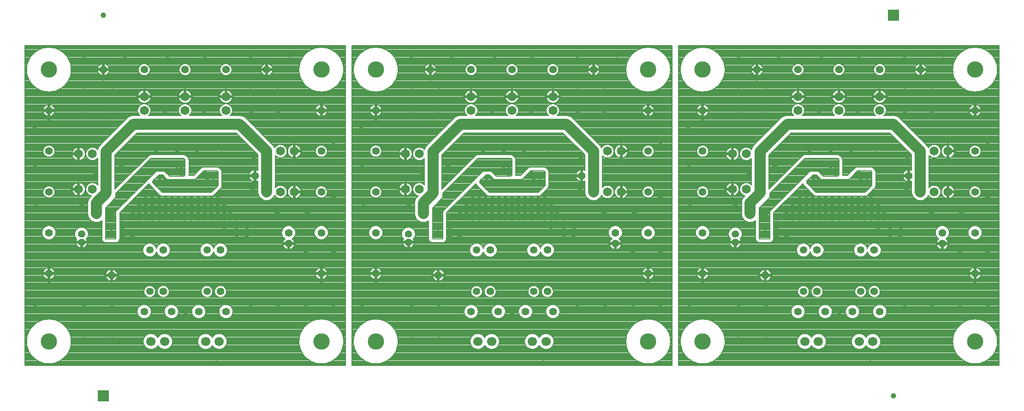
<source format=gbr>
G04 CAM350 V9.5.1 (Build 211) Date:  Fri Sep 21 11:09:19 2018 *
G04 Database: E:\9ÔÂ\9.21\PB18689\PB18689.cam *
G04 Layer 6: GBL *
%FSLAX33Y33*%
%MOMM*%
%SFA1.000B1.000*%

%MIA0B0*%
%IPPOS*%
%ADD10C,0.50000*%
%ADD11C,0.20000*%
%ADD12C,0.60000*%
%ADD13C,0.80000*%
%ADD14C,1.40000*%
%ADD15C,3.00000*%
%ADD16C,2.00000*%
%ADD17C,1.20000*%
%ADD19C,1.70000*%
%ADD70C,1.35000*%
%ADD71C,1.65000*%
%ADD31C,1.00000*%
%ADD33R,2.00000X2.00000*%
%ADD38R,2.00000X2.00000*%
%LNGBL*%
%LPD*%
G54D12*
X49950Y59850D03*
X50750Y59400D03*
Y60350D03*
X51650D03*
X58550Y60700D03*
X59400Y60350D03*
X53900Y62300D03*
X54700Y63150D03*
X54800Y62250D03*
Y61150D03*
X59150Y61450D03*
G54D13*
X36800Y27300D03*
X41950Y27450D03*
X46750Y27400D03*
X51550Y27350D03*
X56350Y27300D03*
X61150Y27250D03*
X67400Y27800D03*
X72600Y27650D03*
X36938Y31530D03*
X42018D03*
X55500Y32100D03*
X67450Y31750D03*
X72600Y31650D03*
X27900Y36650D03*
X36938Y36610D03*
X42018D03*
X55450Y35750D03*
X67418Y36610D03*
X72498D03*
X77578D03*
X82658D03*
X36938Y41690D03*
X72498D03*
X77578D03*
X27750Y47400D03*
X39800Y47850D03*
X44000Y46050D03*
Y49750D03*
X45750Y49700D03*
X66700Y49850D03*
X64850Y50050D03*
X66900Y46300D03*
X77578Y46770D03*
X82658D03*
X28100Y55200D03*
X36400Y55500D03*
X45750Y53050D03*
X43950Y52950D03*
X45800Y54200D03*
X43950Y51500D03*
X45800Y51600D03*
X48350Y51650D03*
X47000Y55400D03*
Y54200D03*
X48200Y53000D03*
Y54200D03*
Y55400D03*
X47000Y53000D03*
X51800Y55400D03*
X50600Y53000D03*
Y54200D03*
Y55400D03*
X49400Y53000D03*
Y54200D03*
Y55400D03*
X53000Y53000D03*
Y54200D03*
Y55400D03*
X51800Y53000D03*
Y54200D03*
X56600Y53000D03*
Y54200D03*
Y55400D03*
X57800Y53000D03*
Y54200D03*
Y55400D03*
X54200Y53000D03*
Y54200D03*
Y55400D03*
X55400D03*
Y54200D03*
Y53000D03*
X62600Y51450D03*
X60200Y55400D03*
X62600D03*
Y54200D03*
X59000Y53000D03*
Y54200D03*
Y55400D03*
X60200Y54200D03*
Y53000D03*
X61400Y55400D03*
Y54200D03*
Y53000D03*
X62600D03*
X63700Y54200D03*
Y53000D03*
X64850Y51450D03*
X66800Y51500D03*
X64850Y53000D03*
X72350Y54050D03*
X77850D03*
X82950Y51900D03*
X43450Y60150D03*
X48200Y56600D03*
X49400Y57900D03*
X53000Y56600D03*
X51800D03*
X50600D03*
X49400D03*
X55400D03*
X56600D03*
X57800D03*
X54200D03*
X60200D03*
X59000D03*
X61400D03*
X67850Y58450D03*
X82658Y56930D03*
X27850Y62350D03*
X38950Y61250D03*
X43650Y62650D03*
X47850Y64600D03*
X50050Y65300D03*
X53900Y65150D03*
X57600Y65100D03*
X62100Y65050D03*
X68000Y64000D03*
X72450Y62000D03*
X77550D03*
X82658Y62010D03*
X27750Y69800D03*
X72350Y69000D03*
X82658Y67090D03*
X36938Y72170D03*
X42018D03*
X51700Y72350D03*
X58850Y72750D03*
X67450D03*
X72400Y72800D03*
X36938Y77250D03*
X42018D03*
X67418D03*
X72400D03*
X36938Y82330D03*
X44350Y82350D03*
X52178Y82330D03*
X59050Y82350D03*
X67418Y82330D03*
X74600Y82250D03*
G54D14*
X47900Y80400D03*
X30400Y65400D03*
X47900Y35900D03*
X52900D03*
X62900Y80400D03*
X80400Y65400D03*
X62900Y35900D03*
X57900D03*
X51400Y47210D03*
Y39590D03*
X61900Y47210D03*
Y39590D03*
X41900Y50210D03*
Y42590D03*
X74400Y50400D03*
Y48400D03*
X68210Y60900D03*
X60590D03*
X80400Y72900D03*
X70400Y80400D03*
X30400Y57900D03*
X80400D03*
X55400Y80400D03*
X30400Y50400D03*
X80400D03*
X40400Y80400D03*
X30400Y72900D03*
Y42900D03*
X80400D03*
X51400Y47210D03*
Y39590D03*
X61900Y47210D03*
Y39590D03*
X41900Y50210D03*
Y42590D03*
X68210Y60900D03*
X60590D03*
G54D15*
X30400Y30400D03*
Y80400D03*
X80400D03*
Y30400D03*
G54D17*
X36400Y50150D03*
Y48650D03*
Y50150D03*
Y48650D03*
G54D19*
X59150Y30400D03*
X61650D03*
X49150D03*
X51650D03*
G54D70*
X48900Y39590D03*
Y47210D03*
X59400Y39590D03*
Y47210D03*
X48900Y39590D03*
Y47210D03*
X59400Y39590D03*
Y47210D03*
G54D71*
X39130Y53900D03*
X41670D03*
X47900Y75440D03*
Y72900D03*
Y70360D03*
X35860Y64900D03*
X38400D03*
X40940D03*
X62900Y75440D03*
Y72900D03*
Y70360D03*
X75440Y65400D03*
X72900D03*
X70360D03*
X35860Y58400D03*
X38400D03*
X40940D03*
X75440Y57900D03*
X72900D03*
X70360D03*
X55400Y75440D03*
Y72900D03*
Y70360D03*
G54D12*
X109950Y59850D03*
X110750Y59400D03*
Y60350D03*
X111650D03*
X118550Y60700D03*
X119400Y60350D03*
X113900Y62300D03*
X114700Y63150D03*
X114800Y62250D03*
Y61150D03*
X119150Y61450D03*
G54D13*
X96800Y27300D03*
X101950Y27450D03*
X106750Y27400D03*
X111550Y27350D03*
X116350Y27300D03*
X121150Y27250D03*
X127400Y27800D03*
X132600Y27650D03*
X96938Y31530D03*
X102018D03*
X115500Y32100D03*
X127450Y31750D03*
X132600Y31650D03*
X87900Y36650D03*
X96938Y36610D03*
X102018D03*
X115450Y35750D03*
X127418Y36610D03*
X132498D03*
X137578D03*
X142658D03*
X96938Y41690D03*
X132498D03*
X137578D03*
X87750Y47400D03*
X99800Y47850D03*
X104000Y46050D03*
Y49750D03*
X105750Y49700D03*
X126700Y49850D03*
X124850Y50050D03*
X126900Y46300D03*
X137578Y46770D03*
X142658D03*
X88100Y55200D03*
X96400Y55500D03*
X105750Y53050D03*
X103950Y52950D03*
X105800Y54200D03*
X103950Y51500D03*
X105800Y51600D03*
X108350Y51650D03*
X107000Y55400D03*
Y54200D03*
X108200Y53000D03*
Y54200D03*
Y55400D03*
X107000Y53000D03*
X111800Y55400D03*
X110600Y53000D03*
Y54200D03*
Y55400D03*
X109400Y53000D03*
Y54200D03*
Y55400D03*
X113000Y53000D03*
Y54200D03*
Y55400D03*
X111800Y53000D03*
Y54200D03*
X116600Y53000D03*
Y54200D03*
Y55400D03*
X117800Y53000D03*
Y54200D03*
Y55400D03*
X114200Y53000D03*
Y54200D03*
Y55400D03*
X115400D03*
Y54200D03*
Y53000D03*
X122600Y51450D03*
X120200Y55400D03*
X122600D03*
Y54200D03*
X119000Y53000D03*
Y54200D03*
Y55400D03*
X120200Y54200D03*
Y53000D03*
X121400Y55400D03*
Y54200D03*
Y53000D03*
X122600D03*
X123700Y54200D03*
Y53000D03*
X124850Y51450D03*
X126800Y51500D03*
X124850Y53000D03*
X132350Y54050D03*
X137850D03*
X142950Y51900D03*
X103450Y60150D03*
X108200Y56600D03*
X109400Y57900D03*
X113000Y56600D03*
X111800D03*
X110600D03*
X109400D03*
X115400D03*
X116600D03*
X117800D03*
X114200D03*
X120200D03*
X119000D03*
X121400D03*
X127850Y58450D03*
X142658Y56930D03*
X87850Y62350D03*
X98950Y61250D03*
X103650Y62650D03*
X107850Y64600D03*
X110050Y65300D03*
X113900Y65150D03*
X117600Y65100D03*
X122100Y65050D03*
X128000Y64000D03*
X132450Y62000D03*
X137550D03*
X142658Y62010D03*
X87750Y69800D03*
X132350Y69000D03*
X142658Y67090D03*
X96938Y72170D03*
X102018D03*
X111700Y72350D03*
X118850Y72750D03*
X127450D03*
X132400Y72800D03*
X96938Y77250D03*
X102018D03*
X127418D03*
X132400D03*
X96938Y82330D03*
X104350Y82350D03*
X112178Y82330D03*
X119050Y82350D03*
X127418Y82330D03*
X134600Y82250D03*
G54D14*
X107900Y80400D03*
X90400Y65400D03*
X107900Y35900D03*
X112900D03*
X122900Y80400D03*
X140400Y65400D03*
X122900Y35900D03*
X117900D03*
X111400Y47210D03*
Y39590D03*
X121900Y47210D03*
Y39590D03*
X101900Y50210D03*
Y42590D03*
X134400Y50400D03*
Y48400D03*
X128210Y60900D03*
X120590D03*
X140400Y72900D03*
X130400Y80400D03*
X90400Y57900D03*
X140400D03*
X115400Y80400D03*
X90400Y50400D03*
X140400D03*
X100400Y80400D03*
X90400Y72900D03*
Y42900D03*
X140400D03*
X111400Y47210D03*
Y39590D03*
X121900Y47210D03*
Y39590D03*
X101900Y50210D03*
Y42590D03*
X128210Y60900D03*
X120590D03*
G54D15*
X90400Y30400D03*
Y80400D03*
X140400D03*
Y30400D03*
G54D17*
X96400Y50150D03*
Y48650D03*
Y50150D03*
Y48650D03*
G54D19*
X119150Y30400D03*
X121650D03*
X109150D03*
X111650D03*
G54D70*
X108900Y39590D03*
Y47210D03*
X119400Y39590D03*
Y47210D03*
X108900Y39590D03*
Y47210D03*
X119400Y39590D03*
Y47210D03*
G54D71*
X99130Y53900D03*
X101670D03*
X107900Y75440D03*
Y72900D03*
Y70360D03*
X95860Y64900D03*
X98400D03*
X100940D03*
X122900Y75440D03*
Y72900D03*
Y70360D03*
X135440Y65400D03*
X132900D03*
X130360D03*
X95860Y58400D03*
X98400D03*
X100940D03*
X135440Y57900D03*
X132900D03*
X130360D03*
X115400Y75440D03*
Y72900D03*
Y70360D03*
G54D12*
X169950Y59850D03*
X170750Y59400D03*
Y60350D03*
X171650D03*
X178550Y60700D03*
X179400Y60350D03*
X173900Y62300D03*
X174700Y63150D03*
X174800Y62250D03*
Y61150D03*
X179150Y61450D03*
G54D13*
X156800Y27300D03*
X161950Y27450D03*
X166750Y27400D03*
X171550Y27350D03*
X176350Y27300D03*
X181150Y27250D03*
X187400Y27800D03*
X192600Y27650D03*
X156938Y31530D03*
X162018D03*
X175500Y32100D03*
X187450Y31750D03*
X192600Y31650D03*
X147900Y36650D03*
X156938Y36610D03*
X162018D03*
X175450Y35750D03*
X187418Y36610D03*
X192498D03*
X197578D03*
X202658D03*
X156938Y41690D03*
X192498D03*
X197578D03*
X147750Y47400D03*
X159800Y47850D03*
X164000Y46050D03*
Y49750D03*
X165750Y49700D03*
X186700Y49850D03*
X184850Y50050D03*
X186900Y46300D03*
X197578Y46770D03*
X202658D03*
X148100Y55200D03*
X156400Y55500D03*
X165750Y53050D03*
X163950Y52950D03*
X165800Y54200D03*
X163950Y51500D03*
X165800Y51600D03*
X168350Y51650D03*
X167000Y55400D03*
Y54200D03*
X168200Y53000D03*
Y54200D03*
Y55400D03*
X167000Y53000D03*
X171800Y55400D03*
X170600Y53000D03*
Y54200D03*
Y55400D03*
X169400Y53000D03*
Y54200D03*
Y55400D03*
X173000Y53000D03*
Y54200D03*
Y55400D03*
X171800Y53000D03*
Y54200D03*
X176600Y53000D03*
Y54200D03*
Y55400D03*
X177800Y53000D03*
Y54200D03*
Y55400D03*
X174200Y53000D03*
Y54200D03*
Y55400D03*
X175400D03*
Y54200D03*
Y53000D03*
X182600Y51450D03*
X180200Y55400D03*
X182600D03*
Y54200D03*
X179000Y53000D03*
Y54200D03*
Y55400D03*
X180200Y54200D03*
Y53000D03*
X181400Y55400D03*
Y54200D03*
Y53000D03*
X182600D03*
X183700Y54200D03*
Y53000D03*
X184850Y51450D03*
X186800Y51500D03*
X184850Y53000D03*
X192350Y54050D03*
X197850D03*
X202950Y51900D03*
X163450Y60150D03*
X168200Y56600D03*
X169400Y57900D03*
X173000Y56600D03*
X171800D03*
X170600D03*
X169400D03*
X175400D03*
X176600D03*
X177800D03*
X174200D03*
X180200D03*
X179000D03*
X181400D03*
X187850Y58450D03*
X202658Y56930D03*
X147850Y62350D03*
X158950Y61250D03*
X163650Y62650D03*
X167850Y64600D03*
X170050Y65300D03*
X173900Y65150D03*
X177600Y65100D03*
X182100Y65050D03*
X188000Y64000D03*
X192450Y62000D03*
X197550D03*
X202658Y62010D03*
X147750Y69800D03*
X192350Y69000D03*
X202658Y67090D03*
X156938Y72170D03*
X162018D03*
X171700Y72350D03*
X178850Y72750D03*
X187450D03*
X192400Y72800D03*
X156938Y77250D03*
X162018D03*
X187418D03*
X192400D03*
X156938Y82330D03*
X164350Y82350D03*
X172178Y82330D03*
X179050Y82350D03*
X187418Y82330D03*
X194600Y82250D03*
G54D14*
X167900Y80400D03*
X150400Y65400D03*
X167900Y35900D03*
X172900D03*
X182900Y80400D03*
X200400Y65400D03*
X182900Y35900D03*
X177900D03*
X171400Y47210D03*
Y39590D03*
X181900Y47210D03*
Y39590D03*
X161900Y50210D03*
Y42590D03*
X194400Y50400D03*
Y48400D03*
X188210Y60900D03*
X180590D03*
X200400Y72900D03*
X190400Y80400D03*
X150400Y57900D03*
X200400D03*
X175400Y80400D03*
X150400Y50400D03*
X200400D03*
X160400Y80400D03*
X150400Y72900D03*
Y42900D03*
X200400D03*
X171400Y47210D03*
Y39590D03*
X181900Y47210D03*
Y39590D03*
X161900Y50210D03*
Y42590D03*
X188210Y60900D03*
X180590D03*
G54D15*
X150400Y30400D03*
Y80400D03*
X200400D03*
Y30400D03*
G54D17*
X156400Y50150D03*
Y48650D03*
Y50150D03*
Y48650D03*
G54D19*
X179150Y30400D03*
X181650D03*
X169150D03*
X171650D03*
G54D70*
X168900Y39590D03*
Y47210D03*
X179400Y39590D03*
Y47210D03*
X168900Y39590D03*
Y47210D03*
X179400Y39590D03*
Y47210D03*
G54D71*
X159130Y53900D03*
X161670D03*
X167900Y75440D03*
Y72900D03*
Y70360D03*
X155860Y64900D03*
X158400D03*
X160940D03*
X182900Y75440D03*
Y72900D03*
Y70360D03*
X195440Y65400D03*
X192900D03*
X190360D03*
X155860Y58400D03*
X158400D03*
X160940D03*
X195440Y57900D03*
X192900D03*
X190360D03*
X175400Y75440D03*
Y72900D03*
Y70360D03*
G54D33*
X40400Y20400D03*
G54D31*
X185400D03*
G54D38*
Y90400D03*
G54D31*
X40400D03*
G54D10*
X28300Y42900D02*
G01X30400D01*
Y40950*
X32800Y42900D02*
G01X30400D01*
Y44650*
X78050Y42900D02*
G01X80400D01*
Y41050*
Y42900D02*
G01X83101D01*
Y42905*
X80400Y42900D02*
G01Y45000D01*
X30400Y71200D02*
G01Y72900D01*
X32356Y72897D02*
G01X32354Y72900D01*
Y72900D02*
G01X30400D01*
X28700D02*
G01X30400D01*
Y74900*
X40400Y78600D02*
G01Y80400D01*
X38500*
X42500D02*
G01X40400D01*
Y82050*
X41900Y41490D02*
G01Y41890D01*
X43000Y42590D02*
G01X42600D01*
X41900Y43690D02*
G01Y43290D01*
X40800Y42590D02*
G01X41200D01*
X71500Y80400D02*
G01X71100D01*
X70400Y81500D02*
G01Y81100D01*
X69300Y80400D02*
G01X69700D01*
X70400Y79300D02*
G01Y79700D01*
X81500Y72900D02*
G01X81100D01*
X80400Y74000D02*
G01Y73600D01*
X79300Y72900D02*
G01X79700D01*
X80400Y71800D02*
G01Y72200D01*
X67110Y60900D02*
G01X67510D01*
X68210Y59800D02*
G01Y60200D01*
Y62000D02*
G01Y61600D01*
X74400Y47300D02*
G01Y47700D01*
X75500Y48400D02*
G01X75100D01*
X73300D02*
G01X73700D01*
X36400Y47650D02*
G01Y48050D01*
X37400Y48650D02*
G01X37000D01*
X35400D02*
G01X35800D01*
X49125Y75440D02*
G01X48725D01*
X47900Y76665D02*
G01Y76265D01*
X46675Y75440D02*
G01X47075D01*
X35860Y66125D02*
G01Y65725D01*
X34635Y64900D02*
G01X35035D01*
X35860Y63675D02*
G01Y64075D01*
X64125Y75440D02*
G01X63725D01*
X62900Y76665D02*
G01Y76265D01*
X61675Y75440D02*
G01X62075D01*
X75440Y64175D02*
G01Y64575D01*
X76665Y65400D02*
G01X76265D01*
X75440Y66625D02*
G01Y66225D01*
X35860Y59625D02*
G01Y59225D01*
X34635Y58400D02*
G01X35035D01*
X35860Y57175D02*
G01Y57575D01*
X75440Y56675D02*
G01Y57075D01*
X76665Y57900D02*
G01X76265D01*
X75440Y59125D02*
G01Y58725D01*
X56625Y75440D02*
G01X56225D01*
X55400Y76665D02*
G01Y76265D01*
X54175Y75440D02*
G01X54575D01*
G54D11*
X36683Y49650D02*
G01X36753Y49696D01*
Y49696D02*
G01X36815Y49752D01*
Y49752D02*
G01X36868Y49817D01*
Y49817D02*
G01X36911Y49888D01*
Y49888D02*
G01X36944Y49965D01*
Y49965D02*
G01X36965Y50046D01*
Y50046D02*
G01X36973Y50130D01*
Y50130D02*
G01X36970Y50213D01*
Y50213D02*
G01X36955Y50295D01*
Y50295D02*
G01X36927Y50375D01*
Y50375D02*
G01X36889Y50449D01*
X36840Y50517*
Y50517D02*
G01X36782Y50577D01*
Y50577D02*
G01X36716Y50628D01*
X36643Y50669*
X36565Y50699*
X36483Y50717*
X36400Y50723*
X36316Y50717*
Y50717D02*
G01X36234Y50699D01*
Y50699D02*
G01X36156Y50669D01*
Y50669D02*
G01X36083Y50628D01*
Y50628D02*
G01X36017Y50577D01*
X35959Y50517*
X35910Y50449*
Y50449D02*
G01X35872Y50375D01*
X35844Y50295*
Y50295D02*
G01X35829Y50213D01*
Y50213D02*
G01X35826Y50130D01*
X35834Y50046*
Y50046D02*
G01X35855Y49965D01*
Y49965D02*
G01X35888Y49888D01*
Y49888D02*
G01X35931Y49817D01*
X35984Y49752*
Y49752D02*
G01X36046Y49696D01*
Y49696D02*
G01X36116Y49650D01*
X36683*
X35900Y49869D02*
G01Y50429D01*
X36000Y49738D02*
G01Y50559D01*
X36100Y49660D02*
G01Y50637D01*
X36200Y49650D02*
G01Y50685D01*
X36300Y49650D02*
G01Y50713D01*
X36400Y49650D02*
G01Y50723D01*
X36500Y49650D02*
G01Y50713D01*
X36600Y49650D02*
G01Y50685D01*
X36700Y49660D02*
G01Y50637D01*
X36800Y49738D02*
G01Y50559D01*
X36900Y49869D02*
G01Y50429D01*
X36400Y48076D02*
G01X36483Y48082D01*
Y48082D02*
G01X36565Y48100D01*
Y48100D02*
G01X36643Y48130D01*
Y48130D02*
G01X36716Y48171D01*
Y48171D02*
G01X36782Y48222D01*
Y48222D02*
G01X36840Y48282D01*
Y48282D02*
G01X36889Y48350D01*
Y48350D02*
G01X36927Y48424D01*
Y48424D02*
G01X36955Y48504D01*
X36970Y48586*
Y48586D02*
G01X36973Y48669D01*
Y48669D02*
G01X36965Y48753D01*
X36944Y48834*
X36911Y48911*
Y48911D02*
G01X36868Y48982D01*
Y48982D02*
G01X36815Y49047D01*
X36753Y49103*
X36683Y49150*
Y49150D02*
G01X36116D01*
X36046Y49103*
Y49103D02*
G01X35984Y49047D01*
Y49047D02*
G01X35931Y48982D01*
Y48982D02*
G01X35888Y48911D01*
X35855Y48834*
Y48834D02*
G01X35834Y48753D01*
Y48753D02*
G01X35826Y48669D01*
Y48669D02*
G01X35829Y48586D01*
X35844Y48504*
Y48504D02*
G01X35872Y48424D01*
Y48424D02*
G01X35910Y48350D01*
Y48350D02*
G01X35959Y48282D01*
Y48282D02*
G01X36017Y48222D01*
Y48222D02*
G01X36083Y48171D01*
Y48171D02*
G01X36156Y48130D01*
Y48130D02*
G01X36234Y48100D01*
Y48100D02*
G01X36316Y48082D01*
Y48082D02*
G01X36400Y48076D01*
X35900Y48370D02*
G01Y48930D01*
X36000Y48240D02*
G01Y49061D01*
X36100Y48162D02*
G01Y49139D01*
X36200Y48114D02*
G01Y49150D01*
X36300Y48086D02*
G01Y49150D01*
X36400Y48076D02*
G01Y49150D01*
X36500Y48086D02*
G01Y49150D01*
X36600Y48114D02*
G01Y49150D01*
X36700Y48162D02*
G01Y49139D01*
X36800Y48240D02*
G01Y49061D01*
X36900Y48370D02*
G01Y48930D01*
X54300Y62200D02*
G01X54900D01*
Y61150*
X54300*
Y62200*
X61475Y61558D02*
G01X61233Y61800D01*
Y61800D02*
G01X58841D01*
X57266Y60225*
X52108*
Y60225D02*
G01X51274Y61058D01*
Y61058D02*
G01X50650D01*
Y61058D02*
G01X49487Y59895D01*
Y59895D02*
G01Y59554D01*
X51241Y57800*
X60208*
Y57800D02*
G01X61475Y59066D01*
Y61558*
X55400Y61041D02*
G01X55158Y60800D01*
Y60800D02*
G01X52541D01*
X51591Y61750*
X50108*
Y61750D02*
G01X42700Y54341D01*
Y49300*
X40800*
Y54958*
Y54958D02*
G01X42700Y56858D01*
Y56858D02*
G01Y57608D01*
Y57608D02*
G01X49141Y64050D01*
X55158*
Y64050D02*
G01X55400Y63808D01*
Y63808D02*
G01Y61041D01*
X54300Y62049D02*
G01X54900D01*
X54300Y61869D02*
G01X54900D01*
X54300Y61689D02*
G01X54900D01*
X54300Y61509D02*
G01X54900D01*
X54300Y61329D02*
G01X54900D01*
X58441Y61399D02*
G01X61475D01*
X58261Y61219D02*
G01X61475D01*
X58081Y61039D02*
G01X61475D01*
X57901Y60859D02*
G01X61475D01*
X57721Y60679D02*
G01X61475D01*
X57541Y60499D02*
G01X61475D01*
X57361Y60319D02*
G01X61475D01*
X49731Y60139D02*
G01X61475D01*
X49551Y59959D02*
G01X61475D01*
X49487Y59779D02*
G01X61475D01*
X49487Y59599D02*
G01X61475D01*
X49621Y59419D02*
G01X61475D01*
X49801Y59239D02*
G01X61475D01*
X49981Y59059D02*
G01X61468D01*
X58621Y61579D02*
G01X61453D01*
X50161Y58879D02*
G01X61288D01*
X58801Y61759D02*
G01X61273D01*
X50341Y58699D02*
G01X61108D01*
X50521Y58519D02*
G01X60928D01*
X50701Y58339D02*
G01X60748D01*
X50881Y58159D02*
G01X60568D01*
X51061Y57979D02*
G01X60388D01*
X49911Y60319D02*
G01X52013D01*
X50091Y60499D02*
G01X51833D01*
X50271Y60679D02*
G01X51653D01*
X50451Y60859D02*
G01X51473D01*
X50631Y61039D02*
G01X51293D01*
X48791Y63699D02*
G01X55400D01*
X48611Y63519D02*
G01X55400D01*
X48431Y63339D02*
G01X55400D01*
X48251Y63159D02*
G01X55400D01*
X48071Y62979D02*
G01X55400D01*
X47891Y62799D02*
G01X55400D01*
X47711Y62619D02*
G01X55400D01*
X47531Y62439D02*
G01X55400D01*
X47351Y62259D02*
G01X55400D01*
X47171Y62079D02*
G01X55400D01*
X46991Y61899D02*
G01X55400D01*
X51621Y61719D02*
G01X55400D01*
X51801Y61539D02*
G01X55400D01*
X51981Y61359D02*
G01X55400D01*
X52161Y61179D02*
G01X55400D01*
X52341Y60999D02*
G01X55358D01*
X48971Y63879D02*
G01X55328D01*
X52521Y60819D02*
G01X55178D01*
X46811Y61719D02*
G01X50078D01*
X46631Y61539D02*
G01X49898D01*
X46451Y61359D02*
G01X49718D01*
X46271Y61179D02*
G01X49538D01*
X46091Y60999D02*
G01X49358D01*
X45911Y60819D02*
G01X49178D01*
X45731Y60639D02*
G01X48998D01*
X45551Y60459D02*
G01X48818D01*
X45371Y60279D02*
G01X48638D01*
X45191Y60099D02*
G01X48458D01*
X45011Y59919D02*
G01X48278D01*
X44831Y59739D02*
G01X48098D01*
X44651Y59559D02*
G01X47918D01*
X44471Y59379D02*
G01X47738D01*
X44291Y59199D02*
G01X47558D01*
X44111Y59019D02*
G01X47378D01*
X43931Y58839D02*
G01X47198D01*
X43751Y58659D02*
G01X47018D01*
X43571Y58479D02*
G01X46838D01*
X43391Y58299D02*
G01X46658D01*
X43211Y58119D02*
G01X46478D01*
X43031Y57939D02*
G01X46298D01*
X42851Y57759D02*
G01X46118D01*
X42700Y57579D02*
G01X45938D01*
X42700Y57399D02*
G01X45758D01*
X42700Y57219D02*
G01X45578D01*
X42700Y57039D02*
G01X45398D01*
X42700Y56859D02*
G01X45218D01*
X42521Y56679D02*
G01X45038D01*
X42341Y56499D02*
G01X44858D01*
X42161Y56319D02*
G01X44678D01*
X41981Y56139D02*
G01X44498D01*
X41801Y55959D02*
G01X44318D01*
X41621Y55779D02*
G01X44138D01*
X41441Y55599D02*
G01X43958D01*
X41261Y55419D02*
G01X43778D01*
X41081Y55239D02*
G01X43598D01*
X40901Y55059D02*
G01X43418D01*
X40800Y54879D02*
G01X43238D01*
X40800Y54699D02*
G01X43058D01*
X40800Y54519D02*
G01X42878D01*
X40800Y54339D02*
G01X42700D01*
X40800Y54159D02*
G01X42700D01*
X40800Y53979D02*
G01X42700D01*
X40800Y53799D02*
G01X42700D01*
X40800Y53619D02*
G01X42700D01*
X40800Y53439D02*
G01X42700D01*
X40800Y53259D02*
G01X42700D01*
X40800Y53079D02*
G01X42700D01*
X40800Y52899D02*
G01X42700D01*
X40800Y52719D02*
G01X42700D01*
X40800Y52539D02*
G01X42700D01*
X40800Y52359D02*
G01X42700D01*
X40800Y52179D02*
G01X42700D01*
X40800Y51999D02*
G01X42700D01*
X40800Y51819D02*
G01X42700D01*
X40800Y51639D02*
G01X42700D01*
X40800Y51459D02*
G01X42700D01*
X40800Y51279D02*
G01X42700D01*
X40800Y51099D02*
G01X42700D01*
X40800Y50919D02*
G01X42700D01*
X40800Y50739D02*
G01X42700D01*
X40800Y50559D02*
G01X42700D01*
X40800Y50379D02*
G01X42700D01*
X40800Y50199D02*
G01X42700D01*
X40800Y50019D02*
G01X42700D01*
X40800Y49839D02*
G01X42700D01*
X40800Y49659D02*
G01X42700D01*
X40800Y49479D02*
G01X42700D01*
X84799Y26000D02*
G01Y84799D01*
Y84799D02*
G01X26000D01*
Y84799D02*
G01Y26000D01*
X84799*
X71960Y64614D02*
G01Y58685D01*
X68759Y57900D02*
G01Y59947D01*
Y61852D02*
G01Y64737D01*
Y64737D02*
G01X64737Y68759D01*
Y68759D02*
G01X62900D01*
Y68759D02*
G01X55400D01*
Y68759D02*
G01X47900D01*
Y68759D02*
G01X46587D01*
Y68759D02*
G01X42540Y64712D01*
Y58438*
Y58438D02*
G01X48646Y64544D01*
X49141Y64750D02*
G01X55158D01*
X55653Y64544D02*
G01X55894Y64303D01*
X56100Y63808D02*
G01Y61041D01*
X56090Y60925D02*
G01X56976D01*
X58346Y62294*
X58841Y62500D02*
G01X61233D01*
X61728Y62294D02*
G01X61969Y62053D01*
X62175Y61558D02*
G01Y59066D01*
X61969Y58571D02*
G01X60703Y57305D01*
X60208Y57099D02*
G01X51241D01*
X50746Y57305D02*
G01X48992Y59059D01*
X48795Y59446D02*
G01X43400Y54051D01*
Y49300*
X42700Y48599D02*
G01X40800D01*
X40099Y49300D02*
G01Y52627D01*
X37529Y53900D02*
G01Y55880D01*
X37998Y57011D02*
G01X38181Y57194D01*
X39339Y59185D02*
G01Y64114D01*
X39808Y66506D02*
G01X44793Y71491D01*
X45925Y71960D02*
G01X47114D01*
X48685D02*
G01X54614D01*
X56185D02*
G01X62114D01*
X63685D02*
G01X65400D01*
X66531Y71491D02*
G01X71491Y66531D01*
X26000Y84739D02*
G01X84799D01*
X26000Y84559D02*
G01X84799D01*
X81386Y84379D02*
G01X84799D01*
X81940Y84199D02*
G01X84799D01*
X82325Y84019D02*
G01X84799D01*
X82631Y83839D02*
G01X84799D01*
X82886Y83659D02*
G01X84799D01*
X83106Y83479D02*
G01X84799D01*
X83298Y83299D02*
G01X84799D01*
X83468Y83119D02*
G01X84799D01*
X83618Y82939D02*
G01X84799D01*
X83752Y82759D02*
G01X84799D01*
X83872Y82579D02*
G01X84799D01*
X83979Y82399D02*
G01X84799D01*
X84074Y82219D02*
G01X84799D01*
X84157Y82039D02*
G01X84799D01*
X84231Y81859D02*
G01X84799D01*
X84295Y81679D02*
G01X84799D01*
X84349Y81499D02*
G01X84799D01*
X84395Y81319D02*
G01X84799D01*
X84432Y81139D02*
G01X84799D01*
X84461Y80959D02*
G01X84799D01*
X84482Y80779D02*
G01X84799D01*
X84495Y80599D02*
G01X84799D01*
X84499Y80419D02*
G01X84799D01*
X84496Y80239D02*
G01X84799D01*
X84485Y80059D02*
G01X84799D01*
X84466Y79879D02*
G01X84799D01*
X84439Y79699D02*
G01X84799D01*
X84404Y79519D02*
G01X84799D01*
X84360Y79339D02*
G01X84799D01*
X84307Y79159D02*
G01X84799D01*
X84246Y78979D02*
G01X84799D01*
X84174Y78799D02*
G01X84799D01*
X84093Y78619D02*
G01X84799D01*
X84000Y78439D02*
G01X84799D01*
X83897Y78259D02*
G01X84799D01*
X83780Y78079D02*
G01X84799D01*
X83649Y77899D02*
G01X84799D01*
X83502Y77719D02*
G01X84799D01*
X83337Y77539D02*
G01X84799D01*
X83150Y77359D02*
G01X84799D01*
X82937Y77179D02*
G01X84799D01*
X82690Y76999D02*
G01X84799D01*
X82397Y76819D02*
G01X84799D01*
X82033Y76639D02*
G01X84799D01*
X81533Y76459D02*
G01X84799D01*
X63791Y76279D02*
G01X84799D01*
X63932Y76099D02*
G01X84799D01*
X64027Y75919D02*
G01X84799D01*
X64087Y75739D02*
G01X84799D01*
X64119Y75559D02*
G01X84799D01*
X64123Y75379D02*
G01X84799D01*
X64101Y75199D02*
G01X84799D01*
X64050Y75019D02*
G01X84799D01*
X63967Y74839D02*
G01X84799D01*
X63844Y74659D02*
G01X84799D01*
X63660Y74479D02*
G01X84799D01*
X63347Y74299D02*
G01X84799D01*
X63014Y74119D02*
G01X84799D01*
X80759Y73939D02*
G01X84799D01*
X81086Y73759D02*
G01X84799D01*
X81264Y73579D02*
G01X84799D01*
X81379Y73399D02*
G01X84799D01*
X81452Y73219D02*
G01X84799D01*
X81491Y73039D02*
G01X84799D01*
X81499Y72859D02*
G01X84799D01*
X81477Y72679D02*
G01X84799D01*
X81424Y72499D02*
G01X84799D01*
X81334Y72319D02*
G01X84799D01*
X81194Y72139D02*
G01X84799D01*
X80970Y71959D02*
G01X84799D01*
X66137Y71779D02*
G01X84799D01*
X66411Y71599D02*
G01X84799D01*
X66603Y71419D02*
G01X84799D01*
X66783Y71239D02*
G01X84799D01*
X66963Y71059D02*
G01X84799D01*
X67143Y70879D02*
G01X84799D01*
X67323Y70699D02*
G01X84799D01*
X67503Y70519D02*
G01X84799D01*
X67683Y70339D02*
G01X84799D01*
X67863Y70159D02*
G01X84799D01*
X68043Y69979D02*
G01X84799D01*
X68223Y69799D02*
G01X84799D01*
X68403Y69619D02*
G01X84799D01*
X68583Y69439D02*
G01X84799D01*
X68763Y69259D02*
G01X84799D01*
X68943Y69079D02*
G01X84799D01*
X69123Y68899D02*
G01X84799D01*
X69303Y68719D02*
G01X84799D01*
X69483Y68539D02*
G01X84799D01*
X69663Y68359D02*
G01X84799D01*
X69843Y68179D02*
G01X84799D01*
X70023Y67999D02*
G01X84799D01*
X70203Y67819D02*
G01X84799D01*
X70383Y67639D02*
G01X84799D01*
X70563Y67459D02*
G01X84799D01*
X70743Y67279D02*
G01X84799D01*
X70923Y67099D02*
G01X84799D01*
X71103Y66919D02*
G01X84799D01*
X71283Y66739D02*
G01X84799D01*
X75834Y66559D02*
G01X84799D01*
X80900Y66379D02*
G01X84799D01*
X81155Y66199D02*
G01X84799D01*
X81308Y66019D02*
G01X84799D01*
X81408Y65839D02*
G01X84799D01*
X81468Y65659D02*
G01X84799D01*
X81497Y65479D02*
G01X84799D01*
X81495Y65299D02*
G01X84799D01*
X81463Y65119D02*
G01X84799D01*
X81399Y64939D02*
G01X84799D01*
X81294Y64759D02*
G01X84799D01*
X81132Y64579D02*
G01X84799D01*
X80857Y64399D02*
G01X84799D01*
X75767Y64219D02*
G01X84799D01*
X71960Y64039D02*
G01X84799D01*
X71960Y63859D02*
G01X84799D01*
X71960Y63679D02*
G01X84799D01*
X71960Y63499D02*
G01X84799D01*
X71960Y63319D02*
G01X84799D01*
X71960Y63139D02*
G01X84799D01*
X71960Y62959D02*
G01X84799D01*
X71960Y62779D02*
G01X84799D01*
X71960Y62599D02*
G01X84799D01*
X71960Y62419D02*
G01X84799D01*
X71960Y62239D02*
G01X84799D01*
X71960Y62059D02*
G01X84799D01*
X71960Y61879D02*
G01X84799D01*
X71960Y61699D02*
G01X84799D01*
X71960Y61519D02*
G01X84799D01*
X71960Y61339D02*
G01X84799D01*
X71960Y61159D02*
G01X84799D01*
X71960Y60979D02*
G01X84799D01*
X71960Y60799D02*
G01X84799D01*
X71960Y60619D02*
G01X84799D01*
X71960Y60439D02*
G01X84799D01*
X71960Y60259D02*
G01X84799D01*
X71960Y60079D02*
G01X84799D01*
X71960Y59899D02*
G01X84799D01*
X71960Y59719D02*
G01X84799D01*
X71960Y59539D02*
G01X84799D01*
X71960Y59359D02*
G01X84799D01*
X71960Y59179D02*
G01X84799D01*
X80427Y58999D02*
G01X84799D01*
X81003Y58819D02*
G01X84799D01*
X81214Y58639D02*
G01X84799D01*
X81346Y58459D02*
G01X84799D01*
X81432Y58279D02*
G01X84799D01*
X81481Y58099D02*
G01X84799D01*
X81499Y57919D02*
G01X84799D01*
X81488Y57739D02*
G01X84799D01*
X81446Y57559D02*
G01X84799D01*
X81369Y57379D02*
G01X84799D01*
X81248Y57199D02*
G01X84799D01*
X81059Y57019D02*
G01X84799D01*
X80692Y56839D02*
G01X84799D01*
X71370Y56659D02*
G01X84799D01*
X71096Y56479D02*
G01X84799D01*
X45648Y56299D02*
G01X84799D01*
X45468Y56119D02*
G01X84799D01*
X45288Y55939D02*
G01X84799D01*
X45108Y55759D02*
G01X84799D01*
X44928Y55579D02*
G01X84799D01*
X44748Y55399D02*
G01X84799D01*
X44568Y55219D02*
G01X84799D01*
X44388Y55039D02*
G01X84799D01*
X44208Y54859D02*
G01X84799D01*
X44028Y54679D02*
G01X84799D01*
X43848Y54499D02*
G01X84799D01*
X43668Y54319D02*
G01X84799D01*
X43488Y54139D02*
G01X84799D01*
X43400Y53959D02*
G01X84799D01*
X43400Y53779D02*
G01X84799D01*
X43400Y53599D02*
G01X84799D01*
X43400Y53419D02*
G01X84799D01*
X43400Y53239D02*
G01X84799D01*
X43400Y53059D02*
G01X84799D01*
X43400Y52879D02*
G01X84799D01*
X43400Y52699D02*
G01X84799D01*
X43400Y52519D02*
G01X84799D01*
X43400Y52339D02*
G01X84799D01*
X43400Y52159D02*
G01X84799D01*
X43400Y51979D02*
G01X84799D01*
X43400Y51799D02*
G01X84799D01*
X80849Y51619D02*
G01X84799D01*
X81180Y51439D02*
G01X84799D01*
X81375Y51259D02*
G01X84799D01*
X81508Y51079D02*
G01X84799D01*
X81600Y50899D02*
G01X84799D01*
X81660Y50719D02*
G01X84799D01*
X81692Y50539D02*
G01X84799D01*
X81699Y50359D02*
G01X84799D01*
X81681Y50179D02*
G01X84799D01*
X81636Y49999D02*
G01X84799D01*
X81563Y49819D02*
G01X84799D01*
X81454Y49639D02*
G01X84799D01*
X81297Y49459D02*
G01X84799D01*
X81059Y49279D02*
G01X84799D01*
X75248Y49099D02*
G01X84799D01*
X75369Y48919D02*
G01X84799D01*
X75446Y48739D02*
G01X84799D01*
X75488Y48559D02*
G01X84799D01*
X75499Y48379D02*
G01X84799D01*
X75481Y48199D02*
G01X84799D01*
X75432Y48019D02*
G01X84799D01*
X75346Y47839D02*
G01X84799D01*
X75213Y47659D02*
G01X84799D01*
X75002Y47479D02*
G01X84799D01*
X63196Y47299D02*
G01X84799D01*
X63196Y47119D02*
G01X84799D01*
X63171Y46939D02*
G01X84799D01*
X63119Y46759D02*
G01X84799D01*
X63036Y46579D02*
G01X84799D01*
X62916Y46399D02*
G01X84799D01*
X62742Y46219D02*
G01X84799D01*
X62465Y46039D02*
G01X84799D01*
X26000Y45859D02*
G01X84799D01*
X26000Y45679D02*
G01X84799D01*
X26000Y45499D02*
G01X84799D01*
X26000Y45319D02*
G01X84799D01*
X26000Y45139D02*
G01X84799D01*
X26000Y44959D02*
G01X84799D01*
X26000Y44779D02*
G01X84799D01*
X26000Y44599D02*
G01X84799D01*
X26000Y44419D02*
G01X84799D01*
X26000Y44239D02*
G01X84799D01*
X26000Y44059D02*
G01X84799D01*
X80900Y43879D02*
G01X84799D01*
X81155Y43699D02*
G01X84799D01*
X81308Y43519D02*
G01X84799D01*
X81408Y43339D02*
G01X84799D01*
X81468Y43159D02*
G01X84799D01*
X81497Y42979D02*
G01X84799D01*
X81495Y42799D02*
G01X84799D01*
X81463Y42619D02*
G01X84799D01*
X81399Y42439D02*
G01X84799D01*
X81294Y42259D02*
G01X84799D01*
X81132Y42079D02*
G01X84799D01*
X80857Y41899D02*
G01X84799D01*
X42572Y41719D02*
G01X84799D01*
X42226Y41539D02*
G01X84799D01*
X26000Y41359D02*
G01X84799D01*
X26000Y41179D02*
G01X84799D01*
X26000Y40999D02*
G01X84799D01*
X26000Y40819D02*
G01X84799D01*
X62228Y40639D02*
G01X84799D01*
X62573Y40459D02*
G01X84799D01*
X62756Y40279D02*
G01X84799D01*
X62874Y40099D02*
G01X84799D01*
X62949Y39919D02*
G01X84799D01*
X62989Y39739D02*
G01X84799D01*
X62999Y39559D02*
G01X84799D01*
X62979Y39379D02*
G01X84799D01*
X62928Y39199D02*
G01X84799D01*
X62840Y39019D02*
G01X84799D01*
X62704Y38839D02*
G01X84799D01*
X62486Y38659D02*
G01X84799D01*
X26000Y38479D02*
G01X84799D01*
X26000Y38299D02*
G01X84799D01*
X26000Y38119D02*
G01X84799D01*
X26000Y37939D02*
G01X84799D01*
X26000Y37759D02*
G01X84799D01*
X26000Y37579D02*
G01X84799D01*
X26000Y37399D02*
G01X84799D01*
X26000Y37219D02*
G01X84799D01*
X63525Y37039D02*
G01X84799D01*
X63776Y36859D02*
G01X84799D01*
X63940Y36679D02*
G01X84799D01*
X64053Y36499D02*
G01X84799D01*
X64130Y36319D02*
G01X84799D01*
X64177Y36139D02*
G01X84799D01*
X64198Y35959D02*
G01X84799D01*
X64194Y35779D02*
G01X84799D01*
X64164Y35599D02*
G01X84799D01*
X64108Y35419D02*
G01X84799D01*
X64019Y35239D02*
G01X84799D01*
X63891Y35059D02*
G01X84799D01*
X63705Y34879D02*
G01X84799D01*
X63399Y34699D02*
G01X84799D01*
X26000Y34519D02*
G01X84799D01*
X81535Y34339D02*
G01X84799D01*
X82035Y34159D02*
G01X84799D01*
X82399Y33979D02*
G01X84799D01*
X82691Y33799D02*
G01X84799D01*
X82938Y33619D02*
G01X84799D01*
X83151Y33439D02*
G01X84799D01*
X83338Y33259D02*
G01X84799D01*
X83503Y33079D02*
G01X84799D01*
X83649Y32899D02*
G01X84799D01*
X83780Y32719D02*
G01X84799D01*
X83897Y32539D02*
G01X84799D01*
X84001Y32359D02*
G01X84799D01*
X84093Y32179D02*
G01X84799D01*
X84175Y31999D02*
G01X84799D01*
X84246Y31819D02*
G01X84799D01*
X84308Y31639D02*
G01X84799D01*
X84360Y31459D02*
G01X84799D01*
X84404Y31279D02*
G01X84799D01*
X84439Y31099D02*
G01X84799D01*
X84466Y30919D02*
G01X84799D01*
X84485Y30739D02*
G01X84799D01*
X84496Y30559D02*
G01X84799D01*
X84499Y30379D02*
G01X84799D01*
X84495Y30199D02*
G01X84799D01*
X84482Y30019D02*
G01X84799D01*
X84461Y29839D02*
G01X84799D01*
X84432Y29659D02*
G01X84799D01*
X84395Y29479D02*
G01X84799D01*
X84349Y29299D02*
G01X84799D01*
X84294Y29119D02*
G01X84799D01*
X84231Y28939D02*
G01X84799D01*
X84157Y28759D02*
G01X84799D01*
X84073Y28579D02*
G01X84799D01*
X83978Y28399D02*
G01X84799D01*
X83872Y28219D02*
G01X84799D01*
X83752Y28039D02*
G01X84799D01*
X83618Y27859D02*
G01X84799D01*
X83467Y27679D02*
G01X84799D01*
X83297Y27499D02*
G01X84799D01*
X83105Y27319D02*
G01X84799D01*
X82886Y27139D02*
G01X84799D01*
X82630Y26959D02*
G01X84799D01*
X82324Y26779D02*
G01X84799D01*
X81938Y26599D02*
G01X84799D01*
X81383Y26419D02*
G01X84799D01*
X26000Y26239D02*
G01X84799D01*
X26000Y26059D02*
G01X84799D01*
X75979Y58999D02*
G01X80372D01*
X76053Y56839D02*
G01X80107D01*
X63547Y73939D02*
G01X80040D01*
X74849Y51619D02*
G01X79950D01*
X76147Y64399D02*
G01X79942D01*
X42756Y41899D02*
G01X79942D01*
X76175Y66379D02*
G01X79899D01*
X30900Y43879D02*
G01X79899D01*
X65432Y71959D02*
G01X79829D01*
X76249Y58819D02*
G01X79796D01*
X75060Y49279D02*
G01X79740D01*
X76291Y57019D02*
G01X79740D01*
X63772Y73759D02*
G01X79713D01*
X76349Y64579D02*
G01X79667D01*
X42874Y42079D02*
G01X79667D01*
X76367Y66199D02*
G01X79644D01*
X31155Y43699D02*
G01X79644D01*
X75180Y51439D02*
G01X79619D01*
X63860Y72139D02*
G01X79605D01*
X76416Y58639D02*
G01X79585D01*
X76445Y57199D02*
G01X79551D01*
X63919Y73579D02*
G01X79535D01*
X76484Y64759D02*
G01X79505D01*
X42949Y42259D02*
G01X79505D01*
X75297Y49459D02*
G01X79502D01*
X76496Y66019D02*
G01X79491D01*
X42487Y43519D02*
G01X79491D01*
X63978Y72319D02*
G01X79465D01*
X76529Y58459D02*
G01X79453D01*
X76549Y57379D02*
G01X79430D01*
X75375Y51259D02*
G01X79424D01*
X64018Y73399D02*
G01X79420D01*
X31383Y26419D02*
G01X79416D01*
X31386Y84379D02*
G01X79413D01*
X76575Y64939D02*
G01X79400D01*
X42989Y42439D02*
G01X79400D01*
X76583Y65839D02*
G01X79391D01*
X42704Y43339D02*
G01X79391D01*
X64057Y72499D02*
G01X79375D01*
X76604Y58279D02*
G01X79367D01*
X76616Y57559D02*
G01X79353D01*
X64082Y73219D02*
G01X79347D01*
X75454Y49639D02*
G01X79345D01*
X76632Y65119D02*
G01X79336D01*
X42999Y42619D02*
G01X79336D01*
X76637Y65659D02*
G01X79331D01*
X42841Y43159D02*
G01X79331D01*
X64105Y72679D02*
G01X79322D01*
X76648Y58099D02*
G01X79318D01*
X76654Y57739D02*
G01X79311D01*
X64117Y73039D02*
G01X79308D01*
X76660Y65299D02*
G01X79304D01*
X42979Y42799D02*
G01X79304D01*
X76662Y65479D02*
G01X79302D01*
X42928Y42979D02*
G01X79302D01*
X64124Y72859D02*
G01X79300D01*
X76664Y57919D02*
G01X79300D01*
X75508Y51079D02*
G01X79291D01*
X63578Y76459D02*
G01X79266D01*
X31535Y34339D02*
G01X79264D01*
X75563Y49819D02*
G01X79236D01*
X75600Y50899D02*
G01X79199D01*
X75636Y49999D02*
G01X79163D01*
X75660Y50719D02*
G01X79139D01*
X75681Y50179D02*
G01X79118D01*
X75692Y50539D02*
G01X79107D01*
X75699Y50359D02*
G01X79100D01*
X31938Y26599D02*
G01X78861D01*
X31940Y84199D02*
G01X78859D01*
X63147Y76639D02*
G01X78766D01*
X32035Y34159D02*
G01X78764D01*
X32324Y26779D02*
G01X78475D01*
X32325Y84019D02*
G01X78474D01*
X32397Y76819D02*
G01X78402D01*
X32399Y33979D02*
G01X78400D01*
X32630Y26959D02*
G01X78169D01*
X32631Y83839D02*
G01X78168D01*
X32690Y76999D02*
G01X78109D01*
X32691Y33799D02*
G01X78108D01*
X32886Y27139D02*
G01X77913D01*
X32886Y83659D02*
G01X77913D01*
X32937Y77179D02*
G01X77862D01*
X32938Y33619D02*
G01X77861D01*
X33105Y27319D02*
G01X77694D01*
X33106Y83479D02*
G01X77693D01*
X33150Y77359D02*
G01X77649D01*
X33151Y33439D02*
G01X77648D01*
X33297Y27499D02*
G01X77502D01*
X33298Y83299D02*
G01X77501D01*
X33337Y77539D02*
G01X77462D01*
X33338Y33259D02*
G01X77461D01*
X33467Y27679D02*
G01X77332D01*
X33468Y83119D02*
G01X77331D01*
X33502Y77719D02*
G01X77297D01*
X33503Y33079D02*
G01X77296D01*
X33618Y27859D02*
G01X77181D01*
X33618Y82939D02*
G01X77181D01*
X33649Y77899D02*
G01X77150D01*
X33649Y32899D02*
G01X77150D01*
X33752Y28039D02*
G01X77047D01*
X33752Y82759D02*
G01X77047D01*
X33780Y78079D02*
G01X77019D01*
X33780Y32719D02*
G01X77019D01*
X33872Y28219D02*
G01X76927D01*
X33872Y82579D02*
G01X76927D01*
X33897Y78259D02*
G01X76903D01*
X33897Y32539D02*
G01X76902D01*
X33978Y28399D02*
G01X76821D01*
X33979Y82399D02*
G01X76820D01*
X34000Y78439D02*
G01X76799D01*
X34001Y32359D02*
G01X76798D01*
X34073Y28579D02*
G01X76726D01*
X34074Y82219D02*
G01X76725D01*
X34093Y78619D02*
G01X76706D01*
X34093Y32179D02*
G01X76706D01*
X34157Y28759D02*
G01X76642D01*
X34157Y82039D02*
G01X76642D01*
X34174Y78799D02*
G01X76625D01*
X34175Y31999D02*
G01X76624D01*
X34231Y28939D02*
G01X76568D01*
X34231Y81859D02*
G01X76568D01*
X34246Y78979D02*
G01X76553D01*
X61945Y31819D02*
G01X76553D01*
X62330Y29119D02*
G01X76505D01*
X34295Y81679D02*
G01X76504D01*
X34307Y79159D02*
G01X76492D01*
X62402Y31639D02*
G01X76491D01*
X62594Y29299D02*
G01X76450D01*
X70427Y81499D02*
G01X76450D01*
X70692Y79339D02*
G01X76439D01*
X62639Y31459D02*
G01X76439D01*
X62770Y29479D02*
G01X76404D01*
X71003Y81319D02*
G01X76404D01*
X71059Y79519D02*
G01X76395D01*
X62802Y31279D02*
G01X76395D01*
X62896Y29659D02*
G01X76367D01*
X71214Y81139D02*
G01X76367D01*
X71248Y79699D02*
G01X76360D01*
X62920Y31099D02*
G01X76360D01*
X62987Y29839D02*
G01X76338D01*
X71346Y80959D02*
G01X76338D01*
X71369Y79879D02*
G01X76333D01*
X63003Y30919D02*
G01X76333D01*
X63049Y30019D02*
G01X76317D01*
X71432Y80779D02*
G01X76317D01*
X71446Y80059D02*
G01X76314D01*
X63059Y30739D02*
G01X76314D01*
X63086Y30199D02*
G01X76304D01*
X71481Y80599D02*
G01X76304D01*
X71488Y80239D02*
G01X76303D01*
X63091Y30559D02*
G01X76303D01*
X63099Y30379D02*
G01X76300D01*
X71499Y80419D02*
G01X76300D01*
X73227Y64219D02*
G01X75112D01*
X73294Y66559D02*
G01X75045D01*
X73439Y58999D02*
G01X74900D01*
X73513Y56839D02*
G01X74826D01*
X73607Y64399D02*
G01X74732D01*
X73635Y66379D02*
G01X74704D01*
X73709Y58819D02*
G01X74630D01*
X73751Y57019D02*
G01X74588D01*
X73809Y64579D02*
G01X74530D01*
X73827Y66199D02*
G01X74512D01*
X73876Y58639D02*
G01X74463D01*
X73905Y57199D02*
G01X74434D01*
X73944Y64759D02*
G01X74395D01*
X73956Y66019D02*
G01X74383D01*
X73989Y58459D02*
G01X74350D01*
X74009Y57379D02*
G01X74331D01*
X74035Y64939D02*
G01X74304D01*
X74043Y65839D02*
G01X74296D01*
X74064Y58279D02*
G01X74275D01*
X74076Y57559D02*
G01X74263D01*
X74092Y65119D02*
G01X74247D01*
X74097Y65659D02*
G01X74242D01*
X74108Y58099D02*
G01X74231D01*
X74114Y57739D02*
G01X74225D01*
X74120Y65299D02*
G01X74219D01*
X74122Y65479D02*
G01X74217D01*
X74124Y57919D02*
G01X74215D01*
X43400Y51619D02*
G01X73950D01*
X63171Y47479D02*
G01X73797D01*
X43399Y49279D02*
G01X73739D01*
X43400Y51439D02*
G01X73619D01*
X63119Y47659D02*
G01X73586D01*
X43370Y49099D02*
G01X73551D01*
X43400Y49459D02*
G01X73502D01*
X63037Y47839D02*
G01X73453D01*
X43287Y48919D02*
G01X73430D01*
X43400Y51259D02*
G01X73424D01*
X62917Y48019D02*
G01X73367D01*
X43119Y48739D02*
G01X73353D01*
X43400Y49639D02*
G01X73345D01*
X62742Y48199D02*
G01X73318D01*
X37470Y48559D02*
G01X73311D01*
X62467Y48379D02*
G01X73300D01*
X43400Y51079D02*
G01X73291D01*
X43400Y49819D02*
G01X73236D01*
X43400Y50899D02*
G01X73199D01*
X43400Y49999D02*
G01X73163D01*
X43400Y50719D02*
G01X73139D01*
X43400Y50179D02*
G01X73118D01*
X43400Y50539D02*
G01X73107D01*
X43400Y50359D02*
G01X73100D01*
X71960Y64219D02*
G01X72572D01*
X71463Y66559D02*
G01X72505D01*
X71960Y58999D02*
G01X72360D01*
X71558Y56839D02*
G01X72286D01*
X71960Y64399D02*
G01X72192D01*
X71625Y66379D02*
G01X72164D01*
X71960Y58819D02*
G01X72090D01*
X71696Y57019D02*
G01X72048D01*
X71960Y64579D02*
G01X71990D01*
X71745Y66199D02*
G01X71972D01*
X71798Y57199D02*
G01X71894D01*
X71835Y66019D02*
G01X71843D01*
X62927Y81499D02*
G01X70372D01*
X63192Y79339D02*
G01X70107D01*
X63503Y81319D02*
G01X69796D01*
X63559Y79519D02*
G01X69740D01*
X45828Y56479D02*
G01X69623D01*
X63714Y81139D02*
G01X69585D01*
X63748Y79699D02*
G01X69551D01*
X63846Y80959D02*
G01X69453D01*
X63869Y79879D02*
G01X69430D01*
X63932Y80779D02*
G01X69367D01*
X63946Y80059D02*
G01X69353D01*
X46008Y56659D02*
G01X69349D01*
X63981Y80599D02*
G01X69318D01*
X63988Y80239D02*
G01X69311D01*
X63999Y80419D02*
G01X69300D01*
X46188Y56839D02*
G01X69161D01*
X46368Y57019D02*
G01X69023D01*
X60568Y57199D02*
G01X68921D01*
X60778Y57379D02*
G01X68846D01*
X60958Y57559D02*
G01X68796D01*
X61138Y57739D02*
G01X68768D01*
X55616Y64579D02*
G01X68759D01*
X55798Y64399D02*
G01X68759D01*
X55966Y64219D02*
G01X68759D01*
X56060Y64039D02*
G01X68759D01*
X56098Y63859D02*
G01X68759D01*
X56100Y63679D02*
G01X68759D01*
X56100Y63499D02*
G01X68759D01*
X56100Y63319D02*
G01X68759D01*
X56100Y63139D02*
G01X68759D01*
X56100Y62959D02*
G01X68759D01*
X56100Y62779D02*
G01X68759D01*
X56100Y62599D02*
G01X68759D01*
X61559Y62419D02*
G01X68759D01*
X61783Y62239D02*
G01X68759D01*
X61963Y62059D02*
G01X68759D01*
X68710Y61879D02*
G01X68759D01*
X68667Y59899D02*
G01X68759D01*
X62175Y59719D02*
G01X68759D01*
X62175Y59539D02*
G01X68759D01*
X62175Y59359D02*
G01X68759D01*
X62175Y59179D02*
G01X68759D01*
X62171Y58999D02*
G01X68759D01*
X62130Y58819D02*
G01X68759D01*
X62029Y58639D02*
G01X68759D01*
X61858Y58459D02*
G01X68759D01*
X61678Y58279D02*
G01X68759D01*
X61498Y58099D02*
G01X68759D01*
X61318Y57919D02*
G01X68759D01*
X42587Y64759D02*
G01X68737D01*
X42767Y64939D02*
G01X68557D01*
X42947Y65119D02*
G01X68377D01*
X43127Y65299D02*
G01X68197D01*
X43307Y65479D02*
G01X68017D01*
X43487Y65659D02*
G01X67837D01*
X62175Y59899D02*
G01X67752D01*
X62097Y61879D02*
G01X67709D01*
X43667Y65839D02*
G01X67657D01*
X43847Y66019D02*
G01X67477D01*
X62175Y60079D02*
G01X67477D01*
X62160Y61699D02*
G01X67454D01*
X62175Y60259D02*
G01X67315D01*
X62175Y61519D02*
G01X67301D01*
X44027Y66199D02*
G01X67297D01*
X62175Y60439D02*
G01X67210D01*
X62175Y61339D02*
G01X67201D01*
X62175Y60619D02*
G01X67146D01*
X62175Y61159D02*
G01X67141D01*
X44207Y66379D02*
G01X67117D01*
X62175Y60799D02*
G01X67114D01*
X62175Y60979D02*
G01X67112D01*
X44387Y66559D02*
G01X66937D01*
X44567Y66739D02*
G01X66757D01*
X44747Y66919D02*
G01X66577D01*
X44927Y67099D02*
G01X66397D01*
X45107Y67279D02*
G01X66217D01*
X45287Y67459D02*
G01X66037D01*
X45467Y67639D02*
G01X65857D01*
X45647Y67819D02*
G01X65677D01*
X45827Y67999D02*
G01X65497D01*
X46007Y68179D02*
G01X65317D01*
X46187Y68359D02*
G01X65137D01*
X46367Y68539D02*
G01X64957D01*
X46547Y68719D02*
G01X64777D01*
X55427Y81499D02*
G01X62872D01*
X55514Y74119D02*
G01X62785D01*
X55647Y76639D02*
G01X62652D01*
X55692Y79339D02*
G01X62607D01*
X55847Y74299D02*
G01X62452D01*
X58399Y34699D02*
G01X62400D01*
X56003Y81319D02*
G01X62296D01*
X58525Y37039D02*
G01X62274D01*
X56047Y73939D02*
G01X62252D01*
X56059Y79519D02*
G01X62240D01*
X56078Y76459D02*
G01X62221D01*
X56160Y74479D02*
G01X62139D01*
X58705Y34879D02*
G01X62094D01*
X56214Y81139D02*
G01X62085D01*
X56248Y79699D02*
G01X62051D01*
X56272Y73759D02*
G01X62027D01*
X58776Y36859D02*
G01X62023D01*
X56291Y76279D02*
G01X62008D01*
X56344Y74659D02*
G01X61955D01*
X56346Y80959D02*
G01X61953D01*
X56360Y72139D02*
G01X61939D01*
X56369Y79879D02*
G01X61930D01*
X58891Y35059D02*
G01X61908D01*
X56419Y73579D02*
G01X61880D01*
X56432Y76099D02*
G01X61867D01*
X56432Y80779D02*
G01X61867D01*
X58940Y36679D02*
G01X61859D01*
X56446Y80059D02*
G01X61853D01*
X56467Y74839D02*
G01X61832D01*
X56478Y72319D02*
G01X61821D01*
X56481Y80599D02*
G01X61818D01*
X56488Y80239D02*
G01X61811D01*
X56499Y80419D02*
G01X61800D01*
X56518Y73399D02*
G01X61781D01*
X59019Y35239D02*
G01X61780D01*
X56527Y75919D02*
G01X61772D01*
X56550Y75019D02*
G01X61749D01*
X59053Y36499D02*
G01X61746D01*
X56557Y72499D02*
G01X61742D01*
X56582Y73219D02*
G01X61717D01*
X56587Y75739D02*
G01X61712D01*
X56601Y75199D02*
G01X61698D01*
X56605Y72679D02*
G01X61694D01*
X59108Y35419D02*
G01X61691D01*
X56617Y73039D02*
G01X61682D01*
X56619Y75559D02*
G01X61680D01*
X56623Y75379D02*
G01X61676D01*
X56624Y72859D02*
G01X61675D01*
X59130Y36319D02*
G01X61669D01*
X59164Y35599D02*
G01X61635D01*
X59177Y36139D02*
G01X61622D01*
X59194Y35779D02*
G01X61605D01*
X59198Y35959D02*
G01X61601D01*
X59632Y40639D02*
G01X61571D01*
X59445Y31819D02*
G01X61354D01*
X59905Y46039D02*
G01X61334D01*
X59907Y48379D02*
G01X61332D01*
X59938Y38659D02*
G01X61313D01*
X60031Y40459D02*
G01X61226D01*
X60169Y38839D02*
G01X61095D01*
X60203Y46219D02*
G01X61057D01*
X60203Y48199D02*
G01X61057D01*
X60224Y40279D02*
G01X61043D01*
X59830Y29119D02*
G01X60969D01*
X60311Y39019D02*
G01X60959D01*
X60346Y40099D02*
G01X60925D01*
X59902Y31639D02*
G01X60897D01*
X60384Y46399D02*
G01X60883D01*
X60384Y48019D02*
G01X60882D01*
X60401Y39199D02*
G01X60871D01*
X60423Y39919D02*
G01X60850D01*
X60454Y39379D02*
G01X60820D01*
X60464Y39739D02*
G01X60810D01*
X60474Y39559D02*
G01X60800D01*
X60508Y46579D02*
G01X60763D01*
X60508Y47839D02*
G01X60762D01*
X60094Y29299D02*
G01X60705D01*
X60592Y46759D02*
G01X60680D01*
X60593Y47659D02*
G01X60680D01*
X60139Y31459D02*
G01X60660D01*
X60270Y29479D02*
G01X60529D01*
X60302Y31279D02*
G01X60497D01*
X60396Y29659D02*
G01X60403D01*
X51728Y40639D02*
G01X59167D01*
X51965Y46039D02*
G01X58894D01*
X51967Y48379D02*
G01X58892D01*
X51986Y38659D02*
G01X58861D01*
X51945Y31819D02*
G01X58854D01*
X52073Y40459D02*
G01X58768D01*
X52204Y38839D02*
G01X58630D01*
X52242Y46219D02*
G01X58596D01*
X52242Y48199D02*
G01X58596D01*
X52256Y40279D02*
G01X58575D01*
X56100Y62419D02*
G01X58515D01*
X52340Y39019D02*
G01X58488D01*
X52330Y29119D02*
G01X58469D01*
X52374Y40099D02*
G01X58453D01*
X52416Y46399D02*
G01X58415D01*
X52417Y48019D02*
G01X58415D01*
X52428Y39199D02*
G01X58398D01*
X52402Y31639D02*
G01X58397D01*
X52449Y39919D02*
G01X58376D01*
X52479Y39379D02*
G01X58345D01*
X52489Y39739D02*
G01X58335D01*
X52499Y39559D02*
G01X58325D01*
X52536Y46579D02*
G01X58291D01*
X52537Y47839D02*
G01X58291D01*
X56100Y62239D02*
G01X58291D01*
X52619Y46759D02*
G01X58207D01*
X52619Y47659D02*
G01X58206D01*
X52594Y29299D02*
G01X58205D01*
X52639Y31459D02*
G01X58160D01*
X52671Y46939D02*
G01X58153D01*
X52671Y47479D02*
G01X58153D01*
X52696Y47119D02*
G01X58128D01*
X52696Y47299D02*
G01X58128D01*
X56100Y62059D02*
G01X58111D01*
X52770Y29479D02*
G01X58029D01*
X52802Y31279D02*
G01X57997D01*
X56100Y61879D02*
G01X57931D01*
X52896Y29659D02*
G01X57903D01*
X52920Y31099D02*
G01X57879D01*
X52987Y29839D02*
G01X57812D01*
X53003Y30919D02*
G01X57796D01*
X56100Y61699D02*
G01X57751D01*
X53049Y30019D02*
G01X57750D01*
X53059Y30739D02*
G01X57740D01*
X53086Y30199D02*
G01X57713D01*
X53091Y30559D02*
G01X57708D01*
X53099Y30379D02*
G01X57700D01*
X56100Y61519D02*
G01X57571D01*
X53399Y34699D02*
G01X57400D01*
X56100Y61339D02*
G01X57391D01*
X53525Y37039D02*
G01X57274D01*
X56100Y61159D02*
G01X57211D01*
X53705Y34879D02*
G01X57094D01*
X56097Y60979D02*
G01X57031D01*
X53776Y36859D02*
G01X57023D01*
X53891Y35059D02*
G01X56908D01*
X53940Y36679D02*
G01X56859D01*
X54019Y35239D02*
G01X56780D01*
X54053Y36499D02*
G01X56746D01*
X54108Y35419D02*
G01X56691D01*
X54130Y36319D02*
G01X56669D01*
X54164Y35599D02*
G01X56635D01*
X54177Y36139D02*
G01X56622D01*
X54194Y35779D02*
G01X56605D01*
X54198Y35959D02*
G01X56601D01*
X47927Y81499D02*
G01X55372D01*
X48014Y74119D02*
G01X55285D01*
X48147Y76639D02*
G01X55152D01*
X48192Y79339D02*
G01X55107D01*
X48347Y74299D02*
G01X54952D01*
X48503Y81319D02*
G01X54796D01*
X48547Y73939D02*
G01X54752D01*
X48559Y79519D02*
G01X54740D01*
X48578Y76459D02*
G01X54721D01*
X48660Y74479D02*
G01X54639D01*
X48714Y81139D02*
G01X54585D01*
X48748Y79699D02*
G01X54551D01*
X48772Y73759D02*
G01X54527D01*
X48791Y76279D02*
G01X54508D01*
X48844Y74659D02*
G01X54455D01*
X48846Y80959D02*
G01X54453D01*
X48860Y72139D02*
G01X54439D01*
X48869Y79879D02*
G01X54430D01*
X48919Y73579D02*
G01X54380D01*
X48932Y76099D02*
G01X54367D01*
X48932Y80779D02*
G01X54367D01*
X48946Y80059D02*
G01X54353D01*
X48967Y74839D02*
G01X54332D01*
X48978Y72319D02*
G01X54321D01*
X48981Y80599D02*
G01X54318D01*
X48988Y80239D02*
G01X54311D01*
X48999Y80419D02*
G01X54300D01*
X49018Y73399D02*
G01X54281D01*
X49027Y75919D02*
G01X54272D01*
X49050Y75019D02*
G01X54249D01*
X49057Y72499D02*
G01X54242D01*
X49082Y73219D02*
G01X54217D01*
X49087Y75739D02*
G01X54212D01*
X49101Y75199D02*
G01X54198D01*
X49105Y72679D02*
G01X54194D01*
X49117Y73039D02*
G01X54182D01*
X49119Y75559D02*
G01X54180D01*
X49123Y75379D02*
G01X54176D01*
X49124Y72859D02*
G01X54175D01*
X48399Y34699D02*
G01X52400D01*
X48525Y37039D02*
G01X52274D01*
X48705Y34879D02*
G01X52094D01*
X48776Y36859D02*
G01X52023D01*
X48891Y35059D02*
G01X51908D01*
X48940Y36679D02*
G01X51859D01*
X49019Y35239D02*
G01X51780D01*
X49053Y36499D02*
G01X51746D01*
X49108Y35419D02*
G01X51691D01*
X49130Y36319D02*
G01X51669D01*
X49164Y35599D02*
G01X51635D01*
X49177Y36139D02*
G01X51622D01*
X49194Y35779D02*
G01X51605D01*
X49198Y35959D02*
G01X51601D01*
X49445Y31819D02*
G01X51354D01*
X49132Y40639D02*
G01X51071D01*
X49830Y29119D02*
G01X50969D01*
X49902Y31639D02*
G01X50897D01*
X46548Y57199D02*
G01X50881D01*
X49405Y46039D02*
G01X50834D01*
X49407Y48379D02*
G01X50832D01*
X49438Y38659D02*
G01X50813D01*
X49531Y40459D02*
G01X50726D01*
X50094Y29299D02*
G01X50705D01*
X46728Y57379D02*
G01X50671D01*
X50139Y31459D02*
G01X50660D01*
X49669Y38839D02*
G01X50595D01*
X49703Y46219D02*
G01X50557D01*
X49703Y48199D02*
G01X50557D01*
X49724Y40279D02*
G01X50543D01*
X50270Y29479D02*
G01X50529D01*
X50302Y31279D02*
G01X50497D01*
X46908Y57559D02*
G01X50491D01*
X49811Y39019D02*
G01X50459D01*
X49846Y40099D02*
G01X50425D01*
X50396Y29659D02*
G01X50403D01*
X49884Y46399D02*
G01X50383D01*
X49884Y48019D02*
G01X50382D01*
X49901Y39199D02*
G01X50371D01*
X49923Y39919D02*
G01X50350D01*
X49954Y39379D02*
G01X50320D01*
X47088Y57739D02*
G01X50311D01*
X49964Y39739D02*
G01X50310D01*
X49974Y39559D02*
G01X50300D01*
X50008Y46579D02*
G01X50263D01*
X50008Y47839D02*
G01X50262D01*
X50092Y46759D02*
G01X50180D01*
X50093Y47659D02*
G01X50180D01*
X47268Y57919D02*
G01X50131D01*
X47448Y58099D02*
G01X49951D01*
X47628Y58279D02*
G01X49771D01*
X47808Y58459D02*
G01X49591D01*
X47988Y58639D02*
G01X49411D01*
X48168Y58819D02*
G01X49231D01*
X48348Y58999D02*
G01X49051D01*
X48528Y59179D02*
G01X48895D01*
X34246Y31819D02*
G01X48854D01*
X48708Y59359D02*
G01X48814D01*
X42540Y64579D02*
G01X48683D01*
X26000Y40639D02*
G01X48667D01*
X42540Y64399D02*
G01X48501D01*
X34294Y29119D02*
G01X48469D01*
X34308Y31639D02*
G01X48397D01*
X26000Y46039D02*
G01X48394D01*
X37439Y48379D02*
G01X48392D01*
X26000Y38659D02*
G01X48361D01*
X42540Y64219D02*
G01X48321D01*
X26000Y40459D02*
G01X48268D01*
X34349Y29299D02*
G01X48205D01*
X34360Y31459D02*
G01X48160D01*
X42540Y64039D02*
G01X48141D01*
X26000Y38839D02*
G01X48130D01*
X26000Y46219D02*
G01X48096D01*
X37374Y48199D02*
G01X48096D01*
X26000Y40279D02*
G01X48075D01*
X34395Y29479D02*
G01X48029D01*
X34404Y31279D02*
G01X47997D01*
X26000Y39019D02*
G01X47988D01*
X42540Y63859D02*
G01X47961D01*
X26000Y40099D02*
G01X47953D01*
X26000Y46399D02*
G01X47915D01*
X37269Y48019D02*
G01X47915D01*
X34432Y29659D02*
G01X47903D01*
X26000Y39199D02*
G01X47898D01*
X34439Y31099D02*
G01X47879D01*
X26000Y39919D02*
G01X47876D01*
X40427Y81499D02*
G01X47872D01*
X26000Y39379D02*
G01X47845D01*
X26000Y39739D02*
G01X47835D01*
X26000Y39559D02*
G01X47825D01*
X34461Y29839D02*
G01X47812D01*
X34466Y30919D02*
G01X47796D01*
X26000Y46579D02*
G01X47791D01*
X37104Y47839D02*
G01X47791D01*
X26000Y74119D02*
G01X47785D01*
X42540Y63679D02*
G01X47781D01*
X34482Y30019D02*
G01X47750D01*
X34485Y30739D02*
G01X47740D01*
X34495Y30199D02*
G01X47713D01*
X34496Y30559D02*
G01X47708D01*
X26000Y46759D02*
G01X47707D01*
X36814Y47659D02*
G01X47706D01*
X34499Y30379D02*
G01X47700D01*
X26000Y46939D02*
G01X47653D01*
X26000Y47479D02*
G01X47653D01*
X32033Y76639D02*
G01X47652D01*
X26000Y47119D02*
G01X47628D01*
X26000Y47299D02*
G01X47628D01*
X40692Y79339D02*
G01X47607D01*
X42540Y63499D02*
G01X47601D01*
X26000Y74299D02*
G01X47452D01*
X42540Y63319D02*
G01X47421D01*
X26000Y34699D02*
G01X47400D01*
X41003Y81319D02*
G01X47296D01*
X26000Y37039D02*
G01X47274D01*
X30759Y73939D02*
G01X47252D01*
X42540Y63139D02*
G01X47241D01*
X41059Y79519D02*
G01X47240D01*
X31533Y76459D02*
G01X47221D01*
X26000Y74479D02*
G01X47139D01*
X26000Y34879D02*
G01X47094D01*
X41214Y81139D02*
G01X47085D01*
X42540Y62959D02*
G01X47061D01*
X41248Y79699D02*
G01X47051D01*
X31086Y73759D02*
G01X47027D01*
X26000Y36859D02*
G01X47023D01*
X26000Y76279D02*
G01X47008D01*
X26000Y74659D02*
G01X46955D01*
X41346Y80959D02*
G01X46953D01*
X31194Y72139D02*
G01X46939D01*
X41369Y79879D02*
G01X46930D01*
X26000Y35059D02*
G01X46908D01*
X42540Y62779D02*
G01X46881D01*
X31264Y73579D02*
G01X46880D01*
X26000Y76099D02*
G01X46867D01*
X41432Y80779D02*
G01X46867D01*
X26000Y36679D02*
G01X46859D01*
X41446Y80059D02*
G01X46853D01*
X26000Y74839D02*
G01X46832D01*
X31334Y72319D02*
G01X46821D01*
X41481Y80599D02*
G01X46818D01*
X41488Y80239D02*
G01X46811D01*
X41499Y80419D02*
G01X46800D01*
X31379Y73399D02*
G01X46781D01*
X26000Y35239D02*
G01X46780D01*
X26000Y75919D02*
G01X46772D01*
X26000Y75019D02*
G01X46749D01*
X26000Y36499D02*
G01X46746D01*
X31424Y72499D02*
G01X46742D01*
X31452Y73219D02*
G01X46717D01*
X26000Y75739D02*
G01X46712D01*
X42540Y62599D02*
G01X46701D01*
X26000Y75199D02*
G01X46698D01*
X31477Y72679D02*
G01X46694D01*
X26000Y35419D02*
G01X46691D01*
X31491Y73039D02*
G01X46682D01*
X26000Y75559D02*
G01X46680D01*
X26000Y75379D02*
G01X46676D01*
X31499Y72859D02*
G01X46675D01*
X26000Y36319D02*
G01X46669D01*
X26000Y35599D02*
G01X46635D01*
X26000Y36139D02*
G01X46622D01*
X26000Y35779D02*
G01X46605D01*
X26000Y35959D02*
G01X46601D01*
X42540Y62419D02*
G01X46521D01*
X42540Y62239D02*
G01X46341D01*
X42540Y62059D02*
G01X46161D01*
X42540Y61879D02*
G01X45981D01*
X30970Y71959D02*
G01X45892D01*
X42540Y61699D02*
G01X45801D01*
X42540Y61519D02*
G01X45621D01*
X42540Y61339D02*
G01X45441D01*
X42540Y61159D02*
G01X45261D01*
X26000Y71779D02*
G01X45187D01*
X42540Y60979D02*
G01X45081D01*
X26000Y71599D02*
G01X44913D01*
X42540Y60799D02*
G01X44901D01*
X26000Y71419D02*
G01X44721D01*
X42540Y60619D02*
G01X44721D01*
X26000Y71239D02*
G01X44541D01*
X42540Y60439D02*
G01X44541D01*
X26000Y71059D02*
G01X44361D01*
X42540Y60259D02*
G01X44361D01*
X26000Y70879D02*
G01X44181D01*
X42540Y60079D02*
G01X44181D01*
X26000Y70699D02*
G01X44001D01*
X42540Y59899D02*
G01X44001D01*
X26000Y70519D02*
G01X43821D01*
X42540Y59719D02*
G01X43821D01*
X26000Y70339D02*
G01X43641D01*
X42540Y59539D02*
G01X43641D01*
X26000Y70159D02*
G01X43461D01*
X42540Y59359D02*
G01X43461D01*
X26000Y69979D02*
G01X43281D01*
X42540Y59179D02*
G01X43281D01*
X26000Y69799D02*
G01X43101D01*
X42540Y58999D02*
G01X43101D01*
X26000Y69619D02*
G01X42921D01*
X42540Y58819D02*
G01X42921D01*
X26000Y69439D02*
G01X42741D01*
X42540Y58639D02*
G01X42741D01*
X26000Y69259D02*
G01X42561D01*
X42540Y58459D02*
G01X42561D01*
X26000Y69079D02*
G01X42381D01*
X26000Y68899D02*
G01X42201D01*
X26000Y68719D02*
G01X42021D01*
X26000Y68539D02*
G01X41841D01*
X26000Y68359D02*
G01X41661D01*
X26000Y41539D02*
G01X41573D01*
X26000Y68179D02*
G01X41481D01*
X31308Y43519D02*
G01X41312D01*
X26000Y67999D02*
G01X41301D01*
X26000Y41719D02*
G01X41227D01*
X26000Y67819D02*
G01X41121D01*
X31408Y43339D02*
G01X41095D01*
X30857Y41899D02*
G01X41043D01*
X31468Y43159D02*
G01X40958D01*
X26000Y67639D02*
G01X40941D01*
X31132Y42079D02*
G01X40925D01*
X31497Y42979D02*
G01X40871D01*
X31294Y42259D02*
G01X40850D01*
X31495Y42799D02*
G01X40820D01*
X31399Y42439D02*
G01X40810D01*
X31463Y42619D02*
G01X40800D01*
X26000Y67459D02*
G01X40761D01*
X26000Y67279D02*
G01X40581D01*
X26000Y67099D02*
G01X40401D01*
X37470Y48739D02*
G01X40380D01*
X34349Y81499D02*
G01X40372D01*
X26000Y66919D02*
G01X40221D01*
X37440Y48919D02*
G01X40212D01*
X37375Y49099D02*
G01X40129D01*
X34360Y79339D02*
G01X40107D01*
X37331Y49279D02*
G01X40100D01*
X39939Y52519D02*
G01X40099D01*
X39484Y52339D02*
G01X40099D01*
X26000Y52159D02*
G01X40099D01*
X26000Y51979D02*
G01X40099D01*
X26000Y51799D02*
G01X40099D01*
X30849Y51619D02*
G01X40099D01*
X31180Y51439D02*
G01X40099D01*
X37024Y51259D02*
G01X40099D01*
X37270Y51079D02*
G01X40099D01*
X37429Y50899D02*
G01X40099D01*
X37539Y50719D02*
G01X40099D01*
X37612Y50539D02*
G01X40099D01*
X37656Y50359D02*
G01X40099D01*
X37673Y50179D02*
G01X40099D01*
X37665Y49999D02*
G01X40099D01*
X37630Y49819D02*
G01X40099D01*
X37567Y49639D02*
G01X40099D01*
X37471Y49459D02*
G01X40099D01*
X26000Y66739D02*
G01X40041D01*
X26000Y66559D02*
G01X39861D01*
X34395Y81319D02*
G01X39796D01*
X34404Y79519D02*
G01X39740D01*
X30900Y66379D02*
G01X39694D01*
X34432Y81139D02*
G01X39585D01*
X31155Y66199D02*
G01X39568D01*
X34439Y79699D02*
G01X39551D01*
X38896Y66019D02*
G01X39475D01*
X34461Y80959D02*
G01X39453D01*
X34466Y79879D02*
G01X39430D01*
X39185Y65839D02*
G01X39408D01*
X34482Y80779D02*
G01X39367D01*
X39361Y65659D02*
G01X39365D01*
X34485Y80059D02*
G01X39353D01*
X39272Y64039D02*
G01X39339D01*
X39046Y63859D02*
G01X39339D01*
X38506Y63679D02*
G01X39339D01*
X26000Y63499D02*
G01X39339D01*
X26000Y63319D02*
G01X39339D01*
X26000Y63139D02*
G01X39339D01*
X26000Y62959D02*
G01X39339D01*
X26000Y62779D02*
G01X39339D01*
X26000Y62599D02*
G01X39339D01*
X26000Y62419D02*
G01X39339D01*
X26000Y62239D02*
G01X39339D01*
X26000Y62059D02*
G01X39339D01*
X26000Y61879D02*
G01X39339D01*
X26000Y61699D02*
G01X39339D01*
X26000Y61519D02*
G01X39339D01*
X26000Y61339D02*
G01X39339D01*
X26000Y61159D02*
G01X39339D01*
X26000Y60979D02*
G01X39339D01*
X26000Y60799D02*
G01X39339D01*
X26000Y60619D02*
G01X39339D01*
X26000Y60439D02*
G01X39339D01*
X26000Y60259D02*
G01X39339D01*
X26000Y60079D02*
G01X39339D01*
X26000Y59899D02*
G01X39339D01*
X26000Y59719D02*
G01X39339D01*
X38849Y59539D02*
G01X39339D01*
X39161Y59359D02*
G01X39339D01*
X34495Y80599D02*
G01X39318D01*
X34496Y80239D02*
G01X39311D01*
X34499Y80419D02*
G01X39300D01*
X26000Y52339D02*
G01X38775D01*
X26000Y52519D02*
G01X38320D01*
X35966Y63679D02*
G01X38293D01*
X36104Y57199D02*
G01X38155D01*
X26000Y52699D02*
G01X38072D01*
X31059Y57019D02*
G01X38006D01*
X36309Y59539D02*
G01X37950D01*
X36356Y66019D02*
G01X37903D01*
X26000Y52879D02*
G01X37897D01*
X30692Y56839D02*
G01X37849D01*
X26000Y53059D02*
G01X37768D01*
X36506Y63859D02*
G01X37753D01*
X26000Y56659D02*
G01X37732D01*
X36537Y57379D02*
G01X37722D01*
X26000Y53239D02*
G01X37672D01*
X26000Y56479D02*
G01X37646D01*
X36621Y59359D02*
G01X37638D01*
X36645Y65839D02*
G01X37614D01*
X26000Y53419D02*
G01X37603D01*
X26000Y56299D02*
G01X37586D01*
X26000Y53599D02*
G01X37558D01*
X26000Y56119D02*
G01X37548D01*
X26000Y53779D02*
G01X37534D01*
X26000Y55939D02*
G01X37531D01*
X26000Y55759D02*
G01X37529D01*
X26000Y55579D02*
G01X37529D01*
X26000Y55399D02*
G01X37529D01*
X26000Y55219D02*
G01X37529D01*
X26000Y55039D02*
G01X37529D01*
X26000Y54859D02*
G01X37529D01*
X26000Y54679D02*
G01X37529D01*
X26000Y54499D02*
G01X37529D01*
X26000Y54319D02*
G01X37529D01*
X26000Y54139D02*
G01X37529D01*
X26000Y53959D02*
G01X37529D01*
X36732Y64039D02*
G01X37527D01*
X36751Y57559D02*
G01X37508D01*
X36804Y59179D02*
G01X37455D01*
X36821Y65659D02*
G01X37438D01*
X36878Y64219D02*
G01X37381D01*
X36891Y57739D02*
G01X37368D01*
X36928Y58999D02*
G01X37331D01*
X36939Y65479D02*
G01X37320D01*
X36978Y64399D02*
G01X37281D01*
X36986Y57919D02*
G01X37273D01*
X37010Y58819D02*
G01X37249D01*
X37017Y65299D02*
G01X37242D01*
X37042Y64579D02*
G01X37217D01*
X37047Y58099D02*
G01X37212D01*
X37061Y58639D02*
G01X37198D01*
X37065Y65119D02*
G01X37194D01*
X37076Y64759D02*
G01X37183D01*
X37079Y58279D02*
G01X37180D01*
X37083Y58459D02*
G01X37176D01*
X37084Y64939D02*
G01X37175D01*
X26000Y47659D02*
G01X35985D01*
X31375Y51259D02*
G01X35775D01*
X26000Y63679D02*
G01X35753D01*
X26000Y47839D02*
G01X35695D01*
X31248Y57199D02*
G01X35615D01*
X26000Y48019D02*
G01X35530D01*
X31508Y51079D02*
G01X35529D01*
X31059Y49279D02*
G01X35468D01*
X26000Y48199D02*
G01X35425D01*
X26000Y49099D02*
G01X35424D01*
X26000Y59539D02*
G01X35410D01*
X31600Y50899D02*
G01X35370D01*
X31308Y66019D02*
G01X35363D01*
X26000Y48379D02*
G01X35360D01*
X26000Y48919D02*
G01X35359D01*
X26000Y48559D02*
G01X35329D01*
X26000Y48739D02*
G01X35329D01*
X31297Y49459D02*
G01X35328D01*
X31660Y50719D02*
G01X35260D01*
X31454Y49639D02*
G01X35232D01*
X26000Y63859D02*
G01X35213D01*
X31692Y50539D02*
G01X35187D01*
X31369Y57379D02*
G01X35182D01*
X31563Y49819D02*
G01X35169D01*
X31699Y50359D02*
G01X35143D01*
X31636Y49999D02*
G01X35134D01*
X31681Y50179D02*
G01X35126D01*
X26000Y59359D02*
G01X35098D01*
X31408Y65839D02*
G01X35074D01*
X26000Y64039D02*
G01X34987D01*
X31446Y57559D02*
G01X34968D01*
X26000Y59179D02*
G01X34915D01*
X31468Y65659D02*
G01X34898D01*
X26000Y64219D02*
G01X34841D01*
X31488Y57739D02*
G01X34828D01*
X30427Y58999D02*
G01X34791D01*
X31497Y65479D02*
G01X34780D01*
X30857Y64399D02*
G01X34741D01*
X31499Y57919D02*
G01X34733D01*
X31003Y58819D02*
G01X34709D01*
X31495Y65299D02*
G01X34702D01*
X31132Y64579D02*
G01X34677D01*
X31481Y58099D02*
G01X34672D01*
X31214Y58639D02*
G01X34658D01*
X31463Y65119D02*
G01X34654D01*
X31294Y64759D02*
G01X34643D01*
X31432Y58279D02*
G01X34640D01*
X31346Y58459D02*
G01X34636D01*
X31399Y64939D02*
G01X34635D01*
X26000Y58999D02*
G01X30372D01*
X26000Y56839D02*
G01X30107D01*
X26000Y73939D02*
G01X30040D01*
X26000Y51619D02*
G01X29950D01*
X26000Y64399D02*
G01X29942D01*
X26000Y41899D02*
G01X29942D01*
X26000Y66379D02*
G01X29899D01*
X26000Y43879D02*
G01X29899D01*
X26000Y71959D02*
G01X29829D01*
X26000Y58819D02*
G01X29796D01*
X26000Y49279D02*
G01X29740D01*
X26000Y57019D02*
G01X29740D01*
X26000Y73759D02*
G01X29713D01*
X26000Y64579D02*
G01X29667D01*
X26000Y42079D02*
G01X29667D01*
X26000Y66199D02*
G01X29644D01*
X26000Y43699D02*
G01X29644D01*
X26000Y51439D02*
G01X29619D01*
X26000Y72139D02*
G01X29605D01*
X26000Y58639D02*
G01X29585D01*
X26000Y57199D02*
G01X29551D01*
X26000Y73579D02*
G01X29535D01*
X26000Y64759D02*
G01X29505D01*
X26000Y42259D02*
G01X29505D01*
X26000Y49459D02*
G01X29502D01*
X26000Y66019D02*
G01X29491D01*
X26000Y43519D02*
G01X29491D01*
X26000Y72319D02*
G01X29465D01*
X26000Y58459D02*
G01X29453D01*
X26000Y57379D02*
G01X29430D01*
X26000Y51259D02*
G01X29424D01*
X26000Y73399D02*
G01X29420D01*
X26000Y26419D02*
G01X29416D01*
X26000Y84379D02*
G01X29413D01*
X26000Y64939D02*
G01X29400D01*
X26000Y42439D02*
G01X29400D01*
X26000Y65839D02*
G01X29391D01*
X26000Y43339D02*
G01X29391D01*
X26000Y72499D02*
G01X29375D01*
X26000Y58279D02*
G01X29367D01*
X26000Y57559D02*
G01X29353D01*
X26000Y73219D02*
G01X29347D01*
X26000Y49639D02*
G01X29345D01*
X26000Y65119D02*
G01X29336D01*
X26000Y42619D02*
G01X29336D01*
X26000Y65659D02*
G01X29331D01*
X26000Y43159D02*
G01X29331D01*
X26000Y72679D02*
G01X29322D01*
X26000Y58099D02*
G01X29318D01*
X26000Y57739D02*
G01X29311D01*
X26000Y73039D02*
G01X29308D01*
X26000Y65299D02*
G01X29304D01*
X26000Y42799D02*
G01X29304D01*
X26000Y65479D02*
G01X29302D01*
X26000Y42979D02*
G01X29302D01*
X26000Y72859D02*
G01X29300D01*
X26000Y57919D02*
G01X29300D01*
X26000Y51079D02*
G01X29291D01*
X26000Y76459D02*
G01X29266D01*
X26000Y34339D02*
G01X29264D01*
X26000Y49819D02*
G01X29236D01*
X26000Y50899D02*
G01X29199D01*
X26000Y49999D02*
G01X29163D01*
X26000Y50719D02*
G01X29139D01*
X26000Y50179D02*
G01X29118D01*
X26000Y50539D02*
G01X29107D01*
X26000Y50359D02*
G01X29100D01*
X26000Y26599D02*
G01X28861D01*
X26000Y84199D02*
G01X28859D01*
X26000Y76639D02*
G01X28766D01*
X26000Y34159D02*
G01X28764D01*
X26000Y26779D02*
G01X28475D01*
X26000Y84019D02*
G01X28474D01*
X26000Y76819D02*
G01X28402D01*
X26000Y33979D02*
G01X28400D01*
X26000Y26959D02*
G01X28169D01*
X26000Y83839D02*
G01X28168D01*
X26000Y76999D02*
G01X28109D01*
X26000Y33799D02*
G01X28108D01*
X26000Y27139D02*
G01X27913D01*
X26000Y83659D02*
G01X27913D01*
X26000Y77179D02*
G01X27862D01*
X26000Y33619D02*
G01X27861D01*
X26000Y27319D02*
G01X27694D01*
X26000Y83479D02*
G01X27693D01*
X26000Y77359D02*
G01X27649D01*
X26000Y33439D02*
G01X27648D01*
X26000Y27499D02*
G01X27502D01*
X26000Y83299D02*
G01X27501D01*
X26000Y77539D02*
G01X27462D01*
X26000Y33259D02*
G01X27461D01*
X26000Y27679D02*
G01X27332D01*
X26000Y83119D02*
G01X27331D01*
X26000Y77719D02*
G01X27297D01*
X26000Y33079D02*
G01X27296D01*
X26000Y27859D02*
G01X27181D01*
X26000Y82939D02*
G01X27181D01*
X26000Y77899D02*
G01X27150D01*
X26000Y32899D02*
G01X27150D01*
X26000Y28039D02*
G01X27047D01*
X26000Y82759D02*
G01X27047D01*
X26000Y78079D02*
G01X27019D01*
X26000Y32719D02*
G01X27019D01*
X26000Y28219D02*
G01X26927D01*
X26000Y82579D02*
G01X26927D01*
X26000Y78259D02*
G01X26903D01*
X26000Y32539D02*
G01X26902D01*
X26000Y28399D02*
G01X26821D01*
X26000Y82399D02*
G01X26820D01*
X26000Y78439D02*
G01X26799D01*
X26000Y32359D02*
G01X26798D01*
X26000Y28579D02*
G01X26726D01*
X26000Y82219D02*
G01X26725D01*
X26000Y78619D02*
G01X26706D01*
X26000Y32179D02*
G01X26706D01*
X26000Y28759D02*
G01X26642D01*
X26000Y82039D02*
G01X26642D01*
X26000Y78799D02*
G01X26625D01*
X26000Y31999D02*
G01X26624D01*
X26000Y28939D02*
G01X26568D01*
X26000Y81859D02*
G01X26568D01*
X26000Y78979D02*
G01X26553D01*
X26000Y31819D02*
G01X26553D01*
X26000Y29119D02*
G01X26505D01*
X26000Y81679D02*
G01X26504D01*
X26000Y79159D02*
G01X26492D01*
X26000Y31639D02*
G01X26491D01*
X26000Y29299D02*
G01X26450D01*
X26000Y81499D02*
G01X26450D01*
X26000Y79339D02*
G01X26439D01*
X26000Y31459D02*
G01X26439D01*
X26000Y29479D02*
G01X26404D01*
X26000Y81319D02*
G01X26404D01*
X26000Y79519D02*
G01X26395D01*
X26000Y31279D02*
G01X26395D01*
X26000Y29659D02*
G01X26367D01*
X26000Y81139D02*
G01X26367D01*
X26000Y79699D02*
G01X26360D01*
X26000Y31099D02*
G01X26360D01*
X26000Y29839D02*
G01X26338D01*
X26000Y80959D02*
G01X26338D01*
X26000Y79879D02*
G01X26333D01*
X26000Y30919D02*
G01X26333D01*
X26000Y30019D02*
G01X26317D01*
X26000Y80779D02*
G01X26317D01*
X26000Y80059D02*
G01X26314D01*
X26000Y30739D02*
G01X26314D01*
X26000Y30199D02*
G01X26304D01*
X26000Y80599D02*
G01X26304D01*
X26000Y80239D02*
G01X26303D01*
X26000Y30559D02*
G01X26303D01*
X26000Y30379D02*
G01X26300D01*
X26000Y80419D02*
G01X26300D01*
G54D16*
X39130Y53900D02*
G01Y55880D01*
X40940Y57690*
Y58400*
Y64900*
X70360Y57900D02*
G01Y65400D01*
X40940Y64900D02*
G01Y65375D01*
X45925Y70360*
X47900*
X70360Y65400D02*
G01X65400Y70360D01*
X62900*
X47900D02*
G01X55400D01*
X62900*
G54D11*
X84500Y30400D02*
G01X84484Y30757D01*
X84438Y31112*
X84360Y31461*
X84253Y31802*
X84116Y32133*
X83951Y32450*
X83759Y32752*
X83541Y33035*
X83299Y33299*
X83035Y33541*
X82752Y33759*
X82450Y33951*
X82133Y34116*
X81802Y34253*
X81461Y34360*
X81112Y34438*
X80757Y34484*
X80400Y34500*
X80043Y34484*
X79688Y34438*
X79339Y34360*
X78998Y34253*
X78667Y34116*
X78350Y33951*
X78048Y33759*
X77765Y33541*
X77501Y33299*
X77259Y33035*
X77041Y32752*
X76849Y32450*
X76684Y32133*
X76547Y31802*
X76440Y31461*
X76362Y31112*
X76316Y30757*
X76300Y30400*
X76316Y30043*
X76362Y29688*
X76440Y29339*
X76547Y28998*
X76684Y28667*
X76849Y28350*
X77041Y28048*
X77259Y27765*
X77501Y27501*
X77765Y27259*
X78048Y27041*
X78350Y26849*
X78667Y26684*
X78998Y26547*
X79339Y26440*
X79688Y26362*
X80043Y26316*
X80400Y26300*
X80757Y26316*
X81112Y26362*
X81461Y26440*
X81802Y26547*
X82133Y26684*
X82450Y26849*
X82752Y27041*
X83035Y27259*
X83299Y27501*
X83541Y27765*
X83759Y28048*
X83951Y28350*
X84116Y28667*
X84253Y28998*
X84360Y29339*
X84438Y29688*
X84484Y30043*
X84500Y30400*
X81500Y42900D02*
G01X81496Y42996D01*
X81483Y43091*
X81463Y43185*
X81434Y43276*
X81397Y43365*
X81353Y43450*
X81301Y43531*
X81243Y43607*
X81178Y43678*
X81107Y43743*
X81031Y43801*
X80950Y43853*
X80865Y43897*
X80776Y43934*
X80685Y43963*
X80591Y43983*
X80496Y43996*
X80400Y44000*
X80304Y43996*
X80209Y43983*
X80115Y43963*
X80024Y43934*
X79935Y43897*
X79850Y43853*
X79769Y43801*
X79693Y43743*
X79622Y43678*
X79557Y43607*
X79499Y43531*
X79447Y43450*
X79403Y43365*
X79366Y43276*
X79337Y43185*
X79317Y43091*
X79304Y42996*
X79300Y42900*
X79304Y42804*
X79317Y42709*
X79337Y42615*
X79366Y42524*
X79403Y42435*
X79447Y42350*
X79499Y42269*
X79557Y42193*
X79622Y42122*
X79693Y42057*
X79769Y41999*
X79850Y41947*
X79935Y41903*
X80024Y41866*
X80115Y41837*
X80209Y41817*
X80304Y41804*
X80400Y41800*
X80496Y41804*
X80591Y41817*
X80685Y41837*
X80776Y41866*
X80865Y41903*
X80950Y41947*
X81031Y41999*
X81107Y42057*
X81178Y42122*
X81243Y42193*
X81301Y42269*
X81353Y42350*
X81397Y42435*
X81434Y42524*
X81463Y42615*
X81483Y42709*
X81496Y42804*
X81500Y42900*
X81700Y50400D02*
G01X81695Y50513D01*
X81680Y50626*
X81656Y50736*
X81622Y50845*
X81578Y50949*
X81526Y51050*
X81465Y51146*
X81396Y51236*
X81319Y51319*
X81236Y51396*
X81146Y51465*
X81050Y51526*
X80949Y51578*
X80845Y51622*
X80736Y51656*
X80626Y51680*
X80513Y51695*
X80400Y51700*
X80287Y51695*
X80174Y51680*
X80064Y51656*
X79955Y51622*
X79851Y51578*
X79750Y51526*
X79654Y51465*
X79564Y51396*
X79481Y51319*
X79404Y51236*
X79335Y51146*
X79274Y51050*
X79222Y50949*
X79178Y50845*
X79144Y50736*
X79120Y50626*
X79105Y50513*
X79100Y50400*
X79105Y50287*
X79120Y50174*
X79144Y50064*
X79178Y49955*
X79222Y49851*
X79274Y49750*
X79335Y49654*
X79404Y49564*
X79481Y49481*
X79564Y49404*
X79654Y49335*
X79750Y49274*
X79851Y49222*
X79955Y49178*
X80064Y49144*
X80174Y49120*
X80287Y49105*
X80400Y49100*
X80513Y49105*
X80626Y49120*
X80736Y49144*
X80845Y49178*
X80949Y49222*
X81050Y49274*
X81146Y49335*
X81236Y49404*
X81319Y49481*
X81396Y49564*
X81465Y49654*
X81526Y49750*
X81578Y49851*
X81622Y49955*
X81656Y50064*
X81680Y50174*
X81695Y50287*
X81700Y50400*
X81500Y57900D02*
G01X81496Y57996D01*
X81483Y58091*
X81463Y58185*
X81434Y58276*
X81397Y58365*
X81353Y58450*
X81301Y58531*
X81243Y58607*
X81178Y58678*
X81107Y58743*
X81031Y58801*
X80950Y58853*
X80865Y58897*
X80776Y58934*
X80685Y58963*
X80591Y58983*
X80496Y58996*
X80400Y59000*
X80304Y58996*
X80209Y58983*
X80115Y58963*
X80024Y58934*
X79935Y58897*
X79850Y58853*
X79769Y58801*
X79693Y58743*
X79622Y58678*
X79557Y58607*
X79499Y58531*
X79447Y58450*
X79403Y58365*
X79366Y58276*
X79337Y58185*
X79317Y58091*
X79304Y57996*
X79300Y57900*
X79304Y57804*
X79317Y57709*
X79337Y57615*
X79366Y57524*
X79403Y57435*
X79447Y57350*
X79499Y57269*
X79557Y57193*
X79622Y57122*
X79693Y57057*
X79769Y56999*
X79850Y56947*
X79935Y56903*
X80024Y56866*
X80115Y56837*
X80209Y56817*
X80304Y56804*
X80400Y56800*
X80496Y56804*
X80591Y56817*
X80685Y56837*
X80776Y56866*
X80865Y56903*
X80950Y56947*
X81031Y56999*
X81107Y57057*
X81178Y57122*
X81243Y57193*
X81301Y57269*
X81353Y57350*
X81397Y57435*
X81434Y57524*
X81463Y57615*
X81483Y57709*
X81496Y57804*
X81500Y57900*
Y65400D02*
G01X81496Y65496D01*
X81483Y65591*
X81463Y65685*
X81434Y65776*
X81397Y65865*
X81353Y65950*
X81301Y66031*
X81243Y66107*
X81178Y66178*
X81107Y66243*
X81031Y66301*
X80950Y66353*
X80865Y66397*
X80776Y66434*
X80685Y66463*
X80591Y66483*
X80496Y66496*
X80400Y66500*
X80304Y66496*
X80209Y66483*
X80115Y66463*
X80024Y66434*
X79935Y66397*
X79850Y66353*
X79769Y66301*
X79693Y66243*
X79622Y66178*
X79557Y66107*
X79499Y66031*
X79447Y65950*
X79403Y65865*
X79366Y65776*
X79337Y65685*
X79317Y65591*
X79304Y65496*
X79300Y65400*
X79304Y65304*
X79317Y65209*
X79337Y65115*
X79366Y65024*
X79403Y64935*
X79447Y64850*
X79499Y64769*
X79557Y64693*
X79622Y64622*
X79693Y64557*
X79769Y64499*
X79850Y64447*
X79935Y64403*
X80024Y64366*
X80115Y64337*
X80209Y64317*
X80304Y64304*
X80400Y64300*
X80496Y64304*
X80591Y64317*
X80685Y64337*
X80776Y64366*
X80865Y64403*
X80950Y64447*
X81031Y64499*
X81107Y64557*
X81178Y64622*
X81243Y64693*
X81301Y64769*
X81353Y64850*
X81397Y64935*
X81434Y65024*
X81463Y65115*
X81483Y65209*
X81496Y65304*
X81500Y65400*
Y72900D02*
G01X81496Y72996D01*
X81483Y73091*
X81463Y73185*
X81434Y73276*
X81397Y73365*
X81353Y73450*
X81301Y73531*
X81243Y73607*
X81178Y73678*
X81107Y73743*
X81031Y73801*
X80950Y73853*
X80865Y73897*
X80776Y73934*
X80685Y73963*
X80591Y73983*
X80496Y73996*
X80400Y74000*
X80304Y73996*
X80209Y73983*
X80115Y73963*
X80024Y73934*
X79935Y73897*
X79850Y73853*
X79769Y73801*
X79693Y73743*
X79622Y73678*
X79557Y73607*
X79499Y73531*
X79447Y73450*
X79403Y73365*
X79366Y73276*
X79337Y73185*
X79317Y73091*
X79304Y72996*
X79300Y72900*
X79304Y72804*
X79317Y72709*
X79337Y72615*
X79366Y72524*
X79403Y72435*
X79447Y72350*
X79499Y72269*
X79557Y72193*
X79622Y72122*
X79693Y72057*
X79769Y71999*
X79850Y71947*
X79935Y71903*
X80024Y71866*
X80115Y71837*
X80209Y71817*
X80304Y71804*
X80400Y71800*
X80496Y71804*
X80591Y71817*
X80685Y71837*
X80776Y71866*
X80865Y71903*
X80950Y71947*
X81031Y71999*
X81107Y72057*
X81178Y72122*
X81243Y72193*
X81301Y72269*
X81353Y72350*
X81397Y72435*
X81434Y72524*
X81463Y72615*
X81483Y72709*
X81496Y72804*
X81500Y72900*
X76665Y57900D02*
G01X76660Y58007D01*
X76646Y58113*
X76623Y58217*
X76591Y58319*
X76550Y58418*
X76501Y58513*
X76443Y58603*
X76378Y58687*
X76306Y58766*
X76227Y58838*
X76143Y58903*
X76053Y58961*
X75958Y59010*
X75859Y59051*
X75757Y59083*
X75653Y59106*
X75547Y59120*
X75440Y59125*
X75333Y59120*
X75227Y59106*
X75123Y59083*
X75021Y59051*
X74922Y59010*
X74828Y58961*
X74737Y58903*
X74653Y58838*
X74574Y58766*
X74502Y58687*
X74437Y58603*
X74379Y58513*
X74330Y58418*
X74289Y58319*
X74257Y58217*
X74234Y58113*
X74220Y58007*
X74215Y57900*
X74220Y57793*
X74234Y57687*
X74257Y57583*
X74289Y57481*
X74330Y57382*
X74379Y57288*
X74437Y57197*
X74502Y57113*
X74574Y57034*
X74653Y56962*
X74737Y56897*
X74828Y56839*
X74922Y56790*
X75021Y56749*
X75123Y56717*
X75227Y56694*
X75333Y56680*
X75440Y56675*
X75547Y56680*
X75653Y56694*
X75757Y56717*
X75859Y56749*
X75958Y56790*
X76053Y56839*
X76143Y56897*
X76227Y56962*
X76306Y57034*
X76378Y57113*
X76443Y57197*
X76501Y57287*
X76550Y57382*
X76591Y57481*
X76623Y57583*
X76646Y57687*
X76660Y57793*
X76665Y57900*
Y65400D02*
G01X76660Y65507D01*
X76646Y65613*
X76623Y65717*
X76591Y65819*
X76550Y65918*
X76501Y66013*
X76443Y66103*
X76378Y66187*
X76306Y66266*
X76227Y66338*
X76143Y66403*
X76053Y66461*
X75958Y66510*
X75859Y66551*
X75757Y66583*
X75653Y66606*
X75547Y66620*
X75440Y66625*
X75333Y66620*
X75227Y66606*
X75123Y66583*
X75021Y66551*
X74922Y66510*
X74828Y66461*
X74737Y66403*
X74653Y66338*
X74574Y66266*
X74502Y66187*
X74437Y66103*
X74379Y66013*
X74330Y65918*
X74289Y65819*
X74257Y65717*
X74234Y65613*
X74220Y65507*
X74215Y65400*
X74220Y65293*
X74234Y65187*
X74257Y65083*
X74289Y64981*
X74330Y64882*
X74379Y64788*
X74437Y64697*
X74502Y64613*
X74574Y64534*
X74653Y64462*
X74737Y64397*
X74828Y64339*
X74922Y64290*
X75021Y64249*
X75123Y64217*
X75227Y64194*
X75333Y64180*
X75440Y64175*
X75547Y64180*
X75653Y64194*
X75757Y64217*
X75859Y64249*
X75958Y64290*
X76053Y64339*
X76143Y64397*
X76227Y64462*
X76306Y64534*
X76378Y64613*
X76443Y64697*
X76501Y64787*
X76550Y64882*
X76591Y64981*
X76623Y65083*
X76646Y65187*
X76660Y65293*
X76665Y65400*
X84500Y80400D02*
G01X84484Y80757D01*
X84438Y81112*
X84360Y81461*
X84253Y81802*
X84116Y82133*
X83951Y82450*
X83759Y82752*
X83541Y83035*
X83299Y83299*
X83035Y83541*
X82752Y83759*
X82450Y83951*
X82133Y84116*
X81802Y84253*
X81461Y84360*
X81112Y84438*
X80757Y84484*
X80400Y84500*
X80043Y84484*
X79688Y84438*
X79339Y84360*
X78998Y84253*
X78667Y84116*
X78350Y83951*
X78048Y83759*
X77765Y83541*
X77501Y83299*
X77259Y83035*
X77041Y82752*
X76849Y82450*
X76684Y82133*
X76547Y81802*
X76440Y81461*
X76362Y81112*
X76316Y80757*
X76300Y80400*
X76316Y80043*
X76362Y79688*
X76440Y79339*
X76547Y78998*
X76684Y78667*
X76849Y78350*
X77041Y78048*
X77259Y77765*
X77501Y77501*
X77765Y77259*
X78048Y77041*
X78350Y76849*
X78667Y76684*
X78998Y76547*
X79339Y76440*
X79688Y76362*
X80043Y76316*
X80400Y76300*
X80757Y76316*
X81112Y76362*
X81461Y76440*
X81802Y76547*
X82133Y76684*
X82450Y76849*
X82752Y77041*
X83035Y77259*
X83299Y77501*
X83541Y77765*
X83759Y78048*
X83951Y78350*
X84116Y78667*
X84253Y78998*
X84360Y79339*
X84438Y79688*
X84484Y80043*
X84500Y80400*
X71500D02*
G01X71496Y80496D01*
X71483Y80591*
X71463Y80685*
X71434Y80776*
X71397Y80865*
X71353Y80950*
X71301Y81031*
X71243Y81107*
X71178Y81178*
X71107Y81243*
X71031Y81301*
X70950Y81353*
X70865Y81397*
X70776Y81434*
X70685Y81463*
X70591Y81483*
X70496Y81496*
X70400Y81500*
X70304Y81496*
X70209Y81483*
X70115Y81463*
X70024Y81434*
X69935Y81397*
X69850Y81353*
X69769Y81301*
X69693Y81243*
X69622Y81178*
X69557Y81107*
X69499Y81031*
X69447Y80950*
X69403Y80865*
X69366Y80776*
X69337Y80685*
X69317Y80591*
X69304Y80496*
X69300Y80400*
X69304Y80304*
X69317Y80209*
X69337Y80115*
X69366Y80024*
X69403Y79935*
X69447Y79850*
X69499Y79769*
X69557Y79693*
X69622Y79622*
X69693Y79557*
X69769Y79499*
X69850Y79447*
X69935Y79403*
X70024Y79366*
X70115Y79337*
X70209Y79317*
X70304Y79304*
X70400Y79300*
X70496Y79304*
X70591Y79317*
X70685Y79337*
X70776Y79366*
X70865Y79403*
X70950Y79447*
X71031Y79499*
X71107Y79557*
X71178Y79622*
X71243Y79693*
X71301Y79769*
X71353Y79850*
X71397Y79935*
X71434Y80024*
X71463Y80115*
X71483Y80209*
X71496Y80304*
X71500Y80400*
X64125Y75440D02*
G01X64120Y75547D01*
X64106Y75653*
X64083Y75757*
X64051Y75859*
X64010Y75958*
X63961Y76053*
X63903Y76143*
X63838Y76227*
X63766Y76306*
X63687Y76378*
X63603Y76443*
X63513Y76501*
X63418Y76550*
X63319Y76591*
X63217Y76623*
X63113Y76646*
X63007Y76660*
X62900Y76665*
X62793Y76660*
X62687Y76646*
X62583Y76623*
X62481Y76591*
X62382Y76550*
X62288Y76501*
X62197Y76443*
X62113Y76378*
X62034Y76306*
X61962Y76227*
X61897Y76143*
X61839Y76053*
X61790Y75958*
X61749Y75859*
X61717Y75757*
X61694Y75653*
X61680Y75547*
X61675Y75440*
X61680Y75333*
X61694Y75227*
X61717Y75123*
X61749Y75021*
X61790Y74922*
X61839Y74828*
X61897Y74737*
X61962Y74653*
X62034Y74574*
X62113Y74502*
X62197Y74437*
X62288Y74379*
X62382Y74330*
X62481Y74289*
X62583Y74257*
X62687Y74234*
X62793Y74220*
X62900Y74215*
X63007Y74220*
X63113Y74234*
X63217Y74257*
X63319Y74289*
X63418Y74330*
X63512Y74379*
X63603Y74437*
X63687Y74502*
X63766Y74574*
X63838Y74653*
X63903Y74737*
X63961Y74828*
X64010Y74922*
X64051Y75021*
X64083Y75123*
X64106Y75227*
X64120Y75333*
X64125Y75440*
X64000Y80400D02*
G01X63996Y80496D01*
X63983Y80591*
X63963Y80685*
X63934Y80776*
X63897Y80865*
X63853Y80950*
X63801Y81031*
X63743Y81107*
X63678Y81178*
X63607Y81243*
X63531Y81301*
X63450Y81353*
X63365Y81397*
X63276Y81434*
X63185Y81463*
X63091Y81483*
X62996Y81496*
X62900Y81500*
X62804Y81496*
X62709Y81483*
X62615Y81463*
X62524Y81434*
X62435Y81397*
X62350Y81353*
X62269Y81301*
X62193Y81243*
X62122Y81178*
X62057Y81107*
X61999Y81031*
X61947Y80950*
X61903Y80865*
X61866Y80776*
X61837Y80685*
X61817Y80591*
X61804Y80496*
X61800Y80400*
X61804Y80304*
X61817Y80209*
X61837Y80115*
X61866Y80024*
X61903Y79935*
X61947Y79850*
X61999Y79769*
X62057Y79693*
X62122Y79622*
X62193Y79557*
X62269Y79499*
X62350Y79447*
X62435Y79403*
X62524Y79366*
X62615Y79337*
X62709Y79317*
X62804Y79304*
X62900Y79300*
X62996Y79304*
X63091Y79317*
X63185Y79337*
X63276Y79366*
X63365Y79403*
X63450Y79447*
X63531Y79499*
X63607Y79557*
X63678Y79622*
X63743Y79693*
X63801Y79769*
X63853Y79850*
X63897Y79935*
X63934Y80024*
X63963Y80115*
X63983Y80209*
X63996Y80304*
X64000Y80400*
X56625Y75440D02*
G01X56620Y75547D01*
X56606Y75653*
X56583Y75757*
X56551Y75859*
X56510Y75958*
X56461Y76053*
X56403Y76143*
X56338Y76227*
X56266Y76306*
X56187Y76378*
X56103Y76443*
X56013Y76501*
X55918Y76550*
X55819Y76591*
X55717Y76623*
X55613Y76646*
X55507Y76660*
X55400Y76665*
X55293Y76660*
X55187Y76646*
X55083Y76623*
X54981Y76591*
X54882Y76550*
X54788Y76501*
X54697Y76443*
X54613Y76378*
X54534Y76306*
X54462Y76227*
X54397Y76143*
X54339Y76053*
X54290Y75958*
X54249Y75859*
X54217Y75757*
X54194Y75653*
X54180Y75547*
X54175Y75440*
X54180Y75333*
X54194Y75227*
X54217Y75123*
X54249Y75021*
X54290Y74922*
X54339Y74828*
X54397Y74737*
X54462Y74653*
X54534Y74574*
X54613Y74502*
X54697Y74437*
X54788Y74379*
X54882Y74330*
X54981Y74289*
X55083Y74257*
X55187Y74234*
X55293Y74220*
X55400Y74215*
X55507Y74220*
X55613Y74234*
X55717Y74257*
X55819Y74289*
X55918Y74330*
X56012Y74379*
X56103Y74437*
X56187Y74502*
X56266Y74574*
X56338Y74653*
X56403Y74737*
X56461Y74828*
X56510Y74922*
X56551Y75021*
X56583Y75123*
X56606Y75227*
X56620Y75333*
X56625Y75440*
X56500Y80400D02*
G01X56496Y80496D01*
X56483Y80591*
X56463Y80685*
X56434Y80776*
X56397Y80865*
X56353Y80950*
X56301Y81031*
X56243Y81107*
X56178Y81178*
X56107Y81243*
X56031Y81301*
X55950Y81353*
X55865Y81397*
X55776Y81434*
X55685Y81463*
X55591Y81483*
X55496Y81496*
X55400Y81500*
X55304Y81496*
X55209Y81483*
X55115Y81463*
X55024Y81434*
X54935Y81397*
X54850Y81353*
X54769Y81301*
X54693Y81243*
X54622Y81178*
X54557Y81107*
X54499Y81031*
X54447Y80950*
X54403Y80865*
X54366Y80776*
X54337Y80685*
X54317Y80591*
X54304Y80496*
X54300Y80400*
X54304Y80304*
X54317Y80209*
X54337Y80115*
X54366Y80024*
X54403Y79935*
X54447Y79850*
X54499Y79769*
X54557Y79693*
X54622Y79622*
X54693Y79557*
X54769Y79499*
X54850Y79447*
X54935Y79403*
X55024Y79366*
X55115Y79337*
X55209Y79317*
X55304Y79304*
X55400Y79300*
X55496Y79304*
X55591Y79317*
X55685Y79337*
X55776Y79366*
X55865Y79403*
X55950Y79447*
X56031Y79499*
X56107Y79557*
X56178Y79622*
X56243Y79693*
X56301Y79769*
X56353Y79850*
X56397Y79935*
X56434Y80024*
X56463Y80115*
X56483Y80209*
X56496Y80304*
X56500Y80400*
X49125Y75440D02*
G01X49120Y75547D01*
X49106Y75653*
X49083Y75757*
X49051Y75859*
X49010Y75958*
X48961Y76053*
X48903Y76143*
X48838Y76227*
X48766Y76306*
X48687Y76378*
X48603Y76443*
X48513Y76501*
X48418Y76550*
X48319Y76591*
X48217Y76623*
X48113Y76646*
X48007Y76660*
X47900Y76665*
X47793Y76660*
X47687Y76646*
X47583Y76623*
X47481Y76591*
X47382Y76550*
X47288Y76501*
X47197Y76443*
X47113Y76378*
X47034Y76306*
X46962Y76227*
X46897Y76143*
X46839Y76053*
X46790Y75958*
X46749Y75859*
X46717Y75757*
X46694Y75653*
X46680Y75547*
X46675Y75440*
X46680Y75333*
X46694Y75227*
X46717Y75123*
X46749Y75021*
X46790Y74922*
X46839Y74828*
X46897Y74737*
X46962Y74653*
X47034Y74574*
X47113Y74502*
X47197Y74437*
X47288Y74379*
X47382Y74330*
X47481Y74289*
X47583Y74257*
X47687Y74234*
X47793Y74220*
X47900Y74215*
X48007Y74220*
X48113Y74234*
X48217Y74257*
X48319Y74289*
X48418Y74330*
X48512Y74379*
X48603Y74437*
X48687Y74502*
X48766Y74574*
X48838Y74653*
X48903Y74737*
X48961Y74828*
X49010Y74922*
X49051Y75021*
X49083Y75123*
X49106Y75227*
X49120Y75333*
X49125Y75440*
X49000Y80400D02*
G01X48996Y80496D01*
X48983Y80591*
X48963Y80685*
X48934Y80776*
X48897Y80865*
X48853Y80950*
X48801Y81031*
X48743Y81107*
X48678Y81178*
X48607Y81243*
X48531Y81301*
X48450Y81353*
X48365Y81397*
X48276Y81434*
X48185Y81463*
X48091Y81483*
X47996Y81496*
X47900Y81500*
X47804Y81496*
X47709Y81483*
X47615Y81463*
X47524Y81434*
X47435Y81397*
X47350Y81353*
X47269Y81301*
X47193Y81243*
X47122Y81178*
X47057Y81107*
X46999Y81031*
X46947Y80950*
X46903Y80865*
X46866Y80776*
X46837Y80685*
X46817Y80591*
X46804Y80496*
X46800Y80400*
X46804Y80304*
X46817Y80209*
X46837Y80115*
X46866Y80024*
X46903Y79935*
X46947Y79850*
X46999Y79769*
X47057Y79693*
X47122Y79622*
X47193Y79557*
X47269Y79499*
X47350Y79447*
X47435Y79403*
X47524Y79366*
X47615Y79337*
X47709Y79317*
X47804Y79304*
X47900Y79300*
X47996Y79304*
X48091Y79317*
X48185Y79337*
X48276Y79366*
X48365Y79403*
X48450Y79447*
X48531Y79499*
X48607Y79557*
X48678Y79622*
X48743Y79693*
X48801Y79769*
X48853Y79850*
X48897Y79935*
X48934Y80024*
X48963Y80115*
X48983Y80209*
X48996Y80304*
X49000Y80400*
X41500D02*
G01X41496Y80496D01*
X41483Y80591*
X41463Y80685*
X41434Y80776*
X41397Y80865*
X41353Y80950*
X41301Y81031*
X41243Y81107*
X41178Y81178*
X41107Y81243*
X41031Y81301*
X40950Y81353*
X40865Y81397*
X40776Y81434*
X40685Y81463*
X40591Y81483*
X40496Y81496*
X40400Y81500*
X40304Y81496*
X40209Y81483*
X40115Y81463*
X40024Y81434*
X39935Y81397*
X39850Y81353*
X39769Y81301*
X39693Y81243*
X39622Y81178*
X39557Y81107*
X39499Y81031*
X39447Y80950*
X39403Y80865*
X39366Y80776*
X39337Y80685*
X39317Y80591*
X39304Y80496*
X39300Y80400*
X39304Y80304*
X39317Y80209*
X39337Y80115*
X39366Y80024*
X39403Y79935*
X39447Y79850*
X39499Y79769*
X39557Y79693*
X39622Y79622*
X39693Y79557*
X39769Y79499*
X39850Y79447*
X39935Y79403*
X40024Y79366*
X40115Y79337*
X40209Y79317*
X40304Y79304*
X40400Y79300*
X40496Y79304*
X40591Y79317*
X40685Y79337*
X40776Y79366*
X40865Y79403*
X40950Y79447*
X41031Y79499*
X41107Y79557*
X41178Y79622*
X41243Y79693*
X41301Y79769*
X41353Y79850*
X41397Y79935*
X41434Y80024*
X41463Y80115*
X41483Y80209*
X41496Y80304*
X41500Y80400*
X37085Y58400D02*
G01X37080Y58507D01*
X37066Y58613*
X37043Y58717*
X37011Y58819*
X36970Y58918*
X36921Y59013*
X36863Y59103*
X36798Y59187*
X36726Y59266*
X36647Y59338*
X36563Y59403*
X36473Y59461*
X36378Y59510*
X36279Y59551*
X36177Y59583*
X36073Y59606*
X35967Y59620*
X35860Y59625*
X35753Y59620*
X35647Y59606*
X35543Y59583*
X35441Y59551*
X35342Y59510*
X35248Y59461*
X35157Y59403*
X35073Y59338*
X34994Y59266*
X34922Y59187*
X34857Y59103*
X34799Y59013*
X34750Y58918*
X34709Y58819*
X34677Y58717*
X34654Y58613*
X34640Y58507*
X34635Y58400*
X34640Y58293*
X34654Y58187*
X34677Y58083*
X34709Y57981*
X34750Y57882*
X34799Y57788*
X34857Y57697*
X34922Y57613*
X34994Y57534*
X35073Y57462*
X35157Y57397*
X35248Y57339*
X35342Y57290*
X35441Y57249*
X35543Y57217*
X35647Y57194*
X35753Y57180*
X35860Y57175*
X35967Y57180*
X36073Y57194*
X36177Y57217*
X36279Y57249*
X36378Y57290*
X36472Y57339*
X36563Y57397*
X36647Y57462*
X36726Y57534*
X36798Y57613*
X36863Y57697*
X36921Y57787*
X36970Y57882*
X37011Y57981*
X37043Y58083*
X37066Y58187*
X37080Y58293*
X37085Y58400*
Y64900D02*
G01X37080Y65007D01*
X37066Y65113*
X37043Y65217*
X37011Y65319*
X36970Y65418*
X36921Y65513*
X36863Y65603*
X36798Y65687*
X36726Y65766*
X36647Y65838*
X36563Y65903*
X36473Y65961*
X36378Y66010*
X36279Y66051*
X36177Y66083*
X36073Y66106*
X35967Y66120*
X35860Y66125*
X35753Y66120*
X35647Y66106*
X35543Y66083*
X35441Y66051*
X35342Y66010*
X35248Y65961*
X35157Y65903*
X35073Y65838*
X34994Y65766*
X34922Y65687*
X34857Y65603*
X34799Y65513*
X34750Y65418*
X34709Y65319*
X34677Y65217*
X34654Y65113*
X34640Y65007*
X34635Y64900*
X34640Y64793*
X34654Y64687*
X34677Y64583*
X34709Y64481*
X34750Y64382*
X34799Y64288*
X34857Y64197*
X34922Y64113*
X34994Y64034*
X35073Y63962*
X35157Y63897*
X35248Y63839*
X35342Y63790*
X35441Y63749*
X35543Y63717*
X35647Y63694*
X35753Y63680*
X35860Y63675*
X35967Y63680*
X36073Y63694*
X36177Y63717*
X36279Y63749*
X36378Y63790*
X36472Y63839*
X36563Y63897*
X36647Y63962*
X36726Y64034*
X36798Y64113*
X36863Y64197*
X36921Y64287*
X36970Y64382*
X37011Y64481*
X37043Y64583*
X37066Y64687*
X37080Y64793*
X37085Y64900*
X34500Y30400D02*
G01X34484Y30757D01*
X34438Y31112*
X34360Y31461*
X34253Y31802*
X34116Y32133*
X33951Y32450*
X33759Y32752*
X33541Y33035*
X33299Y33299*
X33035Y33541*
X32752Y33759*
X32450Y33951*
X32133Y34116*
X31802Y34253*
X31461Y34360*
X31112Y34438*
X30757Y34484*
X30400Y34500*
X30043Y34484*
X29688Y34438*
X29339Y34360*
X28998Y34253*
X28667Y34116*
X28350Y33951*
X28048Y33759*
X27765Y33541*
X27501Y33299*
X27259Y33035*
X27041Y32752*
X26849Y32450*
X26684Y32133*
X26547Y31802*
X26440Y31461*
X26362Y31112*
X26316Y30757*
X26300Y30400*
X26316Y30043*
X26362Y29688*
X26440Y29339*
X26547Y28998*
X26684Y28667*
X26849Y28350*
X27041Y28048*
X27259Y27765*
X27501Y27501*
X27765Y27259*
X28048Y27041*
X28350Y26849*
X28667Y26684*
X28998Y26547*
X29339Y26440*
X29688Y26362*
X30043Y26316*
X30400Y26300*
X30757Y26316*
X31112Y26362*
X31461Y26440*
X31802Y26547*
X32133Y26684*
X32450Y26849*
X32752Y27041*
X33035Y27259*
X33299Y27501*
X33541Y27765*
X33759Y28048*
X33951Y28350*
X34116Y28667*
X34253Y28998*
X34360Y29339*
X34438Y29688*
X34484Y30043*
X34500Y30400*
X31500Y42900D02*
G01X31496Y42996D01*
X31483Y43091*
X31463Y43185*
X31434Y43276*
X31397Y43365*
X31353Y43450*
X31301Y43531*
X31243Y43607*
X31178Y43678*
X31107Y43743*
X31031Y43801*
X30950Y43853*
X30865Y43897*
X30776Y43934*
X30685Y43963*
X30591Y43983*
X30496Y43996*
X30400Y44000*
X30304Y43996*
X30209Y43983*
X30115Y43963*
X30024Y43934*
X29935Y43897*
X29850Y43853*
X29769Y43801*
X29693Y43743*
X29622Y43678*
X29557Y43607*
X29499Y43531*
X29447Y43450*
X29403Y43365*
X29366Y43276*
X29337Y43185*
X29317Y43091*
X29304Y42996*
X29300Y42900*
X29304Y42804*
X29317Y42709*
X29337Y42615*
X29366Y42524*
X29403Y42435*
X29447Y42350*
X29499Y42269*
X29557Y42193*
X29622Y42122*
X29693Y42057*
X29769Y41999*
X29850Y41947*
X29935Y41903*
X30024Y41866*
X30115Y41837*
X30209Y41817*
X30304Y41804*
X30400Y41800*
X30496Y41804*
X30591Y41817*
X30685Y41837*
X30776Y41866*
X30865Y41903*
X30950Y41947*
X31031Y41999*
X31107Y42057*
X31178Y42122*
X31243Y42193*
X31301Y42269*
X31353Y42350*
X31397Y42435*
X31434Y42524*
X31463Y42615*
X31483Y42709*
X31496Y42804*
X31500Y42900*
X31700Y50400D02*
G01X31695Y50513D01*
X31680Y50626*
X31656Y50736*
X31622Y50845*
X31578Y50949*
X31526Y51050*
X31465Y51146*
X31396Y51236*
X31319Y51319*
X31236Y51396*
X31146Y51465*
X31050Y51526*
X30949Y51578*
X30845Y51622*
X30736Y51656*
X30626Y51680*
X30513Y51695*
X30400Y51700*
X30287Y51695*
X30174Y51680*
X30064Y51656*
X29955Y51622*
X29851Y51578*
X29750Y51526*
X29654Y51465*
X29564Y51396*
X29481Y51319*
X29404Y51236*
X29335Y51146*
X29274Y51050*
X29222Y50949*
X29178Y50845*
X29144Y50736*
X29120Y50626*
X29105Y50513*
X29100Y50400*
X29105Y50287*
X29120Y50174*
X29144Y50064*
X29178Y49955*
X29222Y49851*
X29274Y49750*
X29335Y49654*
X29404Y49564*
X29481Y49481*
X29564Y49404*
X29654Y49335*
X29750Y49274*
X29851Y49222*
X29955Y49178*
X30064Y49144*
X30174Y49120*
X30287Y49105*
X30400Y49100*
X30513Y49105*
X30626Y49120*
X30736Y49144*
X30845Y49178*
X30949Y49222*
X31050Y49274*
X31146Y49335*
X31236Y49404*
X31319Y49481*
X31396Y49564*
X31465Y49654*
X31526Y49750*
X31578Y49851*
X31622Y49955*
X31656Y50064*
X31680Y50174*
X31695Y50287*
X31700Y50400*
X31500Y57900D02*
G01X31496Y57996D01*
X31483Y58091*
X31463Y58185*
X31434Y58276*
X31397Y58365*
X31353Y58450*
X31301Y58531*
X31243Y58607*
X31178Y58678*
X31107Y58743*
X31031Y58801*
X30950Y58853*
X30865Y58897*
X30776Y58934*
X30685Y58963*
X30591Y58983*
X30496Y58996*
X30400Y59000*
X30304Y58996*
X30209Y58983*
X30115Y58963*
X30024Y58934*
X29935Y58897*
X29850Y58853*
X29769Y58801*
X29693Y58743*
X29622Y58678*
X29557Y58607*
X29499Y58531*
X29447Y58450*
X29403Y58365*
X29366Y58276*
X29337Y58185*
X29317Y58091*
X29304Y57996*
X29300Y57900*
X29304Y57804*
X29317Y57709*
X29337Y57615*
X29366Y57524*
X29403Y57435*
X29447Y57350*
X29499Y57269*
X29557Y57193*
X29622Y57122*
X29693Y57057*
X29769Y56999*
X29850Y56947*
X29935Y56903*
X30024Y56866*
X30115Y56837*
X30209Y56817*
X30304Y56804*
X30400Y56800*
X30496Y56804*
X30591Y56817*
X30685Y56837*
X30776Y56866*
X30865Y56903*
X30950Y56947*
X31031Y56999*
X31107Y57057*
X31178Y57122*
X31243Y57193*
X31301Y57269*
X31353Y57350*
X31397Y57435*
X31434Y57524*
X31463Y57615*
X31483Y57709*
X31496Y57804*
X31500Y57900*
Y65400D02*
G01X31496Y65496D01*
X31483Y65591*
X31463Y65685*
X31434Y65776*
X31397Y65865*
X31353Y65950*
X31301Y66031*
X31243Y66107*
X31178Y66178*
X31107Y66243*
X31031Y66301*
X30950Y66353*
X30865Y66397*
X30776Y66434*
X30685Y66463*
X30591Y66483*
X30496Y66496*
X30400Y66500*
X30304Y66496*
X30209Y66483*
X30115Y66463*
X30024Y66434*
X29935Y66397*
X29850Y66353*
X29769Y66301*
X29693Y66243*
X29622Y66178*
X29557Y66107*
X29499Y66031*
X29447Y65950*
X29403Y65865*
X29366Y65776*
X29337Y65685*
X29317Y65591*
X29304Y65496*
X29300Y65400*
X29304Y65304*
X29317Y65209*
X29337Y65115*
X29366Y65024*
X29403Y64935*
X29447Y64850*
X29499Y64769*
X29557Y64693*
X29622Y64622*
X29693Y64557*
X29769Y64499*
X29850Y64447*
X29935Y64403*
X30024Y64366*
X30115Y64337*
X30209Y64317*
X30304Y64304*
X30400Y64300*
X30496Y64304*
X30591Y64317*
X30685Y64337*
X30776Y64366*
X30865Y64403*
X30950Y64447*
X31031Y64499*
X31107Y64557*
X31178Y64622*
X31243Y64693*
X31301Y64769*
X31353Y64850*
X31397Y64935*
X31434Y65024*
X31463Y65115*
X31483Y65209*
X31496Y65304*
X31500Y65400*
Y72900D02*
G01X31496Y72996D01*
X31483Y73091*
X31463Y73185*
X31434Y73276*
X31397Y73365*
X31353Y73450*
X31301Y73531*
X31243Y73607*
X31178Y73678*
X31107Y73743*
X31031Y73801*
X30950Y73853*
X30865Y73897*
X30776Y73934*
X30685Y73963*
X30591Y73983*
X30496Y73996*
X30400Y74000*
X30304Y73996*
X30209Y73983*
X30115Y73963*
X30024Y73934*
X29935Y73897*
X29850Y73853*
X29769Y73801*
X29693Y73743*
X29622Y73678*
X29557Y73607*
X29499Y73531*
X29447Y73450*
X29403Y73365*
X29366Y73276*
X29337Y73185*
X29317Y73091*
X29304Y72996*
X29300Y72900*
X29304Y72804*
X29317Y72709*
X29337Y72615*
X29366Y72524*
X29403Y72435*
X29447Y72350*
X29499Y72269*
X29557Y72193*
X29622Y72122*
X29693Y72057*
X29769Y71999*
X29850Y71947*
X29935Y71903*
X30024Y71866*
X30115Y71837*
X30209Y71817*
X30304Y71804*
X30400Y71800*
X30496Y71804*
X30591Y71817*
X30685Y71837*
X30776Y71866*
X30865Y71903*
X30950Y71947*
X31031Y71999*
X31107Y72057*
X31178Y72122*
X31243Y72193*
X31301Y72269*
X31353Y72350*
X31397Y72435*
X31434Y72524*
X31463Y72615*
X31483Y72709*
X31496Y72804*
X31500Y72900*
X34500Y80400D02*
G01X34484Y80757D01*
X34438Y81112*
X34360Y81461*
X34253Y81802*
X34116Y82133*
X33951Y82450*
X33759Y82752*
X33541Y83035*
X33299Y83299*
X33035Y83541*
X32752Y83759*
X32450Y83951*
X32133Y84116*
X31802Y84253*
X31461Y84360*
X31112Y84438*
X30757Y84484*
X30400Y84500*
X30043Y84484*
X29688Y84438*
X29339Y84360*
X28998Y84253*
X28667Y84116*
X28350Y83951*
X28048Y83759*
X27765Y83541*
X27501Y83299*
X27259Y83035*
X27041Y82752*
X26849Y82450*
X26684Y82133*
X26547Y81802*
X26440Y81461*
X26362Y81112*
X26316Y80757*
X26300Y80400*
X26316Y80043*
X26362Y79688*
X26440Y79339*
X26547Y78998*
X26684Y78667*
X26849Y78350*
X27041Y78048*
X27259Y77765*
X27501Y77501*
X27765Y77259*
X28048Y77041*
X28350Y76849*
X28667Y76684*
X28998Y76547*
X29339Y76440*
X29688Y76362*
X30043Y76316*
X30400Y76300*
X30757Y76316*
X31112Y76362*
X31461Y76440*
X31802Y76547*
X32133Y76684*
X32450Y76849*
X32752Y77041*
X33035Y77259*
X33299Y77501*
X33541Y77765*
X33759Y78048*
X33951Y78350*
X34116Y78667*
X34253Y78998*
X34360Y79339*
X34438Y79688*
X34484Y80043*
X34500Y80400*
X64200Y35900D02*
G01X64195Y36013D01*
X64180Y36126*
X64156Y36236*
X64122Y36345*
X64078Y36449*
X64026Y36550*
X63965Y36646*
X63896Y36736*
X63819Y36819*
X63736Y36896*
X63646Y36965*
X63550Y37026*
X63449Y37078*
X63345Y37122*
X63236Y37156*
X63126Y37180*
X63013Y37195*
X62900Y37200*
X62787Y37195*
X62674Y37180*
X62564Y37156*
X62455Y37122*
X62351Y37078*
X62250Y37026*
X62154Y36965*
X62064Y36896*
X61981Y36819*
X61904Y36736*
X61835Y36646*
X61774Y36550*
X61722Y36449*
X61678Y36345*
X61644Y36236*
X61620Y36126*
X61605Y36013*
X61600Y35900*
X61605Y35787*
X61620Y35674*
X61644Y35564*
X61678Y35455*
X61722Y35351*
X61774Y35250*
X61835Y35154*
X61904Y35064*
X61981Y34981*
X62064Y34904*
X62154Y34835*
X62250Y34774*
X62351Y34722*
X62455Y34678*
X62564Y34644*
X62674Y34620*
X62787Y34605*
X62900Y34600*
X63013Y34605*
X63126Y34620*
X63236Y34644*
X63345Y34678*
X63449Y34722*
X63550Y34774*
X63646Y34835*
X63736Y34904*
X63819Y34981*
X63896Y35064*
X63965Y35154*
X64026Y35250*
X64078Y35351*
X64122Y35455*
X64156Y35564*
X64180Y35674*
X64195Y35787*
X64200Y35900*
X63000Y39590D02*
G01X62996Y39686D01*
X62983Y39781*
X62963Y39875*
X62934Y39966*
X62897Y40055*
X62853Y40140*
X62801Y40221*
X62743Y40297*
X62678Y40368*
X62607Y40433*
X62531Y40491*
X62450Y40543*
X62365Y40587*
X62276Y40624*
X62185Y40653*
X62091Y40673*
X61996Y40686*
X61900Y40690*
X61804Y40686*
X61709Y40673*
X61615Y40653*
X61524Y40624*
X61435Y40587*
X61350Y40543*
X61269Y40491*
X61193Y40433*
X61122Y40368*
X61057Y40297*
X60999Y40221*
X60947Y40140*
X60903Y40055*
X60866Y39966*
X60837Y39875*
X60817Y39781*
X60804Y39686*
X60800Y39590*
X60804Y39494*
X60817Y39399*
X60837Y39305*
X60866Y39214*
X60903Y39125*
X60947Y39040*
X60999Y38959*
X61057Y38883*
X61122Y38812*
X61193Y38747*
X61269Y38689*
X61350Y38637*
X61435Y38593*
X61524Y38556*
X61615Y38527*
X61709Y38507*
X61804Y38494*
X61900Y38490*
X61996Y38494*
X62091Y38507*
X62185Y38527*
X62276Y38556*
X62365Y38593*
X62450Y38637*
X62531Y38689*
X62607Y38747*
X62678Y38812*
X62743Y38883*
X62801Y38959*
X62853Y39040*
X62897Y39125*
X62934Y39214*
X62963Y39305*
X62983Y39399*
X62996Y39494*
X63000Y39590*
X59200Y35900D02*
G01X59195Y36013D01*
X59180Y36126*
X59156Y36236*
X59122Y36345*
X59078Y36449*
X59026Y36550*
X58965Y36646*
X58896Y36736*
X58819Y36819*
X58736Y36896*
X58646Y36965*
X58550Y37026*
X58449Y37078*
X58345Y37122*
X58236Y37156*
X58126Y37180*
X58013Y37195*
X57900Y37200*
X57787Y37195*
X57674Y37180*
X57564Y37156*
X57455Y37122*
X57351Y37078*
X57250Y37026*
X57154Y36965*
X57064Y36896*
X56981Y36819*
X56904Y36736*
X56835Y36646*
X56774Y36550*
X56722Y36449*
X56678Y36345*
X56644Y36236*
X56620Y36126*
X56605Y36013*
X56600Y35900*
X56605Y35787*
X56620Y35674*
X56644Y35564*
X56678Y35455*
X56722Y35351*
X56774Y35250*
X56835Y35154*
X56904Y35064*
X56981Y34981*
X57064Y34904*
X57154Y34835*
X57250Y34774*
X57351Y34722*
X57455Y34678*
X57564Y34644*
X57674Y34620*
X57787Y34605*
X57900Y34600*
X58013Y34605*
X58126Y34620*
X58236Y34644*
X58345Y34678*
X58449Y34722*
X58550Y34774*
X58646Y34835*
X58736Y34904*
X58819Y34981*
X58896Y35064*
X58965Y35154*
X59026Y35250*
X59078Y35351*
X59122Y35455*
X59156Y35564*
X59180Y35674*
X59195Y35787*
X59200Y35900*
X60475Y39590D02*
G01X60471Y39684D01*
X60459Y39777*
X60438Y39868*
X60410Y39958*
X60374Y40044*
X60331Y40128*
X60281Y40207*
X60223Y40281*
X60160Y40350*
X60091Y40413*
X60017Y40471*
X59938Y40521*
X59854Y40564*
X59768Y40600*
X59678Y40628*
X59587Y40649*
X59494Y40661*
X59400Y40665*
X59306Y40661*
X59213Y40649*
X59122Y40628*
X59032Y40600*
X58946Y40564*
X58863Y40521*
X58783Y40471*
X58709Y40413*
X58640Y40350*
X58577Y40281*
X58519Y40207*
X58469Y40128*
X58426Y40044*
X58390Y39958*
X58362Y39868*
X58341Y39777*
X58329Y39684*
X58325Y39590*
X58329Y39496*
X58341Y39403*
X58362Y39312*
X58390Y39222*
X58426Y39136*
X58469Y39053*
X58519Y38973*
X58577Y38899*
X58640Y38830*
X58709Y38767*
X58783Y38709*
X58863Y38659*
X58946Y38616*
X59032Y38580*
X59122Y38552*
X59213Y38531*
X59306Y38519*
X59400Y38515*
X59494Y38519*
X59587Y38531*
X59678Y38552*
X59768Y38580*
X59854Y38616*
X59937Y38659*
X60017Y38709*
X60091Y38767*
X60160Y38830*
X60223Y38899*
X60281Y38973*
X60331Y39052*
X60374Y39136*
X60410Y39222*
X60438Y39312*
X60459Y39403*
X60471Y39496*
X60475Y39590*
X54200Y35900D02*
G01X54195Y36013D01*
X54180Y36126*
X54156Y36236*
X54122Y36345*
X54078Y36449*
X54026Y36550*
X53965Y36646*
X53896Y36736*
X53819Y36819*
X53736Y36896*
X53646Y36965*
X53550Y37026*
X53449Y37078*
X53345Y37122*
X53236Y37156*
X53126Y37180*
X53013Y37195*
X52900Y37200*
X52787Y37195*
X52674Y37180*
X52564Y37156*
X52455Y37122*
X52351Y37078*
X52250Y37026*
X52154Y36965*
X52064Y36896*
X51981Y36819*
X51904Y36736*
X51835Y36646*
X51774Y36550*
X51722Y36449*
X51678Y36345*
X51644Y36236*
X51620Y36126*
X51605Y36013*
X51600Y35900*
X51605Y35787*
X51620Y35674*
X51644Y35564*
X51678Y35455*
X51722Y35351*
X51774Y35250*
X51835Y35154*
X51904Y35064*
X51981Y34981*
X52064Y34904*
X52154Y34835*
X52250Y34774*
X52351Y34722*
X52455Y34678*
X52564Y34644*
X52674Y34620*
X52787Y34605*
X52900Y34600*
X53013Y34605*
X53126Y34620*
X53236Y34644*
X53345Y34678*
X53449Y34722*
X53550Y34774*
X53646Y34835*
X53736Y34904*
X53819Y34981*
X53896Y35064*
X53965Y35154*
X54026Y35250*
X54078Y35351*
X54122Y35455*
X54156Y35564*
X54180Y35674*
X54195Y35787*
X54200Y35900*
X52500Y39590D02*
G01X52496Y39686D01*
X52483Y39781*
X52463Y39875*
X52434Y39966*
X52397Y40055*
X52353Y40140*
X52301Y40221*
X52243Y40297*
X52178Y40368*
X52107Y40433*
X52031Y40491*
X51950Y40543*
X51865Y40587*
X51776Y40624*
X51685Y40653*
X51591Y40673*
X51496Y40686*
X51400Y40690*
X51304Y40686*
X51209Y40673*
X51115Y40653*
X51024Y40624*
X50935Y40587*
X50850Y40543*
X50769Y40491*
X50693Y40433*
X50622Y40368*
X50557Y40297*
X50499Y40221*
X50447Y40140*
X50403Y40055*
X50366Y39966*
X50337Y39875*
X50317Y39781*
X50304Y39686*
X50300Y39590*
X50304Y39494*
X50317Y39399*
X50337Y39305*
X50366Y39214*
X50403Y39125*
X50447Y39040*
X50499Y38959*
X50557Y38883*
X50622Y38812*
X50693Y38747*
X50769Y38689*
X50850Y38637*
X50935Y38593*
X51024Y38556*
X51115Y38527*
X51209Y38507*
X51304Y38494*
X51400Y38490*
X51496Y38494*
X51591Y38507*
X51685Y38527*
X51776Y38556*
X51865Y38593*
X51950Y38637*
X52031Y38689*
X52107Y38747*
X52178Y38812*
X52243Y38883*
X52301Y38959*
X52353Y39040*
X52397Y39125*
X52434Y39214*
X52463Y39305*
X52483Y39399*
X52496Y39494*
X52500Y39590*
X49200Y35900D02*
G01X49195Y36013D01*
X49180Y36126*
X49156Y36236*
X49122Y36345*
X49078Y36449*
X49026Y36550*
X48965Y36646*
X48896Y36736*
X48819Y36819*
X48736Y36896*
X48646Y36965*
X48550Y37026*
X48449Y37078*
X48345Y37122*
X48236Y37156*
X48126Y37180*
X48013Y37195*
X47900Y37200*
X47787Y37195*
X47674Y37180*
X47564Y37156*
X47455Y37122*
X47351Y37078*
X47250Y37026*
X47154Y36965*
X47064Y36896*
X46981Y36819*
X46904Y36736*
X46835Y36646*
X46774Y36550*
X46722Y36449*
X46678Y36345*
X46644Y36236*
X46620Y36126*
X46605Y36013*
X46600Y35900*
X46605Y35787*
X46620Y35674*
X46644Y35564*
X46678Y35455*
X46722Y35351*
X46774Y35250*
X46835Y35154*
X46904Y35064*
X46981Y34981*
X47064Y34904*
X47154Y34835*
X47250Y34774*
X47351Y34722*
X47455Y34678*
X47564Y34644*
X47674Y34620*
X47787Y34605*
X47900Y34600*
X48013Y34605*
X48126Y34620*
X48236Y34644*
X48345Y34678*
X48449Y34722*
X48550Y34774*
X48646Y34835*
X48736Y34904*
X48819Y34981*
X48896Y35064*
X48965Y35154*
X49026Y35250*
X49078Y35351*
X49122Y35455*
X49156Y35564*
X49180Y35674*
X49195Y35787*
X49200Y35900*
X49975Y39590D02*
G01X49971Y39684D01*
X49959Y39777*
X49938Y39868*
X49910Y39958*
X49874Y40044*
X49831Y40128*
X49781Y40207*
X49723Y40281*
X49660Y40350*
X49591Y40413*
X49517Y40471*
X49438Y40521*
X49354Y40564*
X49268Y40600*
X49178Y40628*
X49087Y40649*
X48994Y40661*
X48900Y40665*
X48806Y40661*
X48713Y40649*
X48622Y40628*
X48532Y40600*
X48446Y40564*
X48363Y40521*
X48283Y40471*
X48209Y40413*
X48140Y40350*
X48077Y40281*
X48019Y40207*
X47969Y40128*
X47926Y40044*
X47890Y39958*
X47862Y39868*
X47841Y39777*
X47829Y39684*
X47825Y39590*
X47829Y39496*
X47841Y39403*
X47862Y39312*
X47890Y39222*
X47926Y39136*
X47969Y39053*
X48019Y38973*
X48077Y38899*
X48140Y38830*
X48209Y38767*
X48283Y38709*
X48363Y38659*
X48446Y38616*
X48532Y38580*
X48622Y38552*
X48713Y38531*
X48806Y38519*
X48900Y38515*
X48994Y38519*
X49087Y38531*
X49178Y38552*
X49268Y38580*
X49354Y38616*
X49437Y38659*
X49517Y38709*
X49591Y38767*
X49660Y38830*
X49723Y38899*
X49781Y38973*
X49831Y39052*
X49874Y39136*
X49910Y39222*
X49938Y39312*
X49959Y39403*
X49971Y39496*
X49975Y39590*
X43000Y42590D02*
G01X42996Y42686D01*
X42983Y42781*
X42963Y42875*
X42934Y42966*
X42897Y43055*
X42853Y43140*
X42801Y43221*
X42743Y43297*
X42678Y43368*
X42607Y43433*
X42531Y43491*
X42450Y43543*
X42365Y43587*
X42276Y43624*
X42185Y43653*
X42091Y43673*
X41996Y43686*
X41900Y43690*
X41804Y43686*
X41709Y43673*
X41615Y43653*
X41524Y43624*
X41435Y43587*
X41350Y43543*
X41269Y43491*
X41193Y43433*
X41122Y43368*
X41057Y43297*
X40999Y43221*
X40947Y43140*
X40903Y43055*
X40866Y42966*
X40837Y42875*
X40817Y42781*
X40804Y42686*
X40800Y42590*
X40804Y42494*
X40817Y42399*
X40837Y42305*
X40866Y42214*
X40903Y42125*
X40947Y42040*
X40999Y41959*
X41057Y41883*
X41122Y41812*
X41193Y41747*
X41269Y41689*
X41350Y41637*
X41435Y41593*
X41524Y41556*
X41615Y41527*
X41709Y41507*
X41804Y41494*
X41900Y41490*
X41996Y41494*
X42091Y41507*
X42185Y41527*
X42276Y41556*
X42365Y41593*
X42450Y41637*
X42531Y41689*
X42607Y41747*
X42678Y41812*
X42743Y41883*
X42801Y41959*
X42853Y42040*
X42897Y42125*
X42934Y42214*
X42963Y42305*
X42983Y42399*
X42996Y42494*
X43000Y42590*
X84500Y30400D02*
G01X84484Y30757D01*
X84438Y31112*
X84360Y31461*
X84253Y31802*
X84116Y32133*
X83951Y32450*
X83759Y32752*
X83541Y33035*
X83299Y33299*
X83035Y33541*
X82752Y33759*
X82450Y33951*
X82133Y34116*
X81802Y34253*
X81461Y34360*
X81112Y34438*
X80757Y34484*
X80400Y34500*
X80043Y34484*
X79688Y34438*
X79339Y34360*
X78998Y34253*
X78667Y34116*
X78350Y33951*
X78048Y33759*
X77765Y33541*
X77501Y33299*
X77259Y33035*
X77041Y32752*
X76849Y32450*
X76684Y32133*
X76547Y31802*
X76440Y31461*
X76362Y31112*
X76316Y30757*
X76300Y30400*
X76316Y30043*
X76362Y29688*
X76440Y29339*
X76547Y28998*
X76684Y28667*
X76849Y28350*
X77041Y28048*
X77259Y27765*
X77501Y27501*
X77765Y27259*
X78048Y27041*
X78350Y26849*
X78667Y26684*
X78998Y26547*
X79339Y26440*
X79688Y26362*
X80043Y26316*
X80400Y26300*
X80757Y26316*
X81112Y26362*
X81461Y26440*
X81802Y26547*
X82133Y26684*
X82450Y26849*
X82752Y27041*
X83035Y27259*
X83299Y27501*
X83541Y27765*
X83759Y28048*
X83951Y28350*
X84116Y28667*
X84253Y28998*
X84360Y29339*
X84438Y29688*
X84484Y30043*
X84500Y30400*
X81500Y42900D02*
G01X81496Y42996D01*
X81483Y43091*
X81463Y43185*
X81434Y43276*
X81397Y43365*
X81353Y43450*
X81301Y43531*
X81243Y43607*
X81178Y43678*
X81107Y43743*
X81031Y43801*
X80950Y43853*
X80865Y43897*
X80776Y43934*
X80685Y43963*
X80591Y43983*
X80496Y43996*
X80400Y44000*
X80304Y43996*
X80209Y43983*
X80115Y43963*
X80024Y43934*
X79935Y43897*
X79850Y43853*
X79769Y43801*
X79693Y43743*
X79622Y43678*
X79557Y43607*
X79499Y43531*
X79447Y43450*
X79403Y43365*
X79366Y43276*
X79337Y43185*
X79317Y43091*
X79304Y42996*
X79300Y42900*
X79304Y42804*
X79317Y42709*
X79337Y42615*
X79366Y42524*
X79403Y42435*
X79447Y42350*
X79499Y42269*
X79557Y42193*
X79622Y42122*
X79693Y42057*
X79769Y41999*
X79850Y41947*
X79935Y41903*
X80024Y41866*
X80115Y41837*
X80209Y41817*
X80304Y41804*
X80400Y41800*
X80496Y41804*
X80591Y41817*
X80685Y41837*
X80776Y41866*
X80865Y41903*
X80950Y41947*
X81031Y41999*
X81107Y42057*
X81178Y42122*
X81243Y42193*
X81301Y42269*
X81353Y42350*
X81397Y42435*
X81434Y42524*
X81463Y42615*
X81483Y42709*
X81496Y42804*
X81500Y42900*
X81700Y50400D02*
G01X81695Y50513D01*
X81680Y50626*
X81656Y50736*
X81622Y50845*
X81578Y50949*
X81526Y51050*
X81465Y51146*
X81396Y51236*
X81319Y51319*
X81236Y51396*
X81146Y51465*
X81050Y51526*
X80949Y51578*
X80845Y51622*
X80736Y51656*
X80626Y51680*
X80513Y51695*
X80400Y51700*
X80287Y51695*
X80174Y51680*
X80064Y51656*
X79955Y51622*
X79851Y51578*
X79750Y51526*
X79654Y51465*
X79564Y51396*
X79481Y51319*
X79404Y51236*
X79335Y51146*
X79274Y51050*
X79222Y50949*
X79178Y50845*
X79144Y50736*
X79120Y50626*
X79105Y50513*
X79100Y50400*
X79105Y50287*
X79120Y50174*
X79144Y50064*
X79178Y49955*
X79222Y49851*
X79274Y49750*
X79335Y49654*
X79404Y49564*
X79481Y49481*
X79564Y49404*
X79654Y49335*
X79750Y49274*
X79851Y49222*
X79955Y49178*
X80064Y49144*
X80174Y49120*
X80287Y49105*
X80400Y49100*
X80513Y49105*
X80626Y49120*
X80736Y49144*
X80845Y49178*
X80949Y49222*
X81050Y49274*
X81146Y49335*
X81236Y49404*
X81319Y49481*
X81396Y49564*
X81465Y49654*
X81526Y49750*
X81578Y49851*
X81622Y49955*
X81656Y50064*
X81680Y50174*
X81695Y50287*
X81700Y50400*
X81500Y57900D02*
G01X81496Y57996D01*
X81483Y58091*
X81463Y58185*
X81434Y58276*
X81397Y58365*
X81353Y58450*
X81301Y58531*
X81243Y58607*
X81178Y58678*
X81107Y58743*
X81031Y58801*
X80950Y58853*
X80865Y58897*
X80776Y58934*
X80685Y58963*
X80591Y58983*
X80496Y58996*
X80400Y59000*
X80304Y58996*
X80209Y58983*
X80115Y58963*
X80024Y58934*
X79935Y58897*
X79850Y58853*
X79769Y58801*
X79693Y58743*
X79622Y58678*
X79557Y58607*
X79499Y58531*
X79447Y58450*
X79403Y58365*
X79366Y58276*
X79337Y58185*
X79317Y58091*
X79304Y57996*
X79300Y57900*
X79304Y57804*
X79317Y57709*
X79337Y57615*
X79366Y57524*
X79403Y57435*
X79447Y57350*
X79499Y57269*
X79557Y57193*
X79622Y57122*
X79693Y57057*
X79769Y56999*
X79850Y56947*
X79935Y56903*
X80024Y56866*
X80115Y56837*
X80209Y56817*
X80304Y56804*
X80400Y56800*
X80496Y56804*
X80591Y56817*
X80685Y56837*
X80776Y56866*
X80865Y56903*
X80950Y56947*
X81031Y56999*
X81107Y57057*
X81178Y57122*
X81243Y57193*
X81301Y57269*
X81353Y57350*
X81397Y57435*
X81434Y57524*
X81463Y57615*
X81483Y57709*
X81496Y57804*
X81500Y57900*
Y65400D02*
G01X81496Y65496D01*
X81483Y65591*
X81463Y65685*
X81434Y65776*
X81397Y65865*
X81353Y65950*
X81301Y66031*
X81243Y66107*
X81178Y66178*
X81107Y66243*
X81031Y66301*
X80950Y66353*
X80865Y66397*
X80776Y66434*
X80685Y66463*
X80591Y66483*
X80496Y66496*
X80400Y66500*
X80304Y66496*
X80209Y66483*
X80115Y66463*
X80024Y66434*
X79935Y66397*
X79850Y66353*
X79769Y66301*
X79693Y66243*
X79622Y66178*
X79557Y66107*
X79499Y66031*
X79447Y65950*
X79403Y65865*
X79366Y65776*
X79337Y65685*
X79317Y65591*
X79304Y65496*
X79300Y65400*
X79304Y65304*
X79317Y65209*
X79337Y65115*
X79366Y65024*
X79403Y64935*
X79447Y64850*
X79499Y64769*
X79557Y64693*
X79622Y64622*
X79693Y64557*
X79769Y64499*
X79850Y64447*
X79935Y64403*
X80024Y64366*
X80115Y64337*
X80209Y64317*
X80304Y64304*
X80400Y64300*
X80496Y64304*
X80591Y64317*
X80685Y64337*
X80776Y64366*
X80865Y64403*
X80950Y64447*
X81031Y64499*
X81107Y64557*
X81178Y64622*
X81243Y64693*
X81301Y64769*
X81353Y64850*
X81397Y64935*
X81434Y65024*
X81463Y65115*
X81483Y65209*
X81496Y65304*
X81500Y65400*
Y72900D02*
G01X81496Y72996D01*
X81483Y73091*
X81463Y73185*
X81434Y73276*
X81397Y73365*
X81353Y73450*
X81301Y73531*
X81243Y73607*
X81178Y73678*
X81107Y73743*
X81031Y73801*
X80950Y73853*
X80865Y73897*
X80776Y73934*
X80685Y73963*
X80591Y73983*
X80496Y73996*
X80400Y74000*
X80304Y73996*
X80209Y73983*
X80115Y73963*
X80024Y73934*
X79935Y73897*
X79850Y73853*
X79769Y73801*
X79693Y73743*
X79622Y73678*
X79557Y73607*
X79499Y73531*
X79447Y73450*
X79403Y73365*
X79366Y73276*
X79337Y73185*
X79317Y73091*
X79304Y72996*
X79300Y72900*
X79304Y72804*
X79317Y72709*
X79337Y72615*
X79366Y72524*
X79403Y72435*
X79447Y72350*
X79499Y72269*
X79557Y72193*
X79622Y72122*
X79693Y72057*
X79769Y71999*
X79850Y71947*
X79935Y71903*
X80024Y71866*
X80115Y71837*
X80209Y71817*
X80304Y71804*
X80400Y71800*
X80496Y71804*
X80591Y71817*
X80685Y71837*
X80776Y71866*
X80865Y71903*
X80950Y71947*
X81031Y71999*
X81107Y72057*
X81178Y72122*
X81243Y72193*
X81301Y72269*
X81353Y72350*
X81397Y72435*
X81434Y72524*
X81463Y72615*
X81483Y72709*
X81496Y72804*
X81500Y72900*
X75060Y49280D02*
G01X75155Y49342D01*
X75244Y49412*
X75327Y49489*
X75403Y49573*
X75471Y49664*
X75532Y49760*
X75583Y49861*
X75625Y49967*
X75659Y50075*
X75682Y50186*
X75696Y50299*
X75700Y50412*
X75694Y50525*
X75678Y50638*
X75652Y50748*
X75617Y50856*
X75573Y50960*
X75520Y51061*
X75458Y51156*
X75388Y51245*
X75310Y51328*
X75226Y51404*
X75135Y51472*
X75039Y51532*
X74938Y51583*
X74833Y51626*
X74724Y51659*
X74613Y51683*
X74501Y51696*
X74387Y51700*
X74274Y51694*
X74162Y51678*
X74051Y51653*
X73944Y51618*
X73839Y51573*
X73739Y51520*
X73644Y51458*
X73555Y51388*
X73472Y51311*
X73396Y51227*
X73328Y51136*
X73267Y51040*
X73216Y50939*
X73174Y50833*
X73140Y50725*
X73117Y50614*
X73103Y50501*
X73099Y50388*
X73105Y50275*
X73121Y50162*
X73147Y50052*
X73182Y49944*
X73226Y49840*
X73280Y49740*
X73341Y49644*
X73411Y49555*
X73489Y49472*
X73573Y49396*
X73664Y49328*
X73739Y49280*
Y49280D02*
G01X73665Y49219D01*
X73596Y49152*
X73534Y49079*
X73478Y49001*
X73429Y48918*
X73387Y48832*
X73354Y48742*
X73328Y48650*
X73310Y48555*
X73301Y48460*
X73300Y48364*
X73307Y48268*
X73323Y48173*
X73347Y48080*
X73379Y47990*
X73418Y47902*
X73465Y47819*
X73520Y47740*
X73580Y47665*
X73648Y47597*
X73720Y47534*
X73798Y47478*
X73881Y47429*
X73968Y47388*
X74057Y47354*
X74150Y47328*
X74244Y47311*
X74340Y47301*
X74436Y47300*
X74532Y47308*
X74626Y47323*
X74719Y47347*
X74810Y47379*
X74897Y47419*
X74981Y47466*
X75060Y47520*
X75134Y47581*
X75203Y47648*
X75265Y47721*
X75321Y47799*
X75370Y47882*
X75412Y47968*
X75445Y48058*
X75471Y48150*
X75489Y48245*
X75498Y48340*
X75499Y48436*
X75492Y48532*
X75476Y48627*
X75452Y48720*
X75420Y48810*
X75381Y48898*
X75334Y48981*
X75279Y49061*
X75219Y49135*
X75151Y49203*
X75079Y49266*
X75060Y49280*
X76665Y57900D02*
G01X76660Y58007D01*
X76646Y58113*
X76623Y58217*
X76591Y58319*
X76550Y58418*
X76501Y58513*
X76443Y58603*
X76378Y58687*
X76306Y58766*
X76227Y58838*
X76143Y58903*
X76053Y58961*
X75958Y59010*
X75859Y59051*
X75757Y59083*
X75653Y59106*
X75547Y59120*
X75440Y59125*
X75333Y59120*
X75227Y59106*
X75123Y59083*
X75021Y59051*
X74922Y59010*
X74828Y58961*
X74737Y58903*
X74653Y58838*
X74574Y58766*
X74502Y58687*
X74437Y58603*
X74379Y58513*
X74330Y58418*
X74289Y58319*
X74257Y58217*
X74234Y58113*
X74220Y58007*
X74215Y57900*
X74220Y57793*
X74234Y57687*
X74257Y57583*
X74289Y57481*
X74330Y57382*
X74379Y57288*
X74437Y57197*
X74502Y57113*
X74574Y57034*
X74653Y56962*
X74737Y56897*
X74828Y56839*
X74922Y56790*
X75021Y56749*
X75123Y56717*
X75227Y56694*
X75333Y56680*
X75440Y56675*
X75547Y56680*
X75653Y56694*
X75757Y56717*
X75859Y56749*
X75958Y56790*
X76053Y56839*
X76143Y56897*
X76227Y56962*
X76306Y57034*
X76378Y57113*
X76443Y57197*
X76501Y57287*
X76550Y57382*
X76591Y57481*
X76623Y57583*
X76646Y57687*
X76660Y57793*
X76665Y57900*
Y65400D02*
G01X76660Y65507D01*
X76646Y65613*
X76623Y65717*
X76591Y65819*
X76550Y65918*
X76501Y66013*
X76443Y66103*
X76378Y66187*
X76306Y66266*
X76227Y66338*
X76143Y66403*
X76053Y66461*
X75958Y66510*
X75859Y66551*
X75757Y66583*
X75653Y66606*
X75547Y66620*
X75440Y66625*
X75333Y66620*
X75227Y66606*
X75123Y66583*
X75021Y66551*
X74922Y66510*
X74828Y66461*
X74737Y66403*
X74653Y66338*
X74574Y66266*
X74502Y66187*
X74437Y66103*
X74379Y66013*
X74330Y65918*
X74289Y65819*
X74257Y65717*
X74234Y65613*
X74220Y65507*
X74215Y65400*
X74220Y65293*
X74234Y65187*
X74257Y65083*
X74289Y64981*
X74330Y64882*
X74379Y64788*
X74437Y64697*
X74502Y64613*
X74574Y64534*
X74653Y64462*
X74737Y64397*
X74828Y64339*
X74922Y64290*
X75021Y64249*
X75123Y64217*
X75227Y64194*
X75333Y64180*
X75440Y64175*
X75547Y64180*
X75653Y64194*
X75757Y64217*
X75859Y64249*
X75958Y64290*
X76053Y64339*
X76143Y64397*
X76227Y64462*
X76306Y64534*
X76378Y64613*
X76443Y64697*
X76501Y64787*
X76550Y64882*
X76591Y64981*
X76623Y65083*
X76646Y65187*
X76660Y65293*
X76665Y65400*
X84500Y80400D02*
G01X84484Y80757D01*
X84438Y81112*
X84360Y81461*
X84253Y81802*
X84116Y82133*
X83951Y82450*
X83759Y82752*
X83541Y83035*
X83299Y83299*
X83035Y83541*
X82752Y83759*
X82450Y83951*
X82133Y84116*
X81802Y84253*
X81461Y84360*
X81112Y84438*
X80757Y84484*
X80400Y84500*
X80043Y84484*
X79688Y84438*
X79339Y84360*
X78998Y84253*
X78667Y84116*
X78350Y83951*
X78048Y83759*
X77765Y83541*
X77501Y83299*
X77259Y83035*
X77041Y82752*
X76849Y82450*
X76684Y82133*
X76547Y81802*
X76440Y81461*
X76362Y81112*
X76316Y80757*
X76300Y80400*
X76316Y80043*
X76362Y79688*
X76440Y79339*
X76547Y78998*
X76684Y78667*
X76849Y78350*
X77041Y78048*
X77259Y77765*
X77501Y77501*
X77765Y77259*
X78048Y77041*
X78350Y76849*
X78667Y76684*
X78998Y76547*
X79339Y76440*
X79688Y76362*
X80043Y76316*
X80400Y76300*
X80757Y76316*
X81112Y76362*
X81461Y76440*
X81802Y76547*
X82133Y76684*
X82450Y76849*
X82752Y77041*
X83035Y77259*
X83299Y77501*
X83541Y77765*
X83759Y78048*
X83951Y78350*
X84116Y78667*
X84253Y78998*
X84360Y79339*
X84438Y79688*
X84484Y80043*
X84500Y80400*
X71960Y64614D02*
G01X72032Y64535D01*
X72111Y64463*
X72195Y64397*
X72285Y64340*
X72380Y64290*
X72479Y64249*
X72581Y64217*
X72685Y64194*
X72791Y64180*
X72898Y64175*
X73005Y64179*
X73111Y64193*
X73215Y64216*
X73317Y64248*
X73416Y64289*
X73511Y64338*
X73601Y64395*
X73686Y64460*
X73765Y64532*
X73837Y64611*
X73902Y64695*
X73960Y64785*
X74010Y64880*
X74051Y64979*
X74083Y65081*
X74106Y65185*
X74120Y65291*
X74125Y65398*
X74121Y65505*
X74107Y65611*
X74084Y65715*
X74052Y65817*
X74011Y65916*
X73962Y66011*
X73905Y66101*
X73840Y66186*
X73768Y66265*
X73689Y66337*
X73605Y66402*
X73515Y66460*
X73420Y66509*
X73321Y66551*
X73219Y66583*
X73115Y66606*
X73009Y66620*
X72902Y66625*
X72795Y66621*
X72689Y66607*
X72585Y66584*
X72483Y66552*
X72384Y66511*
X72289Y66462*
X72199Y66405*
X72114Y66340*
X72035Y66268*
X71963Y66189*
X71898Y66104*
X71838Y66011*
Y57288D02*
G01X71895Y57198D01*
X71960Y57113*
X72032Y57034*
X72111Y56962*
X72196Y56896*
X72286Y56839*
X72381Y56789*
X72479Y56748*
X72581Y56716*
X72685Y56693*
X72791Y56679*
X72898Y56674*
X73005Y56678*
X73111Y56692*
X73215Y56715*
X73317Y56747*
X73416Y56788*
X73511Y56837*
X73601Y56894*
X73686Y56959*
X73765Y57032*
X73837Y57110*
X73903Y57195*
X73960Y57285*
X74010Y57380*
X74051Y57478*
X74083Y57580*
X74106Y57685*
X74120Y57791*
X74125Y57897*
X74121Y58004*
X74107Y58110*
X74084Y58215*
X74052Y58316*
X74011Y58415*
X73962Y58510*
X73905Y58600*
X73840Y58685*
X73767Y58764*
X73689Y58837*
X73604Y58902*
X73514Y58959*
X73419Y59009*
X73321Y59050*
X73219Y59082*
X73114Y59105*
X73008Y59119*
X72902Y59124*
X72795Y59120*
X72689Y59106*
X72584Y59083*
X72483Y59051*
X72384Y59010*
X72289Y58961*
X72199Y58904*
X72114Y58839*
X72035Y58767*
X71960Y58685*
X68759Y57900D02*
G01X68765Y57761D01*
X68783Y57622*
X68814Y57486*
X68856Y57353*
X68909Y57224*
X68973Y57100*
X69048Y56982*
X69133Y56871*
X69228Y56768*
X69331Y56674*
X69442Y56589*
X69559Y56514*
X69683Y56450*
X69812Y56396*
X69945Y56354*
X70082Y56324*
X70220Y56306*
X70359Y56300*
X70499Y56306*
X70637Y56324*
X70774Y56354*
X70907Y56396*
X71036Y56450*
X71160Y56514*
X71277Y56589*
X71388Y56674*
X71491Y56769*
X71585Y56872*
X71670Y56982*
X71745Y57100*
X71810Y57224*
X71838Y57288*
X68759Y61852D02*
G01X68674Y61896D01*
X68585Y61933*
X68494Y61962*
X68400Y61982*
X68305Y61995*
X68209Y61999*
X68113Y61995*
X68018Y61982*
X67925Y61961*
X67833Y61932*
X67745Y61896*
X67660Y61851*
X67579Y61800*
X67503Y61741*
X67432Y61676*
X67367Y61606*
X67309Y61529*
X67257Y61449*
X67213Y61363*
X67177Y61275*
X67148Y61183*
X67127Y61090*
X67115Y60995*
X67111Y60899*
X67115Y60803*
X67127Y60708*
X67148Y60614*
X67177Y60523*
X67214Y60434*
X67258Y60349*
X67310Y60268*
X67368Y60192*
X67433Y60122*
X67504Y60057*
X67580Y59998*
X67661Y59947*
X67746Y59903*
X67835Y59866*
X67926Y59837*
X68020Y59817*
X68115Y59804*
X68211Y59800*
X68307Y59804*
X68402Y59817*
X68495Y59838*
X68587Y59867*
X68675Y59903*
X68759Y59947*
X49141Y64750D02*
G01X49080Y64747D01*
X49019Y64739*
X48960Y64726*
X48902Y64708*
X48845Y64684*
X48791Y64656*
X48739Y64623*
X48691Y64586*
X48646Y64544*
X55653D02*
G01X55608Y64585D01*
X55560Y64623*
X55508Y64655*
X55454Y64684*
X55398Y64707*
X55340Y64726*
X55280Y64739*
X55220Y64747*
X55158Y64750*
X56100Y63808D02*
G01X56097Y63869D01*
X56089Y63930*
X56076Y63989*
X56058Y64047*
X56034Y64104*
X56006Y64158*
X55973Y64210*
X55936Y64258*
X55894Y64303*
X56090Y60925D02*
G01X56097Y60986D01*
X56100Y61041*
X58841Y62500D02*
G01X58780Y62497D01*
X58719Y62489*
X58660Y62476*
X58602Y62458*
X58545Y62434*
X58491Y62406*
X58439Y62373*
X58391Y62336*
X58346Y62294*
X61728D02*
G01X61683Y62335D01*
X61635Y62373*
X61583Y62405*
X61529Y62434*
X61473Y62457*
X61415Y62476*
X61355Y62489*
X61295Y62497*
X61233Y62500*
X62175Y61558D02*
G01X62172Y61619D01*
X62164Y61680*
X62151Y61739*
X62133Y61797*
X62109Y61854*
X62081Y61908*
X62048Y61960*
X62011Y62008*
X61969Y62053*
Y58571D02*
G01X62010Y58616D01*
X62047Y58664*
X62080Y58716*
X62109Y58770*
X62132Y58826*
X62150Y58884*
X62164Y58944*
X62172Y59004*
X62174Y59066*
X60208Y57099D02*
G01X60269Y57102D01*
X60330Y57110*
X60389Y57123*
X60448Y57141*
X60504Y57165*
X60559Y57193*
X60610Y57226*
X60659Y57263*
X60704Y57304*
X50746Y57305D02*
G01X50791Y57264D01*
X50839Y57227*
X50891Y57194*
X50945Y57166*
X51002Y57142*
X51060Y57124*
X51119Y57111*
X51180Y57103*
X51241Y57100*
X48795Y59446D02*
G01X48807Y59386D01*
X48824Y59327*
X48847Y59271*
X48874Y59216*
X48905Y59164*
X48942Y59114*
X48982Y59069*
X48992Y59059*
X42700Y48599D02*
G01X42761Y48602D01*
X42822Y48610*
X42881Y48623*
X42940Y48641*
X42996Y48665*
X43050Y48693*
X43102Y48726*
X43150Y48763*
X43195Y48805*
X43236Y48850*
X43274Y48898*
X43306Y48950*
X43335Y49004*
X43358Y49060*
X43376Y49119*
X43389Y49178*
X43397Y49239*
X43400Y49300*
X40099D02*
G01X40102Y49239D01*
X40110Y49178*
X40123Y49119*
X40141Y49060*
X40165Y49004*
X40193Y48950*
X40226Y48898*
X40263Y48849*
X40304Y48804*
X40349Y48763*
X40398Y48726*
X40450Y48693*
X40504Y48665*
X40560Y48641*
X40619Y48623*
X40678Y48610*
X40739Y48602*
X40800Y48599*
X37530Y53900D02*
G01X37536Y53761D01*
X37554Y53622*
X37585Y53486*
X37626Y53353*
X37680Y53224*
X37744Y53100*
X37819Y52982*
X37904Y52872*
X37999Y52769*
X38102Y52674*
X38212Y52589*
X38330Y52514*
X38454Y52450*
X38583Y52397*
X38716Y52355*
X38852Y52324*
X38991Y52306*
X39130Y52300*
X39269Y52306*
X39408Y52324*
X39544Y52355*
X39677Y52397*
X39806Y52450*
X39930Y52514*
X40048Y52589*
X40099Y52627*
X37998Y57011D02*
G01X37904Y56908D01*
X37819Y56797*
X37744Y56679*
X37679Y56556*
X37626Y56427*
X37584Y56293*
X37554Y56157*
X37536Y56019*
X37530Y55880*
X39339Y59185D02*
G01X39267Y59264D01*
X39188Y59336*
X39104Y59401*
X39014Y59459*
X38919Y59508*
X38820Y59549*
X38718Y59582*
X38614Y59605*
X38508Y59619*
X38401Y59624*
X38295Y59619*
X38189Y59606*
X38084Y59583*
X37982Y59551*
X37884Y59510*
X37789Y59461*
X37699Y59404*
X37614Y59339*
X37535Y59267*
X37462Y59188*
X37397Y59103*
X37340Y59013*
X37290Y58919*
X37249Y58820*
X37217Y58718*
X37194Y58614*
X37180Y58508*
X37175Y58401*
X37179Y58294*
X37193Y58188*
X37216Y58084*
X37248Y57982*
X37289Y57883*
X37338Y57788*
X37395Y57698*
X37460Y57613*
X37532Y57534*
X37611Y57462*
X37695Y57397*
X37785Y57339*
X37880Y57290*
X37979Y57249*
X38081Y57217*
X38181Y57194*
X39364Y65655D02*
G01X39295Y65736D01*
X39218Y65811*
X39136Y65879*
X39048Y65939*
X38955Y65992*
X38857Y66036*
X38757Y66071*
X38653Y66098*
X38548Y66115*
X38441Y66124*
X38334Y66123*
X38228Y66112*
X38123Y66093*
X38020Y66064*
X37920Y66027*
X37824Y65980*
X37732Y65926*
X37645Y65864*
X37564Y65794*
X37489Y65718*
X37421Y65636*
X37361Y65548*
X37308Y65455*
X37264Y65357*
X37229Y65257*
X37202Y65153*
X37184Y65048*
X37176Y64941*
X37177Y64834*
X37188Y64728*
X37207Y64623*
X37236Y64520*
X37273Y64420*
X37320Y64324*
X37374Y64232*
X37436Y64145*
X37505Y64064*
X37582Y63989*
X37664Y63921*
X37752Y63861*
X37845Y63808*
X37943Y63764*
X38043Y63729*
X38147Y63702*
X38252Y63684*
X38359Y63676*
X38466Y63677*
X38572Y63688*
X38677Y63707*
X38780Y63736*
X38880Y63773*
X38976Y63819*
X39068Y63874*
X39155Y63936*
X39236Y64005*
X39311Y64082*
X39339Y64114*
X39808Y66506D02*
G01X39714Y66403D01*
X39629Y66292*
X39554Y66174*
X39489Y66051*
X39436Y65922*
X39394Y65788*
X39364Y65655*
X45925Y71960D02*
G01X45786Y71954D01*
X45647Y71936*
X45511Y71905*
X45378Y71864*
X45249Y71810*
X45125Y71746*
X45007Y71671*
X44897Y71586*
X44793Y71491*
X48685Y71960D02*
G01X48764Y72032D01*
X48836Y72111*
X48902Y72195*
X48959Y72285*
X49009Y72380*
X49050Y72479*
X49082Y72581*
X49105Y72685*
X49120Y72791*
X49124Y72898*
X49120Y73004*
X49106Y73110*
X49083Y73215*
X49051Y73317*
X49011Y73415*
X48962Y73510*
X48904Y73601*
X48840Y73686*
X48767Y73764*
X48689Y73837*
X48604Y73902*
X48514Y73960*
X48419Y74009*
X48321Y74050*
X48219Y74083*
X48115Y74106*
X48009Y74120*
X47902Y74125*
X47795Y74121*
X47689Y74107*
X47585Y74084*
X47483Y74052*
X47384Y74011*
X47289Y73962*
X47199Y73905*
X47114Y73840*
X47035Y73768*
X46963Y73689*
X46897Y73605*
X46840Y73515*
X46790Y73420*
X46749Y73321*
X46717Y73219*
X46694Y73115*
X46679Y73009*
X46675Y72902*
X46679Y72796*
X46693Y72690*
X46716Y72585*
X46748Y72483*
X46788Y72385*
X46837Y72290*
X46895Y72199*
X46959Y72115*
X47032Y72036*
X47114Y71960*
X56185D02*
G01X56264Y72032D01*
X56336Y72111*
X56402Y72195*
X56459Y72285*
X56509Y72380*
X56550Y72479*
X56582Y72581*
X56605Y72685*
X56620Y72791*
X56624Y72898*
X56620Y73004*
X56606Y73110*
X56583Y73215*
X56551Y73317*
X56511Y73415*
X56462Y73510*
X56404Y73601*
X56340Y73686*
X56267Y73764*
X56189Y73837*
X56104Y73902*
X56014Y73960*
X55919Y74009*
X55821Y74050*
X55719Y74083*
X55615Y74106*
X55509Y74120*
X55402Y74125*
X55295Y74121*
X55189Y74107*
X55085Y74084*
X54983Y74052*
X54884Y74011*
X54789Y73962*
X54699Y73905*
X54614Y73840*
X54535Y73768*
X54463Y73689*
X54397Y73605*
X54340Y73515*
X54290Y73420*
X54249Y73321*
X54217Y73219*
X54194Y73115*
X54179Y73009*
X54175Y72902*
X54179Y72796*
X54193Y72690*
X54216Y72585*
X54248Y72483*
X54288Y72385*
X54337Y72290*
X54395Y72199*
X54459Y72115*
X54532Y72036*
X54614Y71960*
X63685D02*
G01X63764Y72032D01*
X63836Y72111*
X63902Y72195*
X63959Y72285*
X64009Y72380*
X64050Y72479*
X64082Y72581*
X64105Y72685*
X64120Y72791*
X64124Y72898*
X64120Y73004*
X64106Y73110*
X64083Y73215*
X64051Y73317*
X64011Y73415*
X63962Y73510*
X63904Y73601*
X63840Y73686*
X63767Y73764*
X63689Y73837*
X63604Y73902*
X63514Y73960*
X63419Y74009*
X63321Y74050*
X63219Y74083*
X63115Y74106*
X63009Y74120*
X62902Y74125*
X62795Y74121*
X62689Y74107*
X62585Y74084*
X62483Y74052*
X62384Y74011*
X62289Y73962*
X62199Y73905*
X62114Y73840*
X62035Y73768*
X61963Y73689*
X61897Y73605*
X61840Y73515*
X61790Y73420*
X61749Y73321*
X61717Y73219*
X61694Y73115*
X61679Y73009*
X61675Y72902*
X61679Y72796*
X61693Y72690*
X61716Y72585*
X61748Y72483*
X61788Y72385*
X61837Y72290*
X61895Y72199*
X61959Y72115*
X62032Y72036*
X62114Y71960*
X66531Y71491D02*
G01X66428Y71585D01*
X66317Y71670*
X66200Y71745*
X66076Y71810*
X65947Y71863*
X65814Y71905*
X65678Y71935*
X65539Y71953*
X65400Y71959*
X71838Y66011D02*
G01X71779Y66137D01*
X71709Y66258*
X71629Y66373*
X71540Y66480*
X71491Y66531*
X71500Y80400D02*
G01X71496Y80496D01*
X71483Y80591*
X71463Y80685*
X71434Y80776*
X71397Y80865*
X71353Y80950*
X71301Y81031*
X71243Y81107*
X71178Y81178*
X71107Y81243*
X71031Y81301*
X70950Y81353*
X70865Y81397*
X70776Y81434*
X70685Y81463*
X70591Y81483*
X70496Y81496*
X70400Y81500*
X70304Y81496*
X70209Y81483*
X70115Y81463*
X70024Y81434*
X69935Y81397*
X69850Y81353*
X69769Y81301*
X69693Y81243*
X69622Y81178*
X69557Y81107*
X69499Y81031*
X69447Y80950*
X69403Y80865*
X69366Y80776*
X69337Y80685*
X69317Y80591*
X69304Y80496*
X69300Y80400*
X69304Y80304*
X69317Y80209*
X69337Y80115*
X69366Y80024*
X69403Y79935*
X69447Y79850*
X69499Y79769*
X69557Y79693*
X69622Y79622*
X69693Y79557*
X69769Y79499*
X69850Y79447*
X69935Y79403*
X70024Y79366*
X70115Y79337*
X70209Y79317*
X70304Y79304*
X70400Y79300*
X70496Y79304*
X70591Y79317*
X70685Y79337*
X70776Y79366*
X70865Y79403*
X70950Y79447*
X71031Y79499*
X71107Y79557*
X71178Y79622*
X71243Y79693*
X71301Y79769*
X71353Y79850*
X71397Y79935*
X71434Y80024*
X71463Y80115*
X71483Y80209*
X71496Y80304*
X71500Y80400*
X64125Y75440D02*
G01X64120Y75547D01*
X64106Y75653*
X64083Y75757*
X64051Y75859*
X64010Y75958*
X63961Y76053*
X63903Y76143*
X63838Y76227*
X63766Y76306*
X63687Y76378*
X63603Y76443*
X63513Y76501*
X63418Y76550*
X63319Y76591*
X63217Y76623*
X63113Y76646*
X63007Y76660*
X62900Y76665*
X62793Y76660*
X62687Y76646*
X62583Y76623*
X62481Y76591*
X62382Y76550*
X62288Y76501*
X62197Y76443*
X62113Y76378*
X62034Y76306*
X61962Y76227*
X61897Y76143*
X61839Y76053*
X61790Y75958*
X61749Y75859*
X61717Y75757*
X61694Y75653*
X61680Y75547*
X61675Y75440*
X61680Y75333*
X61694Y75227*
X61717Y75123*
X61749Y75021*
X61790Y74922*
X61839Y74828*
X61897Y74737*
X61962Y74653*
X62034Y74574*
X62113Y74502*
X62197Y74437*
X62288Y74379*
X62382Y74330*
X62481Y74289*
X62583Y74257*
X62687Y74234*
X62793Y74220*
X62900Y74215*
X63007Y74220*
X63113Y74234*
X63217Y74257*
X63319Y74289*
X63418Y74330*
X63512Y74379*
X63603Y74437*
X63687Y74502*
X63766Y74574*
X63838Y74653*
X63903Y74737*
X63961Y74828*
X64010Y74922*
X64051Y75021*
X64083Y75123*
X64106Y75227*
X64120Y75333*
X64125Y75440*
X64000Y80400D02*
G01X63996Y80496D01*
X63983Y80591*
X63963Y80685*
X63934Y80776*
X63897Y80865*
X63853Y80950*
X63801Y81031*
X63743Y81107*
X63678Y81178*
X63607Y81243*
X63531Y81301*
X63450Y81353*
X63365Y81397*
X63276Y81434*
X63185Y81463*
X63091Y81483*
X62996Y81496*
X62900Y81500*
X62804Y81496*
X62709Y81483*
X62615Y81463*
X62524Y81434*
X62435Y81397*
X62350Y81353*
X62269Y81301*
X62193Y81243*
X62122Y81178*
X62057Y81107*
X61999Y81031*
X61947Y80950*
X61903Y80865*
X61866Y80776*
X61837Y80685*
X61817Y80591*
X61804Y80496*
X61800Y80400*
X61804Y80304*
X61817Y80209*
X61837Y80115*
X61866Y80024*
X61903Y79935*
X61947Y79850*
X61999Y79769*
X62057Y79693*
X62122Y79622*
X62193Y79557*
X62269Y79499*
X62350Y79447*
X62435Y79403*
X62524Y79366*
X62615Y79337*
X62709Y79317*
X62804Y79304*
X62900Y79300*
X62996Y79304*
X63091Y79317*
X63185Y79337*
X63276Y79366*
X63365Y79403*
X63450Y79447*
X63531Y79499*
X63607Y79557*
X63678Y79622*
X63743Y79693*
X63801Y79769*
X63853Y79850*
X63897Y79935*
X63934Y80024*
X63963Y80115*
X63983Y80209*
X63996Y80304*
X64000Y80400*
X56625Y75440D02*
G01X56620Y75547D01*
X56606Y75653*
X56583Y75757*
X56551Y75859*
X56510Y75958*
X56461Y76053*
X56403Y76143*
X56338Y76227*
X56266Y76306*
X56187Y76378*
X56103Y76443*
X56013Y76501*
X55918Y76550*
X55819Y76591*
X55717Y76623*
X55613Y76646*
X55507Y76660*
X55400Y76665*
X55293Y76660*
X55187Y76646*
X55083Y76623*
X54981Y76591*
X54882Y76550*
X54788Y76501*
X54697Y76443*
X54613Y76378*
X54534Y76306*
X54462Y76227*
X54397Y76143*
X54339Y76053*
X54290Y75958*
X54249Y75859*
X54217Y75757*
X54194Y75653*
X54180Y75547*
X54175Y75440*
X54180Y75333*
X54194Y75227*
X54217Y75123*
X54249Y75021*
X54290Y74922*
X54339Y74828*
X54397Y74737*
X54462Y74653*
X54534Y74574*
X54613Y74502*
X54697Y74437*
X54788Y74379*
X54882Y74330*
X54981Y74289*
X55083Y74257*
X55187Y74234*
X55293Y74220*
X55400Y74215*
X55507Y74220*
X55613Y74234*
X55717Y74257*
X55819Y74289*
X55918Y74330*
X56012Y74379*
X56103Y74437*
X56187Y74502*
X56266Y74574*
X56338Y74653*
X56403Y74737*
X56461Y74828*
X56510Y74922*
X56551Y75021*
X56583Y75123*
X56606Y75227*
X56620Y75333*
X56625Y75440*
X56500Y80400D02*
G01X56496Y80496D01*
X56483Y80591*
X56463Y80685*
X56434Y80776*
X56397Y80865*
X56353Y80950*
X56301Y81031*
X56243Y81107*
X56178Y81178*
X56107Y81243*
X56031Y81301*
X55950Y81353*
X55865Y81397*
X55776Y81434*
X55685Y81463*
X55591Y81483*
X55496Y81496*
X55400Y81500*
X55304Y81496*
X55209Y81483*
X55115Y81463*
X55024Y81434*
X54935Y81397*
X54850Y81353*
X54769Y81301*
X54693Y81243*
X54622Y81178*
X54557Y81107*
X54499Y81031*
X54447Y80950*
X54403Y80865*
X54366Y80776*
X54337Y80685*
X54317Y80591*
X54304Y80496*
X54300Y80400*
X54304Y80304*
X54317Y80209*
X54337Y80115*
X54366Y80024*
X54403Y79935*
X54447Y79850*
X54499Y79769*
X54557Y79693*
X54622Y79622*
X54693Y79557*
X54769Y79499*
X54850Y79447*
X54935Y79403*
X55024Y79366*
X55115Y79337*
X55209Y79317*
X55304Y79304*
X55400Y79300*
X55496Y79304*
X55591Y79317*
X55685Y79337*
X55776Y79366*
X55865Y79403*
X55950Y79447*
X56031Y79499*
X56107Y79557*
X56178Y79622*
X56243Y79693*
X56301Y79769*
X56353Y79850*
X56397Y79935*
X56434Y80024*
X56463Y80115*
X56483Y80209*
X56496Y80304*
X56500Y80400*
X49125Y75440D02*
G01X49120Y75547D01*
X49106Y75653*
X49083Y75757*
X49051Y75859*
X49010Y75958*
X48961Y76053*
X48903Y76143*
X48838Y76227*
X48766Y76306*
X48687Y76378*
X48603Y76443*
X48513Y76501*
X48418Y76550*
X48319Y76591*
X48217Y76623*
X48113Y76646*
X48007Y76660*
X47900Y76665*
X47793Y76660*
X47687Y76646*
X47583Y76623*
X47481Y76591*
X47382Y76550*
X47288Y76501*
X47197Y76443*
X47113Y76378*
X47034Y76306*
X46962Y76227*
X46897Y76143*
X46839Y76053*
X46790Y75958*
X46749Y75859*
X46717Y75757*
X46694Y75653*
X46680Y75547*
X46675Y75440*
X46680Y75333*
X46694Y75227*
X46717Y75123*
X46749Y75021*
X46790Y74922*
X46839Y74828*
X46897Y74737*
X46962Y74653*
X47034Y74574*
X47113Y74502*
X47197Y74437*
X47288Y74379*
X47382Y74330*
X47481Y74289*
X47583Y74257*
X47687Y74234*
X47793Y74220*
X47900Y74215*
X48007Y74220*
X48113Y74234*
X48217Y74257*
X48319Y74289*
X48418Y74330*
X48512Y74379*
X48603Y74437*
X48687Y74502*
X48766Y74574*
X48838Y74653*
X48903Y74737*
X48961Y74828*
X49010Y74922*
X49051Y75021*
X49083Y75123*
X49106Y75227*
X49120Y75333*
X49125Y75440*
X49000Y80400D02*
G01X48996Y80496D01*
X48983Y80591*
X48963Y80685*
X48934Y80776*
X48897Y80865*
X48853Y80950*
X48801Y81031*
X48743Y81107*
X48678Y81178*
X48607Y81243*
X48531Y81301*
X48450Y81353*
X48365Y81397*
X48276Y81434*
X48185Y81463*
X48091Y81483*
X47996Y81496*
X47900Y81500*
X47804Y81496*
X47709Y81483*
X47615Y81463*
X47524Y81434*
X47435Y81397*
X47350Y81353*
X47269Y81301*
X47193Y81243*
X47122Y81178*
X47057Y81107*
X46999Y81031*
X46947Y80950*
X46903Y80865*
X46866Y80776*
X46837Y80685*
X46817Y80591*
X46804Y80496*
X46800Y80400*
X46804Y80304*
X46817Y80209*
X46837Y80115*
X46866Y80024*
X46903Y79935*
X46947Y79850*
X46999Y79769*
X47057Y79693*
X47122Y79622*
X47193Y79557*
X47269Y79499*
X47350Y79447*
X47435Y79403*
X47524Y79366*
X47615Y79337*
X47709Y79317*
X47804Y79304*
X47900Y79300*
X47996Y79304*
X48091Y79317*
X48185Y79337*
X48276Y79366*
X48365Y79403*
X48450Y79447*
X48531Y79499*
X48607Y79557*
X48678Y79622*
X48743Y79693*
X48801Y79769*
X48853Y79850*
X48897Y79935*
X48934Y80024*
X48963Y80115*
X48983Y80209*
X48996Y80304*
X49000Y80400*
X41500D02*
G01X41496Y80496D01*
X41483Y80591*
X41463Y80685*
X41434Y80776*
X41397Y80865*
X41353Y80950*
X41301Y81031*
X41243Y81107*
X41178Y81178*
X41107Y81243*
X41031Y81301*
X40950Y81353*
X40865Y81397*
X40776Y81434*
X40685Y81463*
X40591Y81483*
X40496Y81496*
X40400Y81500*
X40304Y81496*
X40209Y81483*
X40115Y81463*
X40024Y81434*
X39935Y81397*
X39850Y81353*
X39769Y81301*
X39693Y81243*
X39622Y81178*
X39557Y81107*
X39499Y81031*
X39447Y80950*
X39403Y80865*
X39366Y80776*
X39337Y80685*
X39317Y80591*
X39304Y80496*
X39300Y80400*
X39304Y80304*
X39317Y80209*
X39337Y80115*
X39366Y80024*
X39403Y79935*
X39447Y79850*
X39499Y79769*
X39557Y79693*
X39622Y79622*
X39693Y79557*
X39769Y79499*
X39850Y79447*
X39935Y79403*
X40024Y79366*
X40115Y79337*
X40209Y79317*
X40304Y79304*
X40400Y79300*
X40496Y79304*
X40591Y79317*
X40685Y79337*
X40776Y79366*
X40865Y79403*
X40950Y79447*
X41031Y79499*
X41107Y79557*
X41178Y79622*
X41243Y79693*
X41301Y79769*
X41353Y79850*
X41397Y79935*
X41434Y80024*
X41463Y80115*
X41483Y80209*
X41496Y80304*
X41500Y80400*
X37085Y58400D02*
G01X37080Y58507D01*
X37066Y58613*
X37043Y58717*
X37011Y58819*
X36970Y58918*
X36921Y59013*
X36863Y59103*
X36798Y59187*
X36726Y59266*
X36647Y59338*
X36563Y59403*
X36473Y59461*
X36378Y59510*
X36279Y59551*
X36177Y59583*
X36073Y59606*
X35967Y59620*
X35860Y59625*
X35753Y59620*
X35647Y59606*
X35543Y59583*
X35441Y59551*
X35342Y59510*
X35248Y59461*
X35157Y59403*
X35073Y59338*
X34994Y59266*
X34922Y59187*
X34857Y59103*
X34799Y59013*
X34750Y58918*
X34709Y58819*
X34677Y58717*
X34654Y58613*
X34640Y58507*
X34635Y58400*
X34640Y58293*
X34654Y58187*
X34677Y58083*
X34709Y57981*
X34750Y57882*
X34799Y57788*
X34857Y57697*
X34922Y57613*
X34994Y57534*
X35073Y57462*
X35157Y57397*
X35248Y57339*
X35342Y57290*
X35441Y57249*
X35543Y57217*
X35647Y57194*
X35753Y57180*
X35860Y57175*
X35967Y57180*
X36073Y57194*
X36177Y57217*
X36279Y57249*
X36378Y57290*
X36472Y57339*
X36563Y57397*
X36647Y57462*
X36726Y57534*
X36798Y57613*
X36863Y57697*
X36921Y57787*
X36970Y57882*
X37011Y57981*
X37043Y58083*
X37066Y58187*
X37080Y58293*
X37085Y58400*
Y64900D02*
G01X37080Y65007D01*
X37066Y65113*
X37043Y65217*
X37011Y65319*
X36970Y65418*
X36921Y65513*
X36863Y65603*
X36798Y65687*
X36726Y65766*
X36647Y65838*
X36563Y65903*
X36473Y65961*
X36378Y66010*
X36279Y66051*
X36177Y66083*
X36073Y66106*
X35967Y66120*
X35860Y66125*
X35753Y66120*
X35647Y66106*
X35543Y66083*
X35441Y66051*
X35342Y66010*
X35248Y65961*
X35157Y65903*
X35073Y65838*
X34994Y65766*
X34922Y65687*
X34857Y65603*
X34799Y65513*
X34750Y65418*
X34709Y65319*
X34677Y65217*
X34654Y65113*
X34640Y65007*
X34635Y64900*
X34640Y64793*
X34654Y64687*
X34677Y64583*
X34709Y64481*
X34750Y64382*
X34799Y64288*
X34857Y64197*
X34922Y64113*
X34994Y64034*
X35073Y63962*
X35157Y63897*
X35248Y63839*
X35342Y63790*
X35441Y63749*
X35543Y63717*
X35647Y63694*
X35753Y63680*
X35860Y63675*
X35967Y63680*
X36073Y63694*
X36177Y63717*
X36279Y63749*
X36378Y63790*
X36472Y63839*
X36563Y63897*
X36647Y63962*
X36726Y64034*
X36798Y64113*
X36863Y64197*
X36921Y64287*
X36970Y64382*
X37011Y64481*
X37043Y64583*
X37066Y64687*
X37080Y64793*
X37085Y64900*
X34500Y30400D02*
G01X34484Y30757D01*
X34438Y31112*
X34360Y31461*
X34253Y31802*
X34116Y32133*
X33951Y32450*
X33759Y32752*
X33541Y33035*
X33299Y33299*
X33035Y33541*
X32752Y33759*
X32450Y33951*
X32133Y34116*
X31802Y34253*
X31461Y34360*
X31112Y34438*
X30757Y34484*
X30400Y34500*
X30043Y34484*
X29688Y34438*
X29339Y34360*
X28998Y34253*
X28667Y34116*
X28350Y33951*
X28048Y33759*
X27765Y33541*
X27501Y33299*
X27259Y33035*
X27041Y32752*
X26849Y32450*
X26684Y32133*
X26547Y31802*
X26440Y31461*
X26362Y31112*
X26316Y30757*
X26300Y30400*
X26316Y30043*
X26362Y29688*
X26440Y29339*
X26547Y28998*
X26684Y28667*
X26849Y28350*
X27041Y28048*
X27259Y27765*
X27501Y27501*
X27765Y27259*
X28048Y27041*
X28350Y26849*
X28667Y26684*
X28998Y26547*
X29339Y26440*
X29688Y26362*
X30043Y26316*
X30400Y26300*
X30757Y26316*
X31112Y26362*
X31461Y26440*
X31802Y26547*
X32133Y26684*
X32450Y26849*
X32752Y27041*
X33035Y27259*
X33299Y27501*
X33541Y27765*
X33759Y28048*
X33951Y28350*
X34116Y28667*
X34253Y28998*
X34360Y29339*
X34438Y29688*
X34484Y30043*
X34500Y30400*
X31500Y42900D02*
G01X31496Y42996D01*
X31483Y43091*
X31463Y43185*
X31434Y43276*
X31397Y43365*
X31353Y43450*
X31301Y43531*
X31243Y43607*
X31178Y43678*
X31107Y43743*
X31031Y43801*
X30950Y43853*
X30865Y43897*
X30776Y43934*
X30685Y43963*
X30591Y43983*
X30496Y43996*
X30400Y44000*
X30304Y43996*
X30209Y43983*
X30115Y43963*
X30024Y43934*
X29935Y43897*
X29850Y43853*
X29769Y43801*
X29693Y43743*
X29622Y43678*
X29557Y43607*
X29499Y43531*
X29447Y43450*
X29403Y43365*
X29366Y43276*
X29337Y43185*
X29317Y43091*
X29304Y42996*
X29300Y42900*
X29304Y42804*
X29317Y42709*
X29337Y42615*
X29366Y42524*
X29403Y42435*
X29447Y42350*
X29499Y42269*
X29557Y42193*
X29622Y42122*
X29693Y42057*
X29769Y41999*
X29850Y41947*
X29935Y41903*
X30024Y41866*
X30115Y41837*
X30209Y41817*
X30304Y41804*
X30400Y41800*
X30496Y41804*
X30591Y41817*
X30685Y41837*
X30776Y41866*
X30865Y41903*
X30950Y41947*
X31031Y41999*
X31107Y42057*
X31178Y42122*
X31243Y42193*
X31301Y42269*
X31353Y42350*
X31397Y42435*
X31434Y42524*
X31463Y42615*
X31483Y42709*
X31496Y42804*
X31500Y42900*
X31700Y50400D02*
G01X31695Y50513D01*
X31680Y50626*
X31656Y50736*
X31622Y50845*
X31578Y50949*
X31526Y51050*
X31465Y51146*
X31396Y51236*
X31319Y51319*
X31236Y51396*
X31146Y51465*
X31050Y51526*
X30949Y51578*
X30845Y51622*
X30736Y51656*
X30626Y51680*
X30513Y51695*
X30400Y51700*
X30287Y51695*
X30174Y51680*
X30064Y51656*
X29955Y51622*
X29851Y51578*
X29750Y51526*
X29654Y51465*
X29564Y51396*
X29481Y51319*
X29404Y51236*
X29335Y51146*
X29274Y51050*
X29222Y50949*
X29178Y50845*
X29144Y50736*
X29120Y50626*
X29105Y50513*
X29100Y50400*
X29105Y50287*
X29120Y50174*
X29144Y50064*
X29178Y49955*
X29222Y49851*
X29274Y49750*
X29335Y49654*
X29404Y49564*
X29481Y49481*
X29564Y49404*
X29654Y49335*
X29750Y49274*
X29851Y49222*
X29955Y49178*
X30064Y49144*
X30174Y49120*
X30287Y49105*
X30400Y49100*
X30513Y49105*
X30626Y49120*
X30736Y49144*
X30845Y49178*
X30949Y49222*
X31050Y49274*
X31146Y49335*
X31236Y49404*
X31319Y49481*
X31396Y49564*
X31465Y49654*
X31526Y49750*
X31578Y49851*
X31622Y49955*
X31656Y50064*
X31680Y50174*
X31695Y50287*
X31700Y50400*
X31500Y57900D02*
G01X31496Y57996D01*
X31483Y58091*
X31463Y58185*
X31434Y58276*
X31397Y58365*
X31353Y58450*
X31301Y58531*
X31243Y58607*
X31178Y58678*
X31107Y58743*
X31031Y58801*
X30950Y58853*
X30865Y58897*
X30776Y58934*
X30685Y58963*
X30591Y58983*
X30496Y58996*
X30400Y59000*
X30304Y58996*
X30209Y58983*
X30115Y58963*
X30024Y58934*
X29935Y58897*
X29850Y58853*
X29769Y58801*
X29693Y58743*
X29622Y58678*
X29557Y58607*
X29499Y58531*
X29447Y58450*
X29403Y58365*
X29366Y58276*
X29337Y58185*
X29317Y58091*
X29304Y57996*
X29300Y57900*
X29304Y57804*
X29317Y57709*
X29337Y57615*
X29366Y57524*
X29403Y57435*
X29447Y57350*
X29499Y57269*
X29557Y57193*
X29622Y57122*
X29693Y57057*
X29769Y56999*
X29850Y56947*
X29935Y56903*
X30024Y56866*
X30115Y56837*
X30209Y56817*
X30304Y56804*
X30400Y56800*
X30496Y56804*
X30591Y56817*
X30685Y56837*
X30776Y56866*
X30865Y56903*
X30950Y56947*
X31031Y56999*
X31107Y57057*
X31178Y57122*
X31243Y57193*
X31301Y57269*
X31353Y57350*
X31397Y57435*
X31434Y57524*
X31463Y57615*
X31483Y57709*
X31496Y57804*
X31500Y57900*
Y65400D02*
G01X31496Y65496D01*
X31483Y65591*
X31463Y65685*
X31434Y65776*
X31397Y65865*
X31353Y65950*
X31301Y66031*
X31243Y66107*
X31178Y66178*
X31107Y66243*
X31031Y66301*
X30950Y66353*
X30865Y66397*
X30776Y66434*
X30685Y66463*
X30591Y66483*
X30496Y66496*
X30400Y66500*
X30304Y66496*
X30209Y66483*
X30115Y66463*
X30024Y66434*
X29935Y66397*
X29850Y66353*
X29769Y66301*
X29693Y66243*
X29622Y66178*
X29557Y66107*
X29499Y66031*
X29447Y65950*
X29403Y65865*
X29366Y65776*
X29337Y65685*
X29317Y65591*
X29304Y65496*
X29300Y65400*
X29304Y65304*
X29317Y65209*
X29337Y65115*
X29366Y65024*
X29403Y64935*
X29447Y64850*
X29499Y64769*
X29557Y64693*
X29622Y64622*
X29693Y64557*
X29769Y64499*
X29850Y64447*
X29935Y64403*
X30024Y64366*
X30115Y64337*
X30209Y64317*
X30304Y64304*
X30400Y64300*
X30496Y64304*
X30591Y64317*
X30685Y64337*
X30776Y64366*
X30865Y64403*
X30950Y64447*
X31031Y64499*
X31107Y64557*
X31178Y64622*
X31243Y64693*
X31301Y64769*
X31353Y64850*
X31397Y64935*
X31434Y65024*
X31463Y65115*
X31483Y65209*
X31496Y65304*
X31500Y65400*
Y72900D02*
G01X31496Y72996D01*
X31483Y73091*
X31463Y73185*
X31434Y73276*
X31397Y73365*
X31353Y73450*
X31301Y73531*
X31243Y73607*
X31178Y73678*
X31107Y73743*
X31031Y73801*
X30950Y73853*
X30865Y73897*
X30776Y73934*
X30685Y73963*
X30591Y73983*
X30496Y73996*
X30400Y74000*
X30304Y73996*
X30209Y73983*
X30115Y73963*
X30024Y73934*
X29935Y73897*
X29850Y73853*
X29769Y73801*
X29693Y73743*
X29622Y73678*
X29557Y73607*
X29499Y73531*
X29447Y73450*
X29403Y73365*
X29366Y73276*
X29337Y73185*
X29317Y73091*
X29304Y72996*
X29300Y72900*
X29304Y72804*
X29317Y72709*
X29337Y72615*
X29366Y72524*
X29403Y72435*
X29447Y72350*
X29499Y72269*
X29557Y72193*
X29622Y72122*
X29693Y72057*
X29769Y71999*
X29850Y71947*
X29935Y71903*
X30024Y71866*
X30115Y71837*
X30209Y71817*
X30304Y71804*
X30400Y71800*
X30496Y71804*
X30591Y71817*
X30685Y71837*
X30776Y71866*
X30865Y71903*
X30950Y71947*
X31031Y71999*
X31107Y72057*
X31178Y72122*
X31243Y72193*
X31301Y72269*
X31353Y72350*
X31397Y72435*
X31434Y72524*
X31463Y72615*
X31483Y72709*
X31496Y72804*
X31500Y72900*
X34500Y80400D02*
G01X34484Y80757D01*
X34438Y81112*
X34360Y81461*
X34253Y81802*
X34116Y82133*
X33951Y82450*
X33759Y82752*
X33541Y83035*
X33299Y83299*
X33035Y83541*
X32752Y83759*
X32450Y83951*
X32133Y84116*
X31802Y84253*
X31461Y84360*
X31112Y84438*
X30757Y84484*
X30400Y84500*
X30043Y84484*
X29688Y84438*
X29339Y84360*
X28998Y84253*
X28667Y84116*
X28350Y83951*
X28048Y83759*
X27765Y83541*
X27501Y83299*
X27259Y83035*
X27041Y82752*
X26849Y82450*
X26684Y82133*
X26547Y81802*
X26440Y81461*
X26362Y81112*
X26316Y80757*
X26300Y80400*
X26316Y80043*
X26362Y79688*
X26440Y79339*
X26547Y78998*
X26684Y78667*
X26849Y78350*
X27041Y78048*
X27259Y77765*
X27501Y77501*
X27765Y77259*
X28048Y77041*
X28350Y76849*
X28667Y76684*
X28998Y76547*
X29339Y76440*
X29688Y76362*
X30043Y76316*
X30400Y76300*
X30757Y76316*
X31112Y76362*
X31461Y76440*
X31802Y76547*
X32133Y76684*
X32450Y76849*
X32752Y77041*
X33035Y77259*
X33299Y77501*
X33541Y77765*
X33759Y78048*
X33951Y78350*
X34116Y78667*
X34253Y78998*
X34360Y79339*
X34438Y79688*
X34484Y80043*
X34500Y80400*
X37296Y49243D02*
G01X37372Y49325D01*
X37440Y49412*
X37500Y49506*
X37552Y49604*
X37595Y49707*
X37629Y49813*
X37654Y49921*
X37669Y50031*
X37674Y50142*
X37670Y50253*
X37656Y50364*
X37632Y50472*
X37599Y50579*
X37557Y50682*
X37507Y50780*
X37447Y50875*
X37380Y50963*
X37306Y51046*
X37224Y51121*
X37136Y51189*
X37043Y51249*
X36944Y51301*
X36842Y51344*
X36736Y51378*
X36627Y51403*
X36517Y51418*
X36406Y51424*
X36295Y51419*
X36185Y51405*
X36076Y51382*
X35970Y51349*
X35867Y51307*
X35768Y51256*
X35674Y51197*
X35585Y51130*
X35503Y51055*
X35427Y50973*
X35359Y50886*
X35299Y50792*
X35247Y50694*
X35204Y50591*
X35170Y50485*
X35145Y50377*
X35130Y50267*
X35125Y50156*
X35129Y50045*
X35143Y49934*
X35167Y49826*
X35200Y49719*
X35242Y49616*
X35292Y49518*
X35352Y49423*
X35419Y49335*
X35503Y49243*
Y49243D02*
G01X35455Y49163D01*
X35414Y49078*
X35380Y48991*
X35355Y48901*
X35337Y48809*
X35327Y48715*
X35326Y48622*
X35332Y48528*
X35347Y48436*
X35370Y48345*
X35400Y48256*
X35439Y48171*
X35484Y48089*
X35537Y48011*
X35596Y47938*
X35661Y47871*
X35732Y47810*
X35808Y47755*
X35888Y47706*
X35972Y47665*
X36060Y47632*
X36150Y47606*
X36242Y47588*
X36335Y47579*
X36429Y47577*
X36522Y47584*
X36615Y47598*
X36706Y47621*
X36794Y47652*
X36880Y47690*
X36962Y47736*
X37039Y47788*
X37112Y47847*
X37180Y47912*
X37241Y47983*
X37296Y48059*
X37344Y48139*
X37385Y48224*
X37419Y48311*
X37444Y48401*
X37462Y48493*
X37472Y48587*
X37473Y48680*
X37467Y48774*
X37452Y48866*
X37429Y48957*
X37399Y49046*
X37360Y49131*
X37315Y49213*
X37296Y49243*
X60400Y29665D02*
G01X60469Y29559D01*
X60547Y29459*
X60633Y29367*
X60727Y29282*
X60828Y29206*
X60935Y29138*
X61047Y29081*
X61165Y29033*
X61285Y28996*
X61409Y28970*
X61535Y28954*
X61661Y28950*
X61787Y28956*
X61913Y28974*
X62036Y29002*
X62156Y29041*
X62273Y29090*
X62384Y29150*
X62491Y29218*
X62590Y29296*
X62683Y29382*
X62768Y29476*
X62844Y29577*
X62911Y29684*
X62969Y29797*
X63016Y29914*
X63053Y30035*
X63080Y30159*
X63095Y30284*
X63100Y30411*
X63093Y30537*
X63076Y30662*
X63048Y30785*
X63009Y30906*
X62959Y31022*
X62900Y31134*
X62831Y31240*
X62753Y31340*
X62667Y31432*
X62573Y31517*
X62472Y31593*
X62365Y31661*
X62253Y31718*
X62135Y31766*
X62015Y31803*
X61891Y31829*
X61765Y31845*
X61639Y31849*
X61513Y31843*
X61387Y31825*
X61264Y31797*
X61144Y31758*
X61027Y31709*
X60915Y31649*
X60809Y31581*
X60710Y31503*
X60617Y31417*
X60532Y31323*
X60456Y31222*
X60400Y31134*
Y31134D02*
G01X60331Y31240D01*
X60253Y31340*
X60167Y31432*
X60073Y31517*
X59972Y31593*
X59865Y31661*
X59753Y31718*
X59635Y31766*
X59515Y31803*
X59391Y31829*
X59265Y31845*
X59139Y31849*
X59013Y31843*
X58887Y31825*
X58764Y31797*
X58644Y31758*
X58527Y31709*
X58416Y31650*
X58309Y31581*
X58210Y31503*
X58117Y31417*
X58032Y31323*
X57956Y31222*
X57889Y31115*
X57831Y31002*
X57784Y30885*
X57747Y30764*
X57720Y30640*
X57705Y30515*
X57700Y30388*
X57707Y30262*
X57724Y30137*
X57752Y30014*
X57791Y29893*
X57841Y29777*
X57900Y29665*
X57969Y29559*
X58047Y29459*
X58133Y29367*
X58227Y29282*
X58328Y29206*
X58435Y29138*
X58547Y29081*
X58665Y29033*
X58785Y28996*
X58909Y28970*
X59035Y28954*
X59161Y28950*
X59287Y28956*
X59413Y28974*
X59536Y29002*
X59656Y29041*
X59773Y29090*
X59884Y29149*
X59991Y29218*
X60090Y29296*
X60183Y29382*
X60268Y29476*
X60344Y29577*
X60400Y29665*
X64200Y35900D02*
G01X64195Y36013D01*
X64180Y36126*
X64156Y36236*
X64122Y36345*
X64078Y36449*
X64026Y36550*
X63965Y36646*
X63896Y36736*
X63819Y36819*
X63736Y36896*
X63646Y36965*
X63550Y37026*
X63449Y37078*
X63345Y37122*
X63236Y37156*
X63126Y37180*
X63013Y37195*
X62900Y37200*
X62787Y37195*
X62674Y37180*
X62564Y37156*
X62455Y37122*
X62351Y37078*
X62250Y37026*
X62154Y36965*
X62064Y36896*
X61981Y36819*
X61904Y36736*
X61835Y36646*
X61774Y36550*
X61722Y36449*
X61678Y36345*
X61644Y36236*
X61620Y36126*
X61605Y36013*
X61600Y35900*
X61605Y35787*
X61620Y35674*
X61644Y35564*
X61678Y35455*
X61722Y35351*
X61774Y35250*
X61835Y35154*
X61904Y35064*
X61981Y34981*
X62064Y34904*
X62154Y34835*
X62250Y34774*
X62351Y34722*
X62455Y34678*
X62564Y34644*
X62674Y34620*
X62787Y34605*
X62900Y34600*
X63013Y34605*
X63126Y34620*
X63236Y34644*
X63345Y34678*
X63449Y34722*
X63550Y34774*
X63646Y34835*
X63736Y34904*
X63819Y34981*
X63896Y35064*
X63965Y35154*
X64026Y35250*
X64078Y35351*
X64122Y35455*
X64156Y35564*
X64180Y35674*
X64195Y35787*
X64200Y35900*
X63000Y39590D02*
G01X62996Y39686D01*
X62983Y39781*
X62963Y39875*
X62934Y39966*
X62897Y40055*
X62853Y40140*
X62801Y40221*
X62743Y40297*
X62678Y40368*
X62607Y40433*
X62531Y40491*
X62450Y40543*
X62365Y40587*
X62276Y40624*
X62185Y40653*
X62091Y40673*
X61996Y40686*
X61900Y40690*
X61804Y40686*
X61709Y40673*
X61615Y40653*
X61524Y40624*
X61435Y40587*
X61350Y40543*
X61269Y40491*
X61193Y40433*
X61122Y40368*
X61057Y40297*
X60999Y40221*
X60947Y40140*
X60903Y40055*
X60866Y39966*
X60837Y39875*
X60817Y39781*
X60804Y39686*
X60800Y39590*
X60804Y39494*
X60817Y39399*
X60837Y39305*
X60866Y39214*
X60903Y39125*
X60947Y39040*
X60999Y38959*
X61057Y38883*
X61122Y38812*
X61193Y38747*
X61269Y38689*
X61350Y38637*
X61435Y38593*
X61524Y38556*
X61615Y38527*
X61709Y38507*
X61804Y38494*
X61900Y38490*
X61996Y38494*
X62091Y38507*
X62185Y38527*
X62276Y38556*
X62365Y38593*
X62450Y38637*
X62531Y38689*
X62607Y38747*
X62678Y38812*
X62743Y38883*
X62801Y38959*
X62853Y39040*
X62897Y39125*
X62934Y39214*
X62963Y39305*
X62983Y39399*
X62996Y39494*
X63000Y39590*
X59200Y35900D02*
G01X59195Y36013D01*
X59180Y36126*
X59156Y36236*
X59122Y36345*
X59078Y36449*
X59026Y36550*
X58965Y36646*
X58896Y36736*
X58819Y36819*
X58736Y36896*
X58646Y36965*
X58550Y37026*
X58449Y37078*
X58345Y37122*
X58236Y37156*
X58126Y37180*
X58013Y37195*
X57900Y37200*
X57787Y37195*
X57674Y37180*
X57564Y37156*
X57455Y37122*
X57351Y37078*
X57250Y37026*
X57154Y36965*
X57064Y36896*
X56981Y36819*
X56904Y36736*
X56835Y36646*
X56774Y36550*
X56722Y36449*
X56678Y36345*
X56644Y36236*
X56620Y36126*
X56605Y36013*
X56600Y35900*
X56605Y35787*
X56620Y35674*
X56644Y35564*
X56678Y35455*
X56722Y35351*
X56774Y35250*
X56835Y35154*
X56904Y35064*
X56981Y34981*
X57064Y34904*
X57154Y34835*
X57250Y34774*
X57351Y34722*
X57455Y34678*
X57564Y34644*
X57674Y34620*
X57787Y34605*
X57900Y34600*
X58013Y34605*
X58126Y34620*
X58236Y34644*
X58345Y34678*
X58449Y34722*
X58550Y34774*
X58646Y34835*
X58736Y34904*
X58819Y34981*
X58896Y35064*
X58965Y35154*
X59026Y35250*
X59078Y35351*
X59122Y35455*
X59156Y35564*
X59180Y35674*
X59195Y35787*
X59200Y35900*
X60475Y39590D02*
G01X60471Y39684D01*
X60459Y39777*
X60438Y39868*
X60410Y39958*
X60374Y40044*
X60331Y40128*
X60281Y40207*
X60223Y40281*
X60160Y40350*
X60091Y40413*
X60017Y40471*
X59938Y40521*
X59854Y40564*
X59768Y40600*
X59678Y40628*
X59587Y40649*
X59494Y40661*
X59400Y40665*
X59306Y40661*
X59213Y40649*
X59122Y40628*
X59032Y40600*
X58946Y40564*
X58863Y40521*
X58783Y40471*
X58709Y40413*
X58640Y40350*
X58577Y40281*
X58519Y40207*
X58469Y40128*
X58426Y40044*
X58390Y39958*
X58362Y39868*
X58341Y39777*
X58329Y39684*
X58325Y39590*
X58329Y39496*
X58341Y39403*
X58362Y39312*
X58390Y39222*
X58426Y39136*
X58469Y39053*
X58519Y38973*
X58577Y38899*
X58640Y38830*
X58709Y38767*
X58783Y38709*
X58863Y38659*
X58946Y38616*
X59032Y38580*
X59122Y38552*
X59213Y38531*
X59306Y38519*
X59400Y38515*
X59494Y38519*
X59587Y38531*
X59678Y38552*
X59768Y38580*
X59854Y38616*
X59937Y38659*
X60017Y38709*
X60091Y38767*
X60160Y38830*
X60223Y38899*
X60281Y38973*
X60331Y39052*
X60374Y39136*
X60410Y39222*
X60438Y39312*
X60459Y39403*
X60471Y39496*
X60475Y39590*
X60637Y46901D02*
G01X60669Y46792D01*
X60710Y46686*
X60760Y46585*
X60819Y46488*
X60886Y46396*
X60961Y46311*
X61043Y46232*
X61131Y46161*
X61225Y46098*
X61325Y46044*
X61429Y45998*
X61536Y45962*
X61646Y45935*
X61758Y45917*
X61872Y45910*
X61985Y45913*
X62098Y45925*
X62209Y45947*
X62318Y45979*
X62424Y46020*
X62525Y46070*
X62622Y46129*
X62714Y46196*
X62799Y46271*
X62878Y46353*
X62949Y46441*
X63012Y46535*
X63066Y46635*
X63112Y46739*
X63148Y46846*
X63175Y46956*
X63193Y47068*
X63200Y47182*
X63197Y47295*
X63185Y47408*
X63163Y47519*
X63131Y47628*
X63090Y47734*
X63040Y47835*
X62981Y47932*
X62914Y48024*
X62839Y48109*
X62757Y48188*
X62669Y48259*
X62575Y48322*
X62475Y48376*
X62371Y48422*
X62264Y48458*
X62154Y48485*
X62042Y48503*
X61928Y48510*
X61815Y48507*
X61702Y48495*
X61591Y48473*
X61482Y48441*
X61376Y48400*
X61275Y48350*
X61178Y48291*
X61086Y48224*
X61001Y48149*
X60922Y48067*
X60851Y47979*
X60788Y47885*
X60734Y47785*
X60688Y47681*
X60652Y47574*
X60637Y47518*
Y47518D02*
G01X60605Y47625D01*
X60565Y47728*
X60515Y47828*
X60457Y47923*
X60391Y48012*
X60317Y48095*
X60237Y48172*
X60150Y48241*
X60057Y48302*
X59959Y48356*
X59857Y48400*
X59752Y48435*
X59644Y48461*
X59534Y48478*
X59423Y48485*
X59311Y48482*
X59201Y48469*
X59092Y48447*
X58985Y48415*
X58882Y48375*
X58782Y48325*
X58687Y48267*
X58598Y48201*
X58515Y48127*
X58438Y48047*
X58369Y47960*
X58308Y47867*
X58254Y47769*
X58210Y47667*
X58175Y47562*
X58149Y47454*
X58132Y47344*
X58125Y47233*
X58128Y47121*
X58141Y47011*
X58163Y46902*
X58195Y46795*
X58235Y46692*
X58285Y46592*
X58343Y46497*
X58409Y46408*
X58483Y46325*
X58563Y46248*
X58650Y46179*
X58743Y46118*
X58841Y46064*
X58943Y46020*
X59048Y45985*
X59156Y45959*
X59266Y45942*
X59377Y45935*
X59489Y45938*
X59599Y45951*
X59708Y45973*
X59815Y46005*
X59918Y46045*
X60018Y46095*
X60113Y46153*
X60202Y46219*
X60285Y46293*
X60362Y46373*
X60431Y46460*
X60492Y46553*
X60546Y46651*
X60590Y46753*
X60625Y46858*
X60637Y46901*
X50400Y29665D02*
G01X50469Y29559D01*
X50547Y29459*
X50633Y29367*
X50727Y29282*
X50828Y29206*
X50935Y29138*
X51047Y29081*
X51165Y29033*
X51285Y28996*
X51409Y28970*
X51535Y28954*
X51661Y28950*
X51787Y28956*
X51913Y28974*
X52036Y29002*
X52156Y29041*
X52273Y29090*
X52384Y29150*
X52491Y29218*
X52590Y29296*
X52683Y29382*
X52768Y29476*
X52844Y29577*
X52911Y29684*
X52969Y29797*
X53016Y29914*
X53053Y30035*
X53080Y30159*
X53095Y30284*
X53100Y30411*
X53093Y30537*
X53076Y30662*
X53048Y30785*
X53009Y30906*
X52959Y31022*
X52900Y31134*
X52831Y31240*
X52753Y31340*
X52667Y31432*
X52573Y31517*
X52472Y31593*
X52365Y31661*
X52253Y31718*
X52135Y31766*
X52015Y31803*
X51891Y31829*
X51765Y31845*
X51639Y31849*
X51513Y31843*
X51387Y31825*
X51264Y31797*
X51144Y31758*
X51027Y31709*
X50915Y31649*
X50809Y31581*
X50710Y31503*
X50617Y31417*
X50532Y31323*
X50456Y31222*
X50400Y31134*
Y31134D02*
G01X50331Y31240D01*
X50253Y31340*
X50167Y31432*
X50073Y31517*
X49972Y31593*
X49865Y31661*
X49753Y31718*
X49635Y31766*
X49515Y31803*
X49391Y31829*
X49265Y31845*
X49139Y31849*
X49013Y31843*
X48887Y31825*
X48764Y31797*
X48644Y31758*
X48527Y31709*
X48416Y31650*
X48309Y31581*
X48210Y31503*
X48117Y31417*
X48032Y31323*
X47956Y31222*
X47889Y31115*
X47831Y31002*
X47784Y30885*
X47747Y30764*
X47720Y30640*
X47705Y30515*
X47700Y30388*
X47707Y30262*
X47724Y30137*
X47752Y30014*
X47791Y29893*
X47841Y29777*
X47900Y29665*
X47969Y29559*
X48047Y29459*
X48133Y29367*
X48227Y29282*
X48328Y29206*
X48435Y29138*
X48547Y29081*
X48665Y29033*
X48785Y28996*
X48909Y28970*
X49035Y28954*
X49161Y28950*
X49287Y28956*
X49413Y28974*
X49536Y29002*
X49656Y29041*
X49773Y29090*
X49884Y29149*
X49991Y29218*
X50090Y29296*
X50183Y29382*
X50268Y29476*
X50344Y29577*
X50400Y29665*
X54200Y35900D02*
G01X54195Y36013D01*
X54180Y36126*
X54156Y36236*
X54122Y36345*
X54078Y36449*
X54026Y36550*
X53965Y36646*
X53896Y36736*
X53819Y36819*
X53736Y36896*
X53646Y36965*
X53550Y37026*
X53449Y37078*
X53345Y37122*
X53236Y37156*
X53126Y37180*
X53013Y37195*
X52900Y37200*
X52787Y37195*
X52674Y37180*
X52564Y37156*
X52455Y37122*
X52351Y37078*
X52250Y37026*
X52154Y36965*
X52064Y36896*
X51981Y36819*
X51904Y36736*
X51835Y36646*
X51774Y36550*
X51722Y36449*
X51678Y36345*
X51644Y36236*
X51620Y36126*
X51605Y36013*
X51600Y35900*
X51605Y35787*
X51620Y35674*
X51644Y35564*
X51678Y35455*
X51722Y35351*
X51774Y35250*
X51835Y35154*
X51904Y35064*
X51981Y34981*
X52064Y34904*
X52154Y34835*
X52250Y34774*
X52351Y34722*
X52455Y34678*
X52564Y34644*
X52674Y34620*
X52787Y34605*
X52900Y34600*
X53013Y34605*
X53126Y34620*
X53236Y34644*
X53345Y34678*
X53449Y34722*
X53550Y34774*
X53646Y34835*
X53736Y34904*
X53819Y34981*
X53896Y35064*
X53965Y35154*
X54026Y35250*
X54078Y35351*
X54122Y35455*
X54156Y35564*
X54180Y35674*
X54195Y35787*
X54200Y35900*
X52500Y39590D02*
G01X52496Y39686D01*
X52483Y39781*
X52463Y39875*
X52434Y39966*
X52397Y40055*
X52353Y40140*
X52301Y40221*
X52243Y40297*
X52178Y40368*
X52107Y40433*
X52031Y40491*
X51950Y40543*
X51865Y40587*
X51776Y40624*
X51685Y40653*
X51591Y40673*
X51496Y40686*
X51400Y40690*
X51304Y40686*
X51209Y40673*
X51115Y40653*
X51024Y40624*
X50935Y40587*
X50850Y40543*
X50769Y40491*
X50693Y40433*
X50622Y40368*
X50557Y40297*
X50499Y40221*
X50447Y40140*
X50403Y40055*
X50366Y39966*
X50337Y39875*
X50317Y39781*
X50304Y39686*
X50300Y39590*
X50304Y39494*
X50317Y39399*
X50337Y39305*
X50366Y39214*
X50403Y39125*
X50447Y39040*
X50499Y38959*
X50557Y38883*
X50622Y38812*
X50693Y38747*
X50769Y38689*
X50850Y38637*
X50935Y38593*
X51024Y38556*
X51115Y38527*
X51209Y38507*
X51304Y38494*
X51400Y38490*
X51496Y38494*
X51591Y38507*
X51685Y38527*
X51776Y38556*
X51865Y38593*
X51950Y38637*
X52031Y38689*
X52107Y38747*
X52178Y38812*
X52243Y38883*
X52301Y38959*
X52353Y39040*
X52397Y39125*
X52434Y39214*
X52463Y39305*
X52483Y39399*
X52496Y39494*
X52500Y39590*
X49200Y35900D02*
G01X49195Y36013D01*
X49180Y36126*
X49156Y36236*
X49122Y36345*
X49078Y36449*
X49026Y36550*
X48965Y36646*
X48896Y36736*
X48819Y36819*
X48736Y36896*
X48646Y36965*
X48550Y37026*
X48449Y37078*
X48345Y37122*
X48236Y37156*
X48126Y37180*
X48013Y37195*
X47900Y37200*
X47787Y37195*
X47674Y37180*
X47564Y37156*
X47455Y37122*
X47351Y37078*
X47250Y37026*
X47154Y36965*
X47064Y36896*
X46981Y36819*
X46904Y36736*
X46835Y36646*
X46774Y36550*
X46722Y36449*
X46678Y36345*
X46644Y36236*
X46620Y36126*
X46605Y36013*
X46600Y35900*
X46605Y35787*
X46620Y35674*
X46644Y35564*
X46678Y35455*
X46722Y35351*
X46774Y35250*
X46835Y35154*
X46904Y35064*
X46981Y34981*
X47064Y34904*
X47154Y34835*
X47250Y34774*
X47351Y34722*
X47455Y34678*
X47564Y34644*
X47674Y34620*
X47787Y34605*
X47900Y34600*
X48013Y34605*
X48126Y34620*
X48236Y34644*
X48345Y34678*
X48449Y34722*
X48550Y34774*
X48646Y34835*
X48736Y34904*
X48819Y34981*
X48896Y35064*
X48965Y35154*
X49026Y35250*
X49078Y35351*
X49122Y35455*
X49156Y35564*
X49180Y35674*
X49195Y35787*
X49200Y35900*
X49975Y39590D02*
G01X49971Y39684D01*
X49959Y39777*
X49938Y39868*
X49910Y39958*
X49874Y40044*
X49831Y40128*
X49781Y40207*
X49723Y40281*
X49660Y40350*
X49591Y40413*
X49517Y40471*
X49438Y40521*
X49354Y40564*
X49268Y40600*
X49178Y40628*
X49087Y40649*
X48994Y40661*
X48900Y40665*
X48806Y40661*
X48713Y40649*
X48622Y40628*
X48532Y40600*
X48446Y40564*
X48363Y40521*
X48283Y40471*
X48209Y40413*
X48140Y40350*
X48077Y40281*
X48019Y40207*
X47969Y40128*
X47926Y40044*
X47890Y39958*
X47862Y39868*
X47841Y39777*
X47829Y39684*
X47825Y39590*
X47829Y39496*
X47841Y39403*
X47862Y39312*
X47890Y39222*
X47926Y39136*
X47969Y39053*
X48019Y38973*
X48077Y38899*
X48140Y38830*
X48209Y38767*
X48283Y38709*
X48363Y38659*
X48446Y38616*
X48532Y38580*
X48622Y38552*
X48713Y38531*
X48806Y38519*
X48900Y38515*
X48994Y38519*
X49087Y38531*
X49178Y38552*
X49268Y38580*
X49354Y38616*
X49437Y38659*
X49517Y38709*
X49591Y38767*
X49660Y38830*
X49723Y38899*
X49781Y38973*
X49831Y39052*
X49874Y39136*
X49910Y39222*
X49938Y39312*
X49959Y39403*
X49971Y39496*
X49975Y39590*
X50137Y46901D02*
G01X50169Y46792D01*
X50210Y46686*
X50260Y46585*
X50319Y46488*
X50386Y46396*
X50461Y46311*
X50543Y46232*
X50631Y46161*
X50725Y46098*
X50825Y46044*
X50929Y45998*
X51036Y45962*
X51146Y45935*
X51258Y45917*
X51372Y45910*
X51485Y45913*
X51598Y45925*
X51709Y45947*
X51818Y45979*
X51924Y46020*
X52025Y46070*
X52122Y46129*
X52214Y46196*
X52299Y46271*
X52378Y46353*
X52449Y46441*
X52512Y46535*
X52566Y46635*
X52612Y46739*
X52648Y46846*
X52675Y46956*
X52693Y47068*
X52700Y47182*
X52697Y47295*
X52685Y47408*
X52663Y47519*
X52631Y47628*
X52590Y47734*
X52540Y47835*
X52481Y47932*
X52414Y48024*
X52339Y48109*
X52257Y48188*
X52169Y48259*
X52075Y48322*
X51975Y48376*
X51871Y48422*
X51764Y48458*
X51654Y48485*
X51542Y48503*
X51428Y48510*
X51315Y48507*
X51202Y48495*
X51091Y48473*
X50982Y48441*
X50876Y48400*
X50775Y48350*
X50678Y48291*
X50586Y48224*
X50501Y48149*
X50422Y48067*
X50351Y47979*
X50288Y47885*
X50234Y47785*
X50188Y47681*
X50152Y47574*
X50137Y47518*
Y47518D02*
G01X50105Y47625D01*
X50065Y47728*
X50015Y47828*
X49957Y47923*
X49891Y48012*
X49817Y48095*
X49737Y48172*
X49650Y48241*
X49557Y48302*
X49459Y48356*
X49357Y48400*
X49252Y48435*
X49144Y48461*
X49034Y48478*
X48923Y48485*
X48811Y48482*
X48701Y48469*
X48592Y48447*
X48485Y48415*
X48382Y48375*
X48282Y48325*
X48187Y48267*
X48098Y48201*
X48015Y48127*
X47938Y48047*
X47869Y47960*
X47808Y47867*
X47754Y47769*
X47710Y47667*
X47675Y47562*
X47649Y47454*
X47632Y47344*
X47625Y47233*
X47628Y47121*
X47641Y47011*
X47663Y46902*
X47695Y46795*
X47735Y46692*
X47785Y46592*
X47843Y46497*
X47909Y46408*
X47983Y46325*
X48063Y46248*
X48150Y46179*
X48243Y46118*
X48341Y46064*
X48443Y46020*
X48548Y45985*
X48656Y45959*
X48766Y45942*
X48877Y45935*
X48989Y45938*
X49099Y45951*
X49208Y45973*
X49315Y46005*
X49418Y46045*
X49518Y46095*
X49613Y46153*
X49702Y46219*
X49785Y46293*
X49862Y46373*
X49931Y46460*
X49992Y46553*
X50046Y46651*
X50090Y46753*
X50125Y46858*
X50137Y46901*
X43000Y42590D02*
G01X42996Y42686D01*
X42983Y42781*
X42963Y42875*
X42934Y42966*
X42897Y43055*
X42853Y43140*
X42801Y43221*
X42743Y43297*
X42678Y43368*
X42607Y43433*
X42531Y43491*
X42450Y43543*
X42365Y43587*
X42276Y43624*
X42185Y43653*
X42091Y43673*
X41996Y43686*
X41900Y43690*
X41804Y43686*
X41709Y43673*
X41615Y43653*
X41524Y43624*
X41435Y43587*
X41350Y43543*
X41269Y43491*
X41193Y43433*
X41122Y43368*
X41057Y43297*
X40999Y43221*
X40947Y43140*
X40903Y43055*
X40866Y42966*
X40837Y42875*
X40817Y42781*
X40804Y42686*
X40800Y42590*
X40804Y42494*
X40817Y42399*
X40837Y42305*
X40866Y42214*
X40903Y42125*
X40947Y42040*
X40999Y41959*
X41057Y41883*
X41122Y41812*
X41193Y41747*
X41269Y41689*
X41350Y41637*
X41435Y41593*
X41524Y41556*
X41615Y41527*
X41709Y41507*
X41804Y41494*
X41900Y41490*
X41996Y41494*
X42091Y41507*
X42185Y41527*
X42276Y41556*
X42365Y41593*
X42450Y41637*
X42531Y41689*
X42607Y41747*
X42678Y41812*
X42743Y41883*
X42801Y41959*
X42853Y42040*
X42897Y42125*
X42934Y42214*
X42963Y42305*
X42983Y42399*
X42996Y42494*
X43000Y42590*
G54D10*
X88300Y42900D02*
G01X90400D01*
Y40950*
X92800Y42900D02*
G01X90400D01*
Y44650*
X138050Y42900D02*
G01X140400D01*
Y41050*
Y42900D02*
G01X143101D01*
Y42905*
X140400Y42900D02*
G01Y45000D01*
X90400Y71200D02*
G01Y72900D01*
X92356Y72897D02*
G01X92354Y72900D01*
Y72900D02*
G01X90400D01*
X88700D02*
G01X90400D01*
Y74900*
X100400Y78600D02*
G01Y80400D01*
X98500*
X102500D02*
G01X100400D01*
Y82050*
X101900Y41490D02*
G01Y41890D01*
X103000Y42590D02*
G01X102600D01*
X101900Y43690D02*
G01Y43290D01*
X100800Y42590D02*
G01X101200D01*
X131500Y80400D02*
G01X131100D01*
X130400Y81500D02*
G01Y81100D01*
X129300Y80400D02*
G01X129700D01*
X130400Y79300D02*
G01Y79700D01*
X141500Y72900D02*
G01X141100D01*
X140400Y74000D02*
G01Y73600D01*
X139300Y72900D02*
G01X139700D01*
X140400Y71800D02*
G01Y72200D01*
X127110Y60900D02*
G01X127510D01*
X128210Y59800D02*
G01Y60200D01*
Y62000D02*
G01Y61600D01*
X134400Y47300D02*
G01Y47700D01*
X135500Y48400D02*
G01X135100D01*
X133300D02*
G01X133700D01*
X96400Y47650D02*
G01Y48050D01*
X97400Y48650D02*
G01X97000D01*
X95400D02*
G01X95800D01*
X109125Y75440D02*
G01X108725D01*
X107900Y76665D02*
G01Y76265D01*
X106675Y75440D02*
G01X107075D01*
X95860Y66125D02*
G01Y65725D01*
X94635Y64900D02*
G01X95035D01*
X95860Y63675D02*
G01Y64075D01*
X124125Y75440D02*
G01X123725D01*
X122900Y76665D02*
G01Y76265D01*
X121675Y75440D02*
G01X122075D01*
X135440Y64175D02*
G01Y64575D01*
X136665Y65400D02*
G01X136265D01*
X135440Y66625D02*
G01Y66225D01*
X95860Y59625D02*
G01Y59225D01*
X94635Y58400D02*
G01X95035D01*
X95860Y57175D02*
G01Y57575D01*
X135440Y56675D02*
G01Y57075D01*
X136665Y57900D02*
G01X136265D01*
X135440Y59125D02*
G01Y58725D01*
X116625Y75440D02*
G01X116225D01*
X115400Y76665D02*
G01Y76265D01*
X114175Y75440D02*
G01X114575D01*
G54D11*
X96683Y49650D02*
G01X96753Y49696D01*
Y49696D02*
G01X96815Y49752D01*
Y49752D02*
G01X96868Y49817D01*
Y49817D02*
G01X96911Y49888D01*
Y49888D02*
G01X96944Y49965D01*
Y49965D02*
G01X96965Y50046D01*
Y50046D02*
G01X96973Y50130D01*
Y50130D02*
G01X96970Y50213D01*
Y50213D02*
G01X96955Y50295D01*
Y50295D02*
G01X96927Y50375D01*
Y50375D02*
G01X96889Y50449D01*
X96840Y50517*
Y50517D02*
G01X96782Y50577D01*
Y50577D02*
G01X96716Y50628D01*
X96643Y50669*
X96565Y50699*
X96483Y50717*
X96400Y50723*
X96316Y50717*
Y50717D02*
G01X96234Y50699D01*
Y50699D02*
G01X96156Y50669D01*
Y50669D02*
G01X96083Y50628D01*
Y50628D02*
G01X96017Y50577D01*
X95959Y50517*
X95910Y50449*
Y50449D02*
G01X95872Y50375D01*
X95844Y50295*
Y50295D02*
G01X95829Y50213D01*
Y50213D02*
G01X95826Y50130D01*
X95834Y50046*
Y50046D02*
G01X95855Y49965D01*
Y49965D02*
G01X95888Y49888D01*
Y49888D02*
G01X95931Y49817D01*
X95984Y49752*
Y49752D02*
G01X96046Y49696D01*
Y49696D02*
G01X96116Y49650D01*
X96683*
X95900Y49869D02*
G01Y50429D01*
X96000Y49738D02*
G01Y50559D01*
X96100Y49660D02*
G01Y50637D01*
X96200Y49650D02*
G01Y50685D01*
X96300Y49650D02*
G01Y50713D01*
X96400Y49650D02*
G01Y50723D01*
X96500Y49650D02*
G01Y50713D01*
X96600Y49650D02*
G01Y50685D01*
X96700Y49660D02*
G01Y50637D01*
X96800Y49738D02*
G01Y50559D01*
X96900Y49869D02*
G01Y50429D01*
X96400Y48076D02*
G01X96483Y48082D01*
Y48082D02*
G01X96565Y48100D01*
Y48100D02*
G01X96643Y48130D01*
Y48130D02*
G01X96716Y48171D01*
Y48171D02*
G01X96782Y48222D01*
Y48222D02*
G01X96840Y48282D01*
Y48282D02*
G01X96889Y48350D01*
Y48350D02*
G01X96927Y48424D01*
Y48424D02*
G01X96955Y48504D01*
X96970Y48586*
Y48586D02*
G01X96973Y48669D01*
Y48669D02*
G01X96965Y48753D01*
X96944Y48834*
X96911Y48911*
Y48911D02*
G01X96868Y48982D01*
Y48982D02*
G01X96815Y49047D01*
X96753Y49103*
X96683Y49150*
Y49150D02*
G01X96116D01*
X96046Y49103*
Y49103D02*
G01X95984Y49047D01*
Y49047D02*
G01X95931Y48982D01*
Y48982D02*
G01X95888Y48911D01*
X95855Y48834*
Y48834D02*
G01X95834Y48753D01*
Y48753D02*
G01X95826Y48669D01*
Y48669D02*
G01X95829Y48586D01*
X95844Y48504*
Y48504D02*
G01X95872Y48424D01*
Y48424D02*
G01X95910Y48350D01*
Y48350D02*
G01X95959Y48282D01*
Y48282D02*
G01X96017Y48222D01*
Y48222D02*
G01X96083Y48171D01*
Y48171D02*
G01X96156Y48130D01*
Y48130D02*
G01X96234Y48100D01*
Y48100D02*
G01X96316Y48082D01*
Y48082D02*
G01X96400Y48076D01*
X95900Y48370D02*
G01Y48930D01*
X96000Y48240D02*
G01Y49061D01*
X96100Y48162D02*
G01Y49139D01*
X96200Y48114D02*
G01Y49150D01*
X96300Y48086D02*
G01Y49150D01*
X96400Y48076D02*
G01Y49150D01*
X96500Y48086D02*
G01Y49150D01*
X96600Y48114D02*
G01Y49150D01*
X96700Y48162D02*
G01Y49139D01*
X96800Y48240D02*
G01Y49061D01*
X96900Y48370D02*
G01Y48930D01*
X114300Y62200D02*
G01X114900D01*
Y61150*
X114300*
Y62200*
X121475Y61558D02*
G01X121233Y61800D01*
Y61800D02*
G01X118841D01*
X117266Y60225*
X112108*
Y60225D02*
G01X111274Y61058D01*
Y61058D02*
G01X110650D01*
Y61058D02*
G01X109487Y59895D01*
Y59895D02*
G01Y59554D01*
X111241Y57800*
X120208*
Y57800D02*
G01X121475Y59066D01*
Y61558*
X115400Y61041D02*
G01X115158Y60800D01*
Y60800D02*
G01X112541D01*
X111591Y61750*
X110108*
Y61750D02*
G01X102700Y54341D01*
Y49300*
X100800*
Y54958*
Y54958D02*
G01X102700Y56858D01*
Y56858D02*
G01Y57608D01*
Y57608D02*
G01X109141Y64050D01*
X115158*
Y64050D02*
G01X115400Y63808D01*
Y63808D02*
G01Y61041D01*
X114300Y62049D02*
G01X114900D01*
X114300Y61869D02*
G01X114900D01*
X114300Y61689D02*
G01X114900D01*
X114300Y61509D02*
G01X114900D01*
X114300Y61329D02*
G01X114900D01*
X118441Y61399D02*
G01X121475D01*
X118261Y61219D02*
G01X121475D01*
X118081Y61039D02*
G01X121475D01*
X117901Y60859D02*
G01X121475D01*
X117721Y60679D02*
G01X121475D01*
X117541Y60499D02*
G01X121475D01*
X117361Y60319D02*
G01X121475D01*
X109731Y60139D02*
G01X121475D01*
X109551Y59959D02*
G01X121475D01*
X109487Y59779D02*
G01X121475D01*
X109487Y59599D02*
G01X121475D01*
X109621Y59419D02*
G01X121475D01*
X109801Y59239D02*
G01X121475D01*
X109981Y59059D02*
G01X121468D01*
X118621Y61579D02*
G01X121453D01*
X110161Y58879D02*
G01X121288D01*
X118801Y61759D02*
G01X121273D01*
X110341Y58699D02*
G01X121108D01*
X110521Y58519D02*
G01X120928D01*
X110701Y58339D02*
G01X120748D01*
X110881Y58159D02*
G01X120568D01*
X111061Y57979D02*
G01X120388D01*
X109911Y60319D02*
G01X112013D01*
X110091Y60499D02*
G01X111833D01*
X110271Y60679D02*
G01X111653D01*
X110451Y60859D02*
G01X111473D01*
X110631Y61039D02*
G01X111293D01*
X108791Y63699D02*
G01X115400D01*
X108611Y63519D02*
G01X115400D01*
X108431Y63339D02*
G01X115400D01*
X108251Y63159D02*
G01X115400D01*
X108071Y62979D02*
G01X115400D01*
X107891Y62799D02*
G01X115400D01*
X107711Y62619D02*
G01X115400D01*
X107531Y62439D02*
G01X115400D01*
X107351Y62259D02*
G01X115400D01*
X107171Y62079D02*
G01X115400D01*
X106991Y61899D02*
G01X115400D01*
X111621Y61719D02*
G01X115400D01*
X111801Y61539D02*
G01X115400D01*
X111981Y61359D02*
G01X115400D01*
X112161Y61179D02*
G01X115400D01*
X112341Y60999D02*
G01X115358D01*
X108971Y63879D02*
G01X115328D01*
X112521Y60819D02*
G01X115178D01*
X106811Y61719D02*
G01X110078D01*
X106631Y61539D02*
G01X109898D01*
X106451Y61359D02*
G01X109718D01*
X106271Y61179D02*
G01X109538D01*
X106091Y60999D02*
G01X109358D01*
X105911Y60819D02*
G01X109178D01*
X105731Y60639D02*
G01X108998D01*
X105551Y60459D02*
G01X108818D01*
X105371Y60279D02*
G01X108638D01*
X105191Y60099D02*
G01X108458D01*
X105011Y59919D02*
G01X108278D01*
X104831Y59739D02*
G01X108098D01*
X104651Y59559D02*
G01X107918D01*
X104471Y59379D02*
G01X107738D01*
X104291Y59199D02*
G01X107558D01*
X104111Y59019D02*
G01X107378D01*
X103931Y58839D02*
G01X107198D01*
X103751Y58659D02*
G01X107018D01*
X103571Y58479D02*
G01X106838D01*
X103391Y58299D02*
G01X106658D01*
X103211Y58119D02*
G01X106478D01*
X103031Y57939D02*
G01X106298D01*
X102851Y57759D02*
G01X106118D01*
X102700Y57579D02*
G01X105938D01*
X102700Y57399D02*
G01X105758D01*
X102700Y57219D02*
G01X105578D01*
X102700Y57039D02*
G01X105398D01*
X102700Y56859D02*
G01X105218D01*
X102521Y56679D02*
G01X105038D01*
X102341Y56499D02*
G01X104858D01*
X102161Y56319D02*
G01X104678D01*
X101981Y56139D02*
G01X104498D01*
X101801Y55959D02*
G01X104318D01*
X101621Y55779D02*
G01X104138D01*
X101441Y55599D02*
G01X103958D01*
X101261Y55419D02*
G01X103778D01*
X101081Y55239D02*
G01X103598D01*
X100901Y55059D02*
G01X103418D01*
X100800Y54879D02*
G01X103238D01*
X100800Y54699D02*
G01X103058D01*
X100800Y54519D02*
G01X102878D01*
X100800Y54339D02*
G01X102700D01*
X100800Y54159D02*
G01X102700D01*
X100800Y53979D02*
G01X102700D01*
X100800Y53799D02*
G01X102700D01*
X100800Y53619D02*
G01X102700D01*
X100800Y53439D02*
G01X102700D01*
X100800Y53259D02*
G01X102700D01*
X100800Y53079D02*
G01X102700D01*
X100800Y52899D02*
G01X102700D01*
X100800Y52719D02*
G01X102700D01*
X100800Y52539D02*
G01X102700D01*
X100800Y52359D02*
G01X102700D01*
X100800Y52179D02*
G01X102700D01*
X100800Y51999D02*
G01X102700D01*
X100800Y51819D02*
G01X102700D01*
X100800Y51639D02*
G01X102700D01*
X100800Y51459D02*
G01X102700D01*
X100800Y51279D02*
G01X102700D01*
X100800Y51099D02*
G01X102700D01*
X100800Y50919D02*
G01X102700D01*
X100800Y50739D02*
G01X102700D01*
X100800Y50559D02*
G01X102700D01*
X100800Y50379D02*
G01X102700D01*
X100800Y50199D02*
G01X102700D01*
X100800Y50019D02*
G01X102700D01*
X100800Y49839D02*
G01X102700D01*
X100800Y49659D02*
G01X102700D01*
X100800Y49479D02*
G01X102700D01*
X144799Y26000D02*
G01Y84799D01*
Y84799D02*
G01X86000D01*
Y84799D02*
G01Y26000D01*
X144799*
X131960Y64614D02*
G01Y58685D01*
X128759Y57900D02*
G01Y59947D01*
Y61852D02*
G01Y64737D01*
Y64737D02*
G01X124737Y68759D01*
Y68759D02*
G01X122900D01*
Y68759D02*
G01X115400D01*
Y68759D02*
G01X107900D01*
Y68759D02*
G01X106587D01*
Y68759D02*
G01X102540Y64712D01*
Y58438*
Y58438D02*
G01X108646Y64544D01*
X109141Y64750D02*
G01X115158D01*
X115653Y64544D02*
G01X115894Y64303D01*
X116100Y63808D02*
G01Y61041D01*
X116090Y60925D02*
G01X116976D01*
X118346Y62294*
X118841Y62500D02*
G01X121233D01*
X121728Y62294D02*
G01X121969Y62053D01*
X122175Y61558D02*
G01Y59066D01*
X121969Y58571D02*
G01X120703Y57305D01*
X120208Y57099D02*
G01X111241D01*
X110746Y57305D02*
G01X108992Y59059D01*
X108795Y59446D02*
G01X103400Y54051D01*
Y49300*
X102700Y48599D02*
G01X100800D01*
X100099Y49300D02*
G01Y52627D01*
X97529Y53900D02*
G01Y55880D01*
X97998Y57011D02*
G01X98181Y57194D01*
X99339Y59185D02*
G01Y64114D01*
X99808Y66506D02*
G01X104793Y71491D01*
X105925Y71960D02*
G01X107114D01*
X108685D02*
G01X114614D01*
X116185D02*
G01X122114D01*
X123685D02*
G01X125400D01*
X126531Y71491D02*
G01X131491Y66531D01*
X86000Y84739D02*
G01X144799D01*
X86000Y84559D02*
G01X144799D01*
X141386Y84379D02*
G01X144799D01*
X141940Y84199D02*
G01X144799D01*
X142325Y84019D02*
G01X144799D01*
X142631Y83839D02*
G01X144799D01*
X142886Y83659D02*
G01X144799D01*
X143106Y83479D02*
G01X144799D01*
X143298Y83299D02*
G01X144799D01*
X143468Y83119D02*
G01X144799D01*
X143618Y82939D02*
G01X144799D01*
X143752Y82759D02*
G01X144799D01*
X143872Y82579D02*
G01X144799D01*
X143979Y82399D02*
G01X144799D01*
X144074Y82219D02*
G01X144799D01*
X144157Y82039D02*
G01X144799D01*
X144231Y81859D02*
G01X144799D01*
X144295Y81679D02*
G01X144799D01*
X144349Y81499D02*
G01X144799D01*
X144395Y81319D02*
G01X144799D01*
X144432Y81139D02*
G01X144799D01*
X144461Y80959D02*
G01X144799D01*
X144482Y80779D02*
G01X144799D01*
X144495Y80599D02*
G01X144799D01*
X144499Y80419D02*
G01X144799D01*
X144496Y80239D02*
G01X144799D01*
X144485Y80059D02*
G01X144799D01*
X144466Y79879D02*
G01X144799D01*
X144439Y79699D02*
G01X144799D01*
X144404Y79519D02*
G01X144799D01*
X144360Y79339D02*
G01X144799D01*
X144307Y79159D02*
G01X144799D01*
X144246Y78979D02*
G01X144799D01*
X144174Y78799D02*
G01X144799D01*
X144093Y78619D02*
G01X144799D01*
X144000Y78439D02*
G01X144799D01*
X143897Y78259D02*
G01X144799D01*
X143780Y78079D02*
G01X144799D01*
X143649Y77899D02*
G01X144799D01*
X143502Y77719D02*
G01X144799D01*
X143337Y77539D02*
G01X144799D01*
X143150Y77359D02*
G01X144799D01*
X142937Y77179D02*
G01X144799D01*
X142690Y76999D02*
G01X144799D01*
X142397Y76819D02*
G01X144799D01*
X142033Y76639D02*
G01X144799D01*
X141533Y76459D02*
G01X144799D01*
X123791Y76279D02*
G01X144799D01*
X123932Y76099D02*
G01X144799D01*
X124027Y75919D02*
G01X144799D01*
X124087Y75739D02*
G01X144799D01*
X124119Y75559D02*
G01X144799D01*
X124123Y75379D02*
G01X144799D01*
X124101Y75199D02*
G01X144799D01*
X124050Y75019D02*
G01X144799D01*
X123967Y74839D02*
G01X144799D01*
X123844Y74659D02*
G01X144799D01*
X123660Y74479D02*
G01X144799D01*
X123347Y74299D02*
G01X144799D01*
X123014Y74119D02*
G01X144799D01*
X140759Y73939D02*
G01X144799D01*
X141086Y73759D02*
G01X144799D01*
X141264Y73579D02*
G01X144799D01*
X141379Y73399D02*
G01X144799D01*
X141452Y73219D02*
G01X144799D01*
X141491Y73039D02*
G01X144799D01*
X141499Y72859D02*
G01X144799D01*
X141477Y72679D02*
G01X144799D01*
X141424Y72499D02*
G01X144799D01*
X141334Y72319D02*
G01X144799D01*
X141194Y72139D02*
G01X144799D01*
X140970Y71959D02*
G01X144799D01*
X126137Y71779D02*
G01X144799D01*
X126411Y71599D02*
G01X144799D01*
X126603Y71419D02*
G01X144799D01*
X126783Y71239D02*
G01X144799D01*
X126963Y71059D02*
G01X144799D01*
X127143Y70879D02*
G01X144799D01*
X127323Y70699D02*
G01X144799D01*
X127503Y70519D02*
G01X144799D01*
X127683Y70339D02*
G01X144799D01*
X127863Y70159D02*
G01X144799D01*
X128043Y69979D02*
G01X144799D01*
X128223Y69799D02*
G01X144799D01*
X128403Y69619D02*
G01X144799D01*
X128583Y69439D02*
G01X144799D01*
X128763Y69259D02*
G01X144799D01*
X128943Y69079D02*
G01X144799D01*
X129123Y68899D02*
G01X144799D01*
X129303Y68719D02*
G01X144799D01*
X129483Y68539D02*
G01X144799D01*
X129663Y68359D02*
G01X144799D01*
X129843Y68179D02*
G01X144799D01*
X130023Y67999D02*
G01X144799D01*
X130203Y67819D02*
G01X144799D01*
X130383Y67639D02*
G01X144799D01*
X130563Y67459D02*
G01X144799D01*
X130743Y67279D02*
G01X144799D01*
X130923Y67099D02*
G01X144799D01*
X131103Y66919D02*
G01X144799D01*
X131283Y66739D02*
G01X144799D01*
X135834Y66559D02*
G01X144799D01*
X140900Y66379D02*
G01X144799D01*
X141155Y66199D02*
G01X144799D01*
X141308Y66019D02*
G01X144799D01*
X141408Y65839D02*
G01X144799D01*
X141468Y65659D02*
G01X144799D01*
X141497Y65479D02*
G01X144799D01*
X141495Y65299D02*
G01X144799D01*
X141463Y65119D02*
G01X144799D01*
X141399Y64939D02*
G01X144799D01*
X141294Y64759D02*
G01X144799D01*
X141132Y64579D02*
G01X144799D01*
X140857Y64399D02*
G01X144799D01*
X135767Y64219D02*
G01X144799D01*
X131960Y64039D02*
G01X144799D01*
X131960Y63859D02*
G01X144799D01*
X131960Y63679D02*
G01X144799D01*
X131960Y63499D02*
G01X144799D01*
X131960Y63319D02*
G01X144799D01*
X131960Y63139D02*
G01X144799D01*
X131960Y62959D02*
G01X144799D01*
X131960Y62779D02*
G01X144799D01*
X131960Y62599D02*
G01X144799D01*
X131960Y62419D02*
G01X144799D01*
X131960Y62239D02*
G01X144799D01*
X131960Y62059D02*
G01X144799D01*
X131960Y61879D02*
G01X144799D01*
X131960Y61699D02*
G01X144799D01*
X131960Y61519D02*
G01X144799D01*
X131960Y61339D02*
G01X144799D01*
X131960Y61159D02*
G01X144799D01*
X131960Y60979D02*
G01X144799D01*
X131960Y60799D02*
G01X144799D01*
X131960Y60619D02*
G01X144799D01*
X131960Y60439D02*
G01X144799D01*
X131960Y60259D02*
G01X144799D01*
X131960Y60079D02*
G01X144799D01*
X131960Y59899D02*
G01X144799D01*
X131960Y59719D02*
G01X144799D01*
X131960Y59539D02*
G01X144799D01*
X131960Y59359D02*
G01X144799D01*
X131960Y59179D02*
G01X144799D01*
X140427Y58999D02*
G01X144799D01*
X141003Y58819D02*
G01X144799D01*
X141214Y58639D02*
G01X144799D01*
X141346Y58459D02*
G01X144799D01*
X141432Y58279D02*
G01X144799D01*
X141481Y58099D02*
G01X144799D01*
X141499Y57919D02*
G01X144799D01*
X141488Y57739D02*
G01X144799D01*
X141446Y57559D02*
G01X144799D01*
X141369Y57379D02*
G01X144799D01*
X141248Y57199D02*
G01X144799D01*
X141059Y57019D02*
G01X144799D01*
X140692Y56839D02*
G01X144799D01*
X131370Y56659D02*
G01X144799D01*
X131096Y56479D02*
G01X144799D01*
X105648Y56299D02*
G01X144799D01*
X105468Y56119D02*
G01X144799D01*
X105288Y55939D02*
G01X144799D01*
X105108Y55759D02*
G01X144799D01*
X104928Y55579D02*
G01X144799D01*
X104748Y55399D02*
G01X144799D01*
X104568Y55219D02*
G01X144799D01*
X104388Y55039D02*
G01X144799D01*
X104208Y54859D02*
G01X144799D01*
X104028Y54679D02*
G01X144799D01*
X103848Y54499D02*
G01X144799D01*
X103668Y54319D02*
G01X144799D01*
X103488Y54139D02*
G01X144799D01*
X103400Y53959D02*
G01X144799D01*
X103400Y53779D02*
G01X144799D01*
X103400Y53599D02*
G01X144799D01*
X103400Y53419D02*
G01X144799D01*
X103400Y53239D02*
G01X144799D01*
X103400Y53059D02*
G01X144799D01*
X103400Y52879D02*
G01X144799D01*
X103400Y52699D02*
G01X144799D01*
X103400Y52519D02*
G01X144799D01*
X103400Y52339D02*
G01X144799D01*
X103400Y52159D02*
G01X144799D01*
X103400Y51979D02*
G01X144799D01*
X103400Y51799D02*
G01X144799D01*
X140849Y51619D02*
G01X144799D01*
X141180Y51439D02*
G01X144799D01*
X141375Y51259D02*
G01X144799D01*
X141508Y51079D02*
G01X144799D01*
X141600Y50899D02*
G01X144799D01*
X141660Y50719D02*
G01X144799D01*
X141692Y50539D02*
G01X144799D01*
X141699Y50359D02*
G01X144799D01*
X141681Y50179D02*
G01X144799D01*
X141636Y49999D02*
G01X144799D01*
X141563Y49819D02*
G01X144799D01*
X141454Y49639D02*
G01X144799D01*
X141297Y49459D02*
G01X144799D01*
X141059Y49279D02*
G01X144799D01*
X135248Y49099D02*
G01X144799D01*
X135369Y48919D02*
G01X144799D01*
X135446Y48739D02*
G01X144799D01*
X135488Y48559D02*
G01X144799D01*
X135499Y48379D02*
G01X144799D01*
X135481Y48199D02*
G01X144799D01*
X135432Y48019D02*
G01X144799D01*
X135346Y47839D02*
G01X144799D01*
X135213Y47659D02*
G01X144799D01*
X135002Y47479D02*
G01X144799D01*
X123196Y47299D02*
G01X144799D01*
X123196Y47119D02*
G01X144799D01*
X123171Y46939D02*
G01X144799D01*
X123119Y46759D02*
G01X144799D01*
X123036Y46579D02*
G01X144799D01*
X122916Y46399D02*
G01X144799D01*
X122742Y46219D02*
G01X144799D01*
X122465Y46039D02*
G01X144799D01*
X86000Y45859D02*
G01X144799D01*
X86000Y45679D02*
G01X144799D01*
X86000Y45499D02*
G01X144799D01*
X86000Y45319D02*
G01X144799D01*
X86000Y45139D02*
G01X144799D01*
X86000Y44959D02*
G01X144799D01*
X86000Y44779D02*
G01X144799D01*
X86000Y44599D02*
G01X144799D01*
X86000Y44419D02*
G01X144799D01*
X86000Y44239D02*
G01X144799D01*
X86000Y44059D02*
G01X144799D01*
X140900Y43879D02*
G01X144799D01*
X141155Y43699D02*
G01X144799D01*
X141308Y43519D02*
G01X144799D01*
X141408Y43339D02*
G01X144799D01*
X141468Y43159D02*
G01X144799D01*
X141497Y42979D02*
G01X144799D01*
X141495Y42799D02*
G01X144799D01*
X141463Y42619D02*
G01X144799D01*
X141399Y42439D02*
G01X144799D01*
X141294Y42259D02*
G01X144799D01*
X141132Y42079D02*
G01X144799D01*
X140857Y41899D02*
G01X144799D01*
X102572Y41719D02*
G01X144799D01*
X102226Y41539D02*
G01X144799D01*
X86000Y41359D02*
G01X144799D01*
X86000Y41179D02*
G01X144799D01*
X86000Y40999D02*
G01X144799D01*
X86000Y40819D02*
G01X144799D01*
X122228Y40639D02*
G01X144799D01*
X122573Y40459D02*
G01X144799D01*
X122756Y40279D02*
G01X144799D01*
X122874Y40099D02*
G01X144799D01*
X122949Y39919D02*
G01X144799D01*
X122989Y39739D02*
G01X144799D01*
X122999Y39559D02*
G01X144799D01*
X122979Y39379D02*
G01X144799D01*
X122928Y39199D02*
G01X144799D01*
X122840Y39019D02*
G01X144799D01*
X122704Y38839D02*
G01X144799D01*
X122486Y38659D02*
G01X144799D01*
X86000Y38479D02*
G01X144799D01*
X86000Y38299D02*
G01X144799D01*
X86000Y38119D02*
G01X144799D01*
X86000Y37939D02*
G01X144799D01*
X86000Y37759D02*
G01X144799D01*
X86000Y37579D02*
G01X144799D01*
X86000Y37399D02*
G01X144799D01*
X86000Y37219D02*
G01X144799D01*
X123525Y37039D02*
G01X144799D01*
X123776Y36859D02*
G01X144799D01*
X123940Y36679D02*
G01X144799D01*
X124053Y36499D02*
G01X144799D01*
X124130Y36319D02*
G01X144799D01*
X124177Y36139D02*
G01X144799D01*
X124198Y35959D02*
G01X144799D01*
X124194Y35779D02*
G01X144799D01*
X124164Y35599D02*
G01X144799D01*
X124108Y35419D02*
G01X144799D01*
X124019Y35239D02*
G01X144799D01*
X123891Y35059D02*
G01X144799D01*
X123705Y34879D02*
G01X144799D01*
X123399Y34699D02*
G01X144799D01*
X86000Y34519D02*
G01X144799D01*
X141535Y34339D02*
G01X144799D01*
X142035Y34159D02*
G01X144799D01*
X142399Y33979D02*
G01X144799D01*
X142691Y33799D02*
G01X144799D01*
X142938Y33619D02*
G01X144799D01*
X143151Y33439D02*
G01X144799D01*
X143338Y33259D02*
G01X144799D01*
X143503Y33079D02*
G01X144799D01*
X143649Y32899D02*
G01X144799D01*
X143780Y32719D02*
G01X144799D01*
X143897Y32539D02*
G01X144799D01*
X144001Y32359D02*
G01X144799D01*
X144093Y32179D02*
G01X144799D01*
X144175Y31999D02*
G01X144799D01*
X144246Y31819D02*
G01X144799D01*
X144308Y31639D02*
G01X144799D01*
X144360Y31459D02*
G01X144799D01*
X144404Y31279D02*
G01X144799D01*
X144439Y31099D02*
G01X144799D01*
X144466Y30919D02*
G01X144799D01*
X144485Y30739D02*
G01X144799D01*
X144496Y30559D02*
G01X144799D01*
X144499Y30379D02*
G01X144799D01*
X144495Y30199D02*
G01X144799D01*
X144482Y30019D02*
G01X144799D01*
X144461Y29839D02*
G01X144799D01*
X144432Y29659D02*
G01X144799D01*
X144395Y29479D02*
G01X144799D01*
X144349Y29299D02*
G01X144799D01*
X144294Y29119D02*
G01X144799D01*
X144231Y28939D02*
G01X144799D01*
X144157Y28759D02*
G01X144799D01*
X144073Y28579D02*
G01X144799D01*
X143978Y28399D02*
G01X144799D01*
X143872Y28219D02*
G01X144799D01*
X143752Y28039D02*
G01X144799D01*
X143618Y27859D02*
G01X144799D01*
X143467Y27679D02*
G01X144799D01*
X143297Y27499D02*
G01X144799D01*
X143105Y27319D02*
G01X144799D01*
X142886Y27139D02*
G01X144799D01*
X142630Y26959D02*
G01X144799D01*
X142324Y26779D02*
G01X144799D01*
X141938Y26599D02*
G01X144799D01*
X141383Y26419D02*
G01X144799D01*
X86000Y26239D02*
G01X144799D01*
X86000Y26059D02*
G01X144799D01*
X135979Y58999D02*
G01X140372D01*
X136053Y56839D02*
G01X140107D01*
X123547Y73939D02*
G01X140040D01*
X134849Y51619D02*
G01X139950D01*
X136147Y64399D02*
G01X139942D01*
X102756Y41899D02*
G01X139942D01*
X136175Y66379D02*
G01X139899D01*
X90900Y43879D02*
G01X139899D01*
X125432Y71959D02*
G01X139829D01*
X136249Y58819D02*
G01X139796D01*
X135060Y49279D02*
G01X139740D01*
X136291Y57019D02*
G01X139740D01*
X123772Y73759D02*
G01X139713D01*
X136349Y64579D02*
G01X139667D01*
X102874Y42079D02*
G01X139667D01*
X136367Y66199D02*
G01X139644D01*
X91155Y43699D02*
G01X139644D01*
X135180Y51439D02*
G01X139619D01*
X123860Y72139D02*
G01X139605D01*
X136416Y58639D02*
G01X139585D01*
X136445Y57199D02*
G01X139551D01*
X123919Y73579D02*
G01X139535D01*
X136484Y64759D02*
G01X139505D01*
X102949Y42259D02*
G01X139505D01*
X135297Y49459D02*
G01X139502D01*
X136496Y66019D02*
G01X139491D01*
X102487Y43519D02*
G01X139491D01*
X123978Y72319D02*
G01X139465D01*
X136529Y58459D02*
G01X139453D01*
X136549Y57379D02*
G01X139430D01*
X135375Y51259D02*
G01X139424D01*
X124018Y73399D02*
G01X139420D01*
X91383Y26419D02*
G01X139416D01*
X91386Y84379D02*
G01X139413D01*
X136575Y64939D02*
G01X139400D01*
X102989Y42439D02*
G01X139400D01*
X136583Y65839D02*
G01X139391D01*
X102704Y43339D02*
G01X139391D01*
X124057Y72499D02*
G01X139375D01*
X136604Y58279D02*
G01X139367D01*
X136616Y57559D02*
G01X139353D01*
X124082Y73219D02*
G01X139347D01*
X135454Y49639D02*
G01X139345D01*
X136632Y65119D02*
G01X139336D01*
X102999Y42619D02*
G01X139336D01*
X136637Y65659D02*
G01X139331D01*
X102841Y43159D02*
G01X139331D01*
X124105Y72679D02*
G01X139322D01*
X136648Y58099D02*
G01X139318D01*
X136654Y57739D02*
G01X139311D01*
X124117Y73039D02*
G01X139308D01*
X136660Y65299D02*
G01X139304D01*
X102979Y42799D02*
G01X139304D01*
X136662Y65479D02*
G01X139302D01*
X102928Y42979D02*
G01X139302D01*
X124124Y72859D02*
G01X139300D01*
X136664Y57919D02*
G01X139300D01*
X135508Y51079D02*
G01X139291D01*
X123578Y76459D02*
G01X139266D01*
X91535Y34339D02*
G01X139264D01*
X135563Y49819D02*
G01X139236D01*
X135600Y50899D02*
G01X139199D01*
X135636Y49999D02*
G01X139163D01*
X135660Y50719D02*
G01X139139D01*
X135681Y50179D02*
G01X139118D01*
X135692Y50539D02*
G01X139107D01*
X135699Y50359D02*
G01X139100D01*
X91938Y26599D02*
G01X138861D01*
X91940Y84199D02*
G01X138859D01*
X123147Y76639D02*
G01X138766D01*
X92035Y34159D02*
G01X138764D01*
X92324Y26779D02*
G01X138475D01*
X92325Y84019D02*
G01X138474D01*
X92397Y76819D02*
G01X138402D01*
X92399Y33979D02*
G01X138400D01*
X92630Y26959D02*
G01X138169D01*
X92631Y83839D02*
G01X138168D01*
X92690Y76999D02*
G01X138109D01*
X92691Y33799D02*
G01X138108D01*
X92886Y27139D02*
G01X137913D01*
X92886Y83659D02*
G01X137913D01*
X92937Y77179D02*
G01X137862D01*
X92938Y33619D02*
G01X137861D01*
X93105Y27319D02*
G01X137694D01*
X93106Y83479D02*
G01X137693D01*
X93150Y77359D02*
G01X137649D01*
X93151Y33439D02*
G01X137648D01*
X93297Y27499D02*
G01X137502D01*
X93298Y83299D02*
G01X137501D01*
X93337Y77539D02*
G01X137462D01*
X93338Y33259D02*
G01X137461D01*
X93467Y27679D02*
G01X137332D01*
X93468Y83119D02*
G01X137331D01*
X93502Y77719D02*
G01X137297D01*
X93503Y33079D02*
G01X137296D01*
X93618Y27859D02*
G01X137181D01*
X93618Y82939D02*
G01X137181D01*
X93649Y77899D02*
G01X137150D01*
X93649Y32899D02*
G01X137150D01*
X93752Y28039D02*
G01X137047D01*
X93752Y82759D02*
G01X137047D01*
X93780Y78079D02*
G01X137019D01*
X93780Y32719D02*
G01X137019D01*
X93872Y28219D02*
G01X136927D01*
X93872Y82579D02*
G01X136927D01*
X93897Y78259D02*
G01X136903D01*
X93897Y32539D02*
G01X136902D01*
X93978Y28399D02*
G01X136821D01*
X93979Y82399D02*
G01X136820D01*
X94000Y78439D02*
G01X136799D01*
X94001Y32359D02*
G01X136798D01*
X94073Y28579D02*
G01X136726D01*
X94074Y82219D02*
G01X136725D01*
X94093Y78619D02*
G01X136706D01*
X94093Y32179D02*
G01X136706D01*
X94157Y28759D02*
G01X136642D01*
X94157Y82039D02*
G01X136642D01*
X94174Y78799D02*
G01X136625D01*
X94175Y31999D02*
G01X136624D01*
X94231Y28939D02*
G01X136568D01*
X94231Y81859D02*
G01X136568D01*
X94246Y78979D02*
G01X136553D01*
X121945Y31819D02*
G01X136553D01*
X122330Y29119D02*
G01X136505D01*
X94295Y81679D02*
G01X136504D01*
X94307Y79159D02*
G01X136492D01*
X122402Y31639D02*
G01X136491D01*
X122594Y29299D02*
G01X136450D01*
X130427Y81499D02*
G01X136450D01*
X130692Y79339D02*
G01X136439D01*
X122639Y31459D02*
G01X136439D01*
X122770Y29479D02*
G01X136404D01*
X131003Y81319D02*
G01X136404D01*
X131059Y79519D02*
G01X136395D01*
X122802Y31279D02*
G01X136395D01*
X122896Y29659D02*
G01X136367D01*
X131214Y81139D02*
G01X136367D01*
X131248Y79699D02*
G01X136360D01*
X122920Y31099D02*
G01X136360D01*
X122987Y29839D02*
G01X136338D01*
X131346Y80959D02*
G01X136338D01*
X131369Y79879D02*
G01X136333D01*
X123003Y30919D02*
G01X136333D01*
X123049Y30019D02*
G01X136317D01*
X131432Y80779D02*
G01X136317D01*
X131446Y80059D02*
G01X136314D01*
X123059Y30739D02*
G01X136314D01*
X123086Y30199D02*
G01X136304D01*
X131481Y80599D02*
G01X136304D01*
X131488Y80239D02*
G01X136303D01*
X123091Y30559D02*
G01X136303D01*
X123099Y30379D02*
G01X136300D01*
X131499Y80419D02*
G01X136300D01*
X133227Y64219D02*
G01X135112D01*
X133294Y66559D02*
G01X135045D01*
X133439Y58999D02*
G01X134900D01*
X133513Y56839D02*
G01X134826D01*
X133607Y64399D02*
G01X134732D01*
X133635Y66379D02*
G01X134704D01*
X133709Y58819D02*
G01X134630D01*
X133751Y57019D02*
G01X134588D01*
X133809Y64579D02*
G01X134530D01*
X133827Y66199D02*
G01X134512D01*
X133876Y58639D02*
G01X134463D01*
X133905Y57199D02*
G01X134434D01*
X133944Y64759D02*
G01X134395D01*
X133956Y66019D02*
G01X134383D01*
X133989Y58459D02*
G01X134350D01*
X134009Y57379D02*
G01X134331D01*
X134035Y64939D02*
G01X134304D01*
X134043Y65839D02*
G01X134296D01*
X134064Y58279D02*
G01X134275D01*
X134076Y57559D02*
G01X134263D01*
X134092Y65119D02*
G01X134247D01*
X134097Y65659D02*
G01X134242D01*
X134108Y58099D02*
G01X134231D01*
X134114Y57739D02*
G01X134225D01*
X134120Y65299D02*
G01X134219D01*
X134122Y65479D02*
G01X134217D01*
X134124Y57919D02*
G01X134215D01*
X103400Y51619D02*
G01X133950D01*
X123171Y47479D02*
G01X133797D01*
X103399Y49279D02*
G01X133739D01*
X103400Y51439D02*
G01X133619D01*
X123119Y47659D02*
G01X133586D01*
X103370Y49099D02*
G01X133551D01*
X103400Y49459D02*
G01X133502D01*
X123037Y47839D02*
G01X133453D01*
X103287Y48919D02*
G01X133430D01*
X103400Y51259D02*
G01X133424D01*
X122917Y48019D02*
G01X133367D01*
X103119Y48739D02*
G01X133353D01*
X103400Y49639D02*
G01X133345D01*
X122742Y48199D02*
G01X133318D01*
X97470Y48559D02*
G01X133311D01*
X122467Y48379D02*
G01X133300D01*
X103400Y51079D02*
G01X133291D01*
X103400Y49819D02*
G01X133236D01*
X103400Y50899D02*
G01X133199D01*
X103400Y49999D02*
G01X133163D01*
X103400Y50719D02*
G01X133139D01*
X103400Y50179D02*
G01X133118D01*
X103400Y50539D02*
G01X133107D01*
X103400Y50359D02*
G01X133100D01*
X131960Y64219D02*
G01X132572D01*
X131463Y66559D02*
G01X132505D01*
X131960Y58999D02*
G01X132360D01*
X131558Y56839D02*
G01X132286D01*
X131960Y64399D02*
G01X132192D01*
X131625Y66379D02*
G01X132164D01*
X131960Y58819D02*
G01X132090D01*
X131696Y57019D02*
G01X132048D01*
X131960Y64579D02*
G01X131990D01*
X131745Y66199D02*
G01X131972D01*
X131798Y57199D02*
G01X131894D01*
X131835Y66019D02*
G01X131843D01*
X122927Y81499D02*
G01X130372D01*
X123192Y79339D02*
G01X130107D01*
X123503Y81319D02*
G01X129796D01*
X123559Y79519D02*
G01X129740D01*
X105828Y56479D02*
G01X129623D01*
X123714Y81139D02*
G01X129585D01*
X123748Y79699D02*
G01X129551D01*
X123846Y80959D02*
G01X129453D01*
X123869Y79879D02*
G01X129430D01*
X123932Y80779D02*
G01X129367D01*
X123946Y80059D02*
G01X129353D01*
X106008Y56659D02*
G01X129349D01*
X123981Y80599D02*
G01X129318D01*
X123988Y80239D02*
G01X129311D01*
X123999Y80419D02*
G01X129300D01*
X106188Y56839D02*
G01X129161D01*
X106368Y57019D02*
G01X129023D01*
X120568Y57199D02*
G01X128921D01*
X120778Y57379D02*
G01X128846D01*
X120958Y57559D02*
G01X128796D01*
X121138Y57739D02*
G01X128768D01*
X115616Y64579D02*
G01X128759D01*
X115798Y64399D02*
G01X128759D01*
X115966Y64219D02*
G01X128759D01*
X116060Y64039D02*
G01X128759D01*
X116098Y63859D02*
G01X128759D01*
X116100Y63679D02*
G01X128759D01*
X116100Y63499D02*
G01X128759D01*
X116100Y63319D02*
G01X128759D01*
X116100Y63139D02*
G01X128759D01*
X116100Y62959D02*
G01X128759D01*
X116100Y62779D02*
G01X128759D01*
X116100Y62599D02*
G01X128759D01*
X121559Y62419D02*
G01X128759D01*
X121783Y62239D02*
G01X128759D01*
X121963Y62059D02*
G01X128759D01*
X128710Y61879D02*
G01X128759D01*
X128667Y59899D02*
G01X128759D01*
X122175Y59719D02*
G01X128759D01*
X122175Y59539D02*
G01X128759D01*
X122175Y59359D02*
G01X128759D01*
X122175Y59179D02*
G01X128759D01*
X122171Y58999D02*
G01X128759D01*
X122130Y58819D02*
G01X128759D01*
X122029Y58639D02*
G01X128759D01*
X121858Y58459D02*
G01X128759D01*
X121678Y58279D02*
G01X128759D01*
X121498Y58099D02*
G01X128759D01*
X121318Y57919D02*
G01X128759D01*
X102587Y64759D02*
G01X128737D01*
X102767Y64939D02*
G01X128557D01*
X102947Y65119D02*
G01X128377D01*
X103127Y65299D02*
G01X128197D01*
X103307Y65479D02*
G01X128017D01*
X103487Y65659D02*
G01X127837D01*
X122175Y59899D02*
G01X127752D01*
X122097Y61879D02*
G01X127709D01*
X103667Y65839D02*
G01X127657D01*
X103847Y66019D02*
G01X127477D01*
X122175Y60079D02*
G01X127477D01*
X122160Y61699D02*
G01X127454D01*
X122175Y60259D02*
G01X127315D01*
X122175Y61519D02*
G01X127301D01*
X104027Y66199D02*
G01X127297D01*
X122175Y60439D02*
G01X127210D01*
X122175Y61339D02*
G01X127201D01*
X122175Y60619D02*
G01X127146D01*
X122175Y61159D02*
G01X127141D01*
X104207Y66379D02*
G01X127117D01*
X122175Y60799D02*
G01X127114D01*
X122175Y60979D02*
G01X127112D01*
X104387Y66559D02*
G01X126937D01*
X104567Y66739D02*
G01X126757D01*
X104747Y66919D02*
G01X126577D01*
X104927Y67099D02*
G01X126397D01*
X105107Y67279D02*
G01X126217D01*
X105287Y67459D02*
G01X126037D01*
X105467Y67639D02*
G01X125857D01*
X105647Y67819D02*
G01X125677D01*
X105827Y67999D02*
G01X125497D01*
X106007Y68179D02*
G01X125317D01*
X106187Y68359D02*
G01X125137D01*
X106367Y68539D02*
G01X124957D01*
X106547Y68719D02*
G01X124777D01*
X115427Y81499D02*
G01X122872D01*
X115514Y74119D02*
G01X122785D01*
X115647Y76639D02*
G01X122652D01*
X115692Y79339D02*
G01X122607D01*
X115847Y74299D02*
G01X122452D01*
X118399Y34699D02*
G01X122400D01*
X116003Y81319D02*
G01X122296D01*
X118525Y37039D02*
G01X122274D01*
X116047Y73939D02*
G01X122252D01*
X116059Y79519D02*
G01X122240D01*
X116078Y76459D02*
G01X122221D01*
X116160Y74479D02*
G01X122139D01*
X118705Y34879D02*
G01X122094D01*
X116214Y81139D02*
G01X122085D01*
X116248Y79699D02*
G01X122051D01*
X116272Y73759D02*
G01X122027D01*
X118776Y36859D02*
G01X122023D01*
X116291Y76279D02*
G01X122008D01*
X116344Y74659D02*
G01X121955D01*
X116346Y80959D02*
G01X121953D01*
X116360Y72139D02*
G01X121939D01*
X116369Y79879D02*
G01X121930D01*
X118891Y35059D02*
G01X121908D01*
X116419Y73579D02*
G01X121880D01*
X116432Y76099D02*
G01X121867D01*
X116432Y80779D02*
G01X121867D01*
X118940Y36679D02*
G01X121859D01*
X116446Y80059D02*
G01X121853D01*
X116467Y74839D02*
G01X121832D01*
X116478Y72319D02*
G01X121821D01*
X116481Y80599D02*
G01X121818D01*
X116488Y80239D02*
G01X121811D01*
X116499Y80419D02*
G01X121800D01*
X116518Y73399D02*
G01X121781D01*
X119019Y35239D02*
G01X121780D01*
X116527Y75919D02*
G01X121772D01*
X116550Y75019D02*
G01X121749D01*
X119053Y36499D02*
G01X121746D01*
X116557Y72499D02*
G01X121742D01*
X116582Y73219D02*
G01X121717D01*
X116587Y75739D02*
G01X121712D01*
X116601Y75199D02*
G01X121698D01*
X116605Y72679D02*
G01X121694D01*
X119108Y35419D02*
G01X121691D01*
X116617Y73039D02*
G01X121682D01*
X116619Y75559D02*
G01X121680D01*
X116623Y75379D02*
G01X121676D01*
X116624Y72859D02*
G01X121675D01*
X119130Y36319D02*
G01X121669D01*
X119164Y35599D02*
G01X121635D01*
X119177Y36139D02*
G01X121622D01*
X119194Y35779D02*
G01X121605D01*
X119198Y35959D02*
G01X121601D01*
X119632Y40639D02*
G01X121571D01*
X119445Y31819D02*
G01X121354D01*
X119905Y46039D02*
G01X121334D01*
X119907Y48379D02*
G01X121332D01*
X119938Y38659D02*
G01X121313D01*
X120031Y40459D02*
G01X121226D01*
X120169Y38839D02*
G01X121095D01*
X120203Y46219D02*
G01X121057D01*
X120203Y48199D02*
G01X121057D01*
X120224Y40279D02*
G01X121043D01*
X119830Y29119D02*
G01X120969D01*
X120311Y39019D02*
G01X120959D01*
X120346Y40099D02*
G01X120925D01*
X119902Y31639D02*
G01X120897D01*
X120384Y46399D02*
G01X120883D01*
X120384Y48019D02*
G01X120882D01*
X120401Y39199D02*
G01X120871D01*
X120423Y39919D02*
G01X120850D01*
X120454Y39379D02*
G01X120820D01*
X120464Y39739D02*
G01X120810D01*
X120474Y39559D02*
G01X120800D01*
X120508Y46579D02*
G01X120763D01*
X120508Y47839D02*
G01X120762D01*
X120094Y29299D02*
G01X120705D01*
X120592Y46759D02*
G01X120680D01*
X120593Y47659D02*
G01X120680D01*
X120139Y31459D02*
G01X120660D01*
X120270Y29479D02*
G01X120529D01*
X120302Y31279D02*
G01X120497D01*
X120396Y29659D02*
G01X120403D01*
X111728Y40639D02*
G01X119167D01*
X111965Y46039D02*
G01X118894D01*
X111967Y48379D02*
G01X118892D01*
X111986Y38659D02*
G01X118861D01*
X111945Y31819D02*
G01X118854D01*
X112073Y40459D02*
G01X118768D01*
X112204Y38839D02*
G01X118630D01*
X112242Y46219D02*
G01X118596D01*
X112242Y48199D02*
G01X118596D01*
X112256Y40279D02*
G01X118575D01*
X116100Y62419D02*
G01X118515D01*
X112340Y39019D02*
G01X118488D01*
X112330Y29119D02*
G01X118469D01*
X112374Y40099D02*
G01X118453D01*
X112416Y46399D02*
G01X118415D01*
X112417Y48019D02*
G01X118415D01*
X112428Y39199D02*
G01X118398D01*
X112402Y31639D02*
G01X118397D01*
X112449Y39919D02*
G01X118376D01*
X112479Y39379D02*
G01X118345D01*
X112489Y39739D02*
G01X118335D01*
X112499Y39559D02*
G01X118325D01*
X112536Y46579D02*
G01X118291D01*
X112537Y47839D02*
G01X118291D01*
X116100Y62239D02*
G01X118291D01*
X112619Y46759D02*
G01X118207D01*
X112619Y47659D02*
G01X118206D01*
X112594Y29299D02*
G01X118205D01*
X112639Y31459D02*
G01X118160D01*
X112671Y46939D02*
G01X118153D01*
X112671Y47479D02*
G01X118153D01*
X112696Y47119D02*
G01X118128D01*
X112696Y47299D02*
G01X118128D01*
X116100Y62059D02*
G01X118111D01*
X112770Y29479D02*
G01X118029D01*
X112802Y31279D02*
G01X117997D01*
X116100Y61879D02*
G01X117931D01*
X112896Y29659D02*
G01X117903D01*
X112920Y31099D02*
G01X117879D01*
X112987Y29839D02*
G01X117812D01*
X113003Y30919D02*
G01X117796D01*
X116100Y61699D02*
G01X117751D01*
X113049Y30019D02*
G01X117750D01*
X113059Y30739D02*
G01X117740D01*
X113086Y30199D02*
G01X117713D01*
X113091Y30559D02*
G01X117708D01*
X113099Y30379D02*
G01X117700D01*
X116100Y61519D02*
G01X117571D01*
X113399Y34699D02*
G01X117400D01*
X116100Y61339D02*
G01X117391D01*
X113525Y37039D02*
G01X117274D01*
X116100Y61159D02*
G01X117211D01*
X113705Y34879D02*
G01X117094D01*
X116097Y60979D02*
G01X117031D01*
X113776Y36859D02*
G01X117023D01*
X113891Y35059D02*
G01X116908D01*
X113940Y36679D02*
G01X116859D01*
X114019Y35239D02*
G01X116780D01*
X114053Y36499D02*
G01X116746D01*
X114108Y35419D02*
G01X116691D01*
X114130Y36319D02*
G01X116669D01*
X114164Y35599D02*
G01X116635D01*
X114177Y36139D02*
G01X116622D01*
X114194Y35779D02*
G01X116605D01*
X114198Y35959D02*
G01X116601D01*
X107927Y81499D02*
G01X115372D01*
X108014Y74119D02*
G01X115285D01*
X108147Y76639D02*
G01X115152D01*
X108192Y79339D02*
G01X115107D01*
X108347Y74299D02*
G01X114952D01*
X108503Y81319D02*
G01X114796D01*
X108547Y73939D02*
G01X114752D01*
X108559Y79519D02*
G01X114740D01*
X108578Y76459D02*
G01X114721D01*
X108660Y74479D02*
G01X114639D01*
X108714Y81139D02*
G01X114585D01*
X108748Y79699D02*
G01X114551D01*
X108772Y73759D02*
G01X114527D01*
X108791Y76279D02*
G01X114508D01*
X108844Y74659D02*
G01X114455D01*
X108846Y80959D02*
G01X114453D01*
X108860Y72139D02*
G01X114439D01*
X108869Y79879D02*
G01X114430D01*
X108919Y73579D02*
G01X114380D01*
X108932Y76099D02*
G01X114367D01*
X108932Y80779D02*
G01X114367D01*
X108946Y80059D02*
G01X114353D01*
X108967Y74839D02*
G01X114332D01*
X108978Y72319D02*
G01X114321D01*
X108981Y80599D02*
G01X114318D01*
X108988Y80239D02*
G01X114311D01*
X108999Y80419D02*
G01X114300D01*
X109018Y73399D02*
G01X114281D01*
X109027Y75919D02*
G01X114272D01*
X109050Y75019D02*
G01X114249D01*
X109057Y72499D02*
G01X114242D01*
X109082Y73219D02*
G01X114217D01*
X109087Y75739D02*
G01X114212D01*
X109101Y75199D02*
G01X114198D01*
X109105Y72679D02*
G01X114194D01*
X109117Y73039D02*
G01X114182D01*
X109119Y75559D02*
G01X114180D01*
X109123Y75379D02*
G01X114176D01*
X109124Y72859D02*
G01X114175D01*
X108399Y34699D02*
G01X112400D01*
X108525Y37039D02*
G01X112274D01*
X108705Y34879D02*
G01X112094D01*
X108776Y36859D02*
G01X112023D01*
X108891Y35059D02*
G01X111908D01*
X108940Y36679D02*
G01X111859D01*
X109019Y35239D02*
G01X111780D01*
X109053Y36499D02*
G01X111746D01*
X109108Y35419D02*
G01X111691D01*
X109130Y36319D02*
G01X111669D01*
X109164Y35599D02*
G01X111635D01*
X109177Y36139D02*
G01X111622D01*
X109194Y35779D02*
G01X111605D01*
X109198Y35959D02*
G01X111601D01*
X109445Y31819D02*
G01X111354D01*
X109132Y40639D02*
G01X111071D01*
X109830Y29119D02*
G01X110969D01*
X109902Y31639D02*
G01X110897D01*
X106548Y57199D02*
G01X110881D01*
X109405Y46039D02*
G01X110834D01*
X109407Y48379D02*
G01X110832D01*
X109438Y38659D02*
G01X110813D01*
X109531Y40459D02*
G01X110726D01*
X110094Y29299D02*
G01X110705D01*
X106728Y57379D02*
G01X110671D01*
X110139Y31459D02*
G01X110660D01*
X109669Y38839D02*
G01X110595D01*
X109703Y46219D02*
G01X110557D01*
X109703Y48199D02*
G01X110557D01*
X109724Y40279D02*
G01X110543D01*
X110270Y29479D02*
G01X110529D01*
X110302Y31279D02*
G01X110497D01*
X106908Y57559D02*
G01X110491D01*
X109811Y39019D02*
G01X110459D01*
X109846Y40099D02*
G01X110425D01*
X110396Y29659D02*
G01X110403D01*
X109884Y46399D02*
G01X110383D01*
X109884Y48019D02*
G01X110382D01*
X109901Y39199D02*
G01X110371D01*
X109923Y39919D02*
G01X110350D01*
X109954Y39379D02*
G01X110320D01*
X107088Y57739D02*
G01X110311D01*
X109964Y39739D02*
G01X110310D01*
X109974Y39559D02*
G01X110300D01*
X110008Y46579D02*
G01X110263D01*
X110008Y47839D02*
G01X110262D01*
X110092Y46759D02*
G01X110180D01*
X110093Y47659D02*
G01X110180D01*
X107268Y57919D02*
G01X110131D01*
X107448Y58099D02*
G01X109951D01*
X107628Y58279D02*
G01X109771D01*
X107808Y58459D02*
G01X109591D01*
X107988Y58639D02*
G01X109411D01*
X108168Y58819D02*
G01X109231D01*
X108348Y58999D02*
G01X109051D01*
X108528Y59179D02*
G01X108895D01*
X94246Y31819D02*
G01X108854D01*
X108708Y59359D02*
G01X108814D01*
X102540Y64579D02*
G01X108683D01*
X86000Y40639D02*
G01X108667D01*
X102540Y64399D02*
G01X108501D01*
X94294Y29119D02*
G01X108469D01*
X94308Y31639D02*
G01X108397D01*
X86000Y46039D02*
G01X108394D01*
X97439Y48379D02*
G01X108392D01*
X86000Y38659D02*
G01X108361D01*
X102540Y64219D02*
G01X108321D01*
X86000Y40459D02*
G01X108268D01*
X94349Y29299D02*
G01X108205D01*
X94360Y31459D02*
G01X108160D01*
X102540Y64039D02*
G01X108141D01*
X86000Y38839D02*
G01X108130D01*
X86000Y46219D02*
G01X108096D01*
X97374Y48199D02*
G01X108096D01*
X86000Y40279D02*
G01X108075D01*
X94395Y29479D02*
G01X108029D01*
X94404Y31279D02*
G01X107997D01*
X86000Y39019D02*
G01X107988D01*
X102540Y63859D02*
G01X107961D01*
X86000Y40099D02*
G01X107953D01*
X86000Y46399D02*
G01X107915D01*
X97269Y48019D02*
G01X107915D01*
X94432Y29659D02*
G01X107903D01*
X86000Y39199D02*
G01X107898D01*
X94439Y31099D02*
G01X107879D01*
X86000Y39919D02*
G01X107876D01*
X100427Y81499D02*
G01X107872D01*
X86000Y39379D02*
G01X107845D01*
X86000Y39739D02*
G01X107835D01*
X86000Y39559D02*
G01X107825D01*
X94461Y29839D02*
G01X107812D01*
X94466Y30919D02*
G01X107796D01*
X86000Y46579D02*
G01X107791D01*
X97104Y47839D02*
G01X107791D01*
X86000Y74119D02*
G01X107785D01*
X102540Y63679D02*
G01X107781D01*
X94482Y30019D02*
G01X107750D01*
X94485Y30739D02*
G01X107740D01*
X94495Y30199D02*
G01X107713D01*
X94496Y30559D02*
G01X107708D01*
X86000Y46759D02*
G01X107707D01*
X96814Y47659D02*
G01X107706D01*
X94499Y30379D02*
G01X107700D01*
X86000Y46939D02*
G01X107653D01*
X86000Y47479D02*
G01X107653D01*
X92033Y76639D02*
G01X107652D01*
X86000Y47119D02*
G01X107628D01*
X86000Y47299D02*
G01X107628D01*
X100692Y79339D02*
G01X107607D01*
X102540Y63499D02*
G01X107601D01*
X86000Y74299D02*
G01X107452D01*
X102540Y63319D02*
G01X107421D01*
X86000Y34699D02*
G01X107400D01*
X101003Y81319D02*
G01X107296D01*
X86000Y37039D02*
G01X107274D01*
X90759Y73939D02*
G01X107252D01*
X102540Y63139D02*
G01X107241D01*
X101059Y79519D02*
G01X107240D01*
X91533Y76459D02*
G01X107221D01*
X86000Y74479D02*
G01X107139D01*
X86000Y34879D02*
G01X107094D01*
X101214Y81139D02*
G01X107085D01*
X102540Y62959D02*
G01X107061D01*
X101248Y79699D02*
G01X107051D01*
X91086Y73759D02*
G01X107027D01*
X86000Y36859D02*
G01X107023D01*
X86000Y76279D02*
G01X107008D01*
X86000Y74659D02*
G01X106955D01*
X101346Y80959D02*
G01X106953D01*
X91194Y72139D02*
G01X106939D01*
X101369Y79879D02*
G01X106930D01*
X86000Y35059D02*
G01X106908D01*
X102540Y62779D02*
G01X106881D01*
X91264Y73579D02*
G01X106880D01*
X86000Y76099D02*
G01X106867D01*
X101432Y80779D02*
G01X106867D01*
X86000Y36679D02*
G01X106859D01*
X101446Y80059D02*
G01X106853D01*
X86000Y74839D02*
G01X106832D01*
X91334Y72319D02*
G01X106821D01*
X101481Y80599D02*
G01X106818D01*
X101488Y80239D02*
G01X106811D01*
X101499Y80419D02*
G01X106800D01*
X91379Y73399D02*
G01X106781D01*
X86000Y35239D02*
G01X106780D01*
X86000Y75919D02*
G01X106772D01*
X86000Y75019D02*
G01X106749D01*
X86000Y36499D02*
G01X106746D01*
X91424Y72499D02*
G01X106742D01*
X91452Y73219D02*
G01X106717D01*
X86000Y75739D02*
G01X106712D01*
X102540Y62599D02*
G01X106701D01*
X86000Y75199D02*
G01X106698D01*
X91477Y72679D02*
G01X106694D01*
X86000Y35419D02*
G01X106691D01*
X91491Y73039D02*
G01X106682D01*
X86000Y75559D02*
G01X106680D01*
X86000Y75379D02*
G01X106676D01*
X91499Y72859D02*
G01X106675D01*
X86000Y36319D02*
G01X106669D01*
X86000Y35599D02*
G01X106635D01*
X86000Y36139D02*
G01X106622D01*
X86000Y35779D02*
G01X106605D01*
X86000Y35959D02*
G01X106601D01*
X102540Y62419D02*
G01X106521D01*
X102540Y62239D02*
G01X106341D01*
X102540Y62059D02*
G01X106161D01*
X102540Y61879D02*
G01X105981D01*
X90970Y71959D02*
G01X105892D01*
X102540Y61699D02*
G01X105801D01*
X102540Y61519D02*
G01X105621D01*
X102540Y61339D02*
G01X105441D01*
X102540Y61159D02*
G01X105261D01*
X86000Y71779D02*
G01X105187D01*
X102540Y60979D02*
G01X105081D01*
X86000Y71599D02*
G01X104913D01*
X102540Y60799D02*
G01X104901D01*
X86000Y71419D02*
G01X104721D01*
X102540Y60619D02*
G01X104721D01*
X86000Y71239D02*
G01X104541D01*
X102540Y60439D02*
G01X104541D01*
X86000Y71059D02*
G01X104361D01*
X102540Y60259D02*
G01X104361D01*
X86000Y70879D02*
G01X104181D01*
X102540Y60079D02*
G01X104181D01*
X86000Y70699D02*
G01X104001D01*
X102540Y59899D02*
G01X104001D01*
X86000Y70519D02*
G01X103821D01*
X102540Y59719D02*
G01X103821D01*
X86000Y70339D02*
G01X103641D01*
X102540Y59539D02*
G01X103641D01*
X86000Y70159D02*
G01X103461D01*
X102540Y59359D02*
G01X103461D01*
X86000Y69979D02*
G01X103281D01*
X102540Y59179D02*
G01X103281D01*
X86000Y69799D02*
G01X103101D01*
X102540Y58999D02*
G01X103101D01*
X86000Y69619D02*
G01X102921D01*
X102540Y58819D02*
G01X102921D01*
X86000Y69439D02*
G01X102741D01*
X102540Y58639D02*
G01X102741D01*
X86000Y69259D02*
G01X102561D01*
X102540Y58459D02*
G01X102561D01*
X86000Y69079D02*
G01X102381D01*
X86000Y68899D02*
G01X102201D01*
X86000Y68719D02*
G01X102021D01*
X86000Y68539D02*
G01X101841D01*
X86000Y68359D02*
G01X101661D01*
X86000Y41539D02*
G01X101573D01*
X86000Y68179D02*
G01X101481D01*
X91308Y43519D02*
G01X101312D01*
X86000Y67999D02*
G01X101301D01*
X86000Y41719D02*
G01X101227D01*
X86000Y67819D02*
G01X101121D01*
X91408Y43339D02*
G01X101095D01*
X90857Y41899D02*
G01X101043D01*
X91468Y43159D02*
G01X100958D01*
X86000Y67639D02*
G01X100941D01*
X91132Y42079D02*
G01X100925D01*
X91497Y42979D02*
G01X100871D01*
X91294Y42259D02*
G01X100850D01*
X91495Y42799D02*
G01X100820D01*
X91399Y42439D02*
G01X100810D01*
X91463Y42619D02*
G01X100800D01*
X86000Y67459D02*
G01X100761D01*
X86000Y67279D02*
G01X100581D01*
X86000Y67099D02*
G01X100401D01*
X97470Y4
... [262116 chars truncated]
</source>
